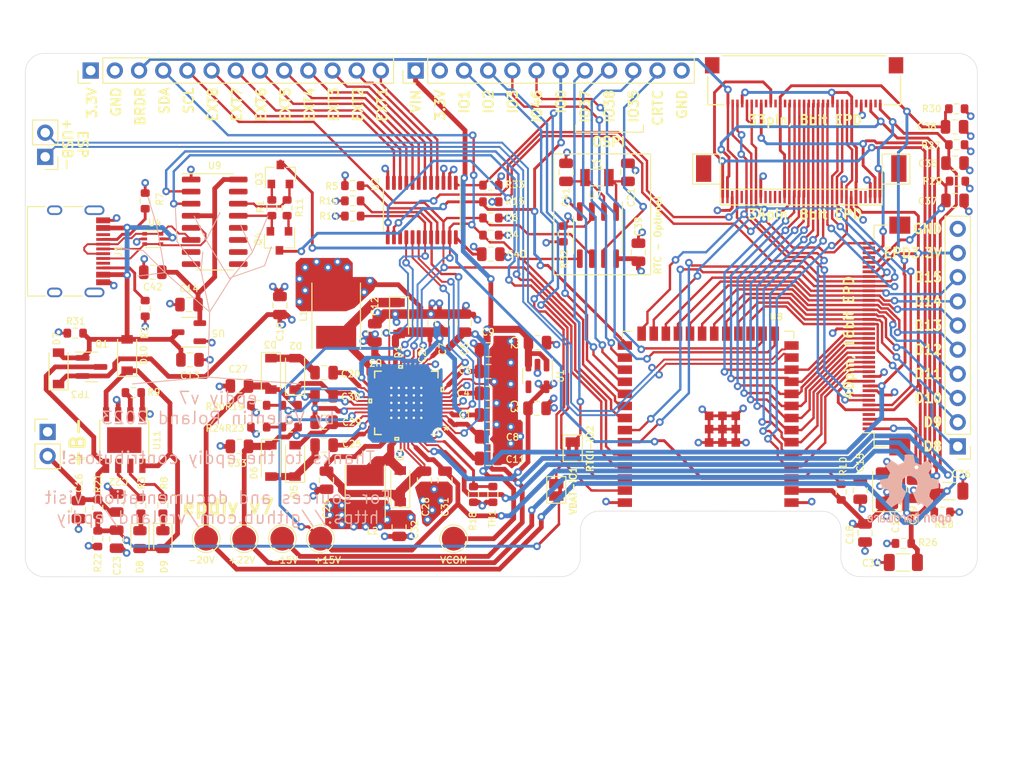
<source format=kicad_pcb>
(kicad_pcb (version 20221018) (generator pcbnew)
  (layers (0 "F.Cu" signal) (1 "In1.Cu" power) (2 "In2.Cu" power) (31 "B.Cu" signal) (34 "B.Paste" user) (35 "F.Paste" user) (36 "B.SilkS" user "B.Silkscreen") (37 "F.SilkS" user "F.Silkscreen") (38 "B.Mask" user) (39 "F.Mask" user) (44 "Edge.Cuts" user))
  (net 0 "")
  (net 1 "GND")
  (net 2 "Net-(U3-INT_LDO)")
  (net 3 "/+22V")
  (net 4 "/-20V")
  (net 5 "/-15V")
  (net 6 "/15V")
  (net 7 "/EN")
  (net 8 "/EP_OE")
  (net 9 "/EP_VCOM")
  (net 10 "/EP_MODE")
  (net 11 "Net-(U3-VREF)")
  (net 12 "/USB_TXD")
  (net 13 "/USB_RXD")
  (net 14 "Net-(D2-A)")
  (net 15 "EPD_VDD")
  (net 16 "/~{RTS}")
  (net 17 "Net-(U3-VEE_DRV)")
  (net 18 "/~{DTR}")
  (net 19 "Net-(U7-OSCI)")
  (net 20 "BAT+")
  (net 21 "VBUS")
  (net 22 "Net-(JP1-B)")
  (net 23 "Net-(D5-K)")
  (net 24 "/UART_3.3V")
  (net 25 "Net-(U3-VDDH_DRV)")
  (net 26 "Net-(D4-K)")
  (net 27 "Net-(D5-A)")
  (net 28 "Net-(D2-K)")
  (net 29 "/EP_STV")
  (net 30 "/VNEG_IN")
  (net 31 "Net-(U7-OSCO)")
  (net 32 "Net-(D1-K)")
  (net 33 "Net-(D4-A)")
  (net 34 "Net-(D8-K)")
  (net 35 "Net-(D10-K)")
  (net 36 "Net-(D9-K)")
  (net 37 "Net-(J1-CC1)")
  (net 39 "Net-(J1-CC2)")
  (net 40 "/SDA")
  (net 42 "/SCL")
  (net 43 "/TPS_PWR_GOOD")
  (net 44 "/TPS_nINT")
  (net 48 "/~{GPIO_INTR}")
  (net 49 "/TPS_WAKEUP")
  (net 50 "/TPS_VCOM_CTRL")
  (net 51 "/TPS_PWRUP")
  (net 52 "VIN")
  (net 53 "/USB_D-")
  (net 54 "/USB_D+")
  (net 55 "3.3V")
  (net 61 "/BORDER")
  (net 62 "/ESP_USB-")
  (net 63 "/ESP_USB+")
  (net 64 "/GPIO_1")
  (net 65 "/GPIO_2")
  (net 66 "/GPIO_46")
  (net 68 "/GPIO_37")
  (net 69 "/GPIO_36")
  (net 70 "/GPIO_35")
  (net 71 "/RTC_CLK")
  (net 72 "/RTC_INT")
  (net 73 "/IO0")
  (net 74 "Net-(Q3-B)")
  (net 75 "Net-(Q4-B)")
  (net 76 "/CKV")
  (net 77 "/XCL")
  (net 78 "/D0")
  (net 79 "/D1")
  (net 80 "/D2")
  (net 81 "/D3")
  (net 82 "/D4")
  (net 83 "/D5")
  (net 84 "/D6")
  (net 85 "/D7")
  (net 86 "/D8")
  (net 87 "/D9")
  (net 88 "/D10")
  (net 89 "/D11")
  (net 90 "/D12")
  (net 91 "/D13")
  (net 92 "/D14")
  (net 93 "/D15")
  (net 94 "/XSTL")
  (net 95 "/LEH")
  (net 96 "Net-(U11-~{STDBY})")
  (net 97 "Net-(U2-A0)")
  (net 98 "Net-(U11-~{CHRG})")
  (net 99 "Net-(U11-PROG)")
  (net 100 "Net-(U3-TS)")
  (net 101 "Net-(U3-VEE_FB)")
  (net 102 "Net-(U3-VDDH_FB)")
  (net 106 "/EXT1")
  (net 107 "/EXT2")
  (net 108 "/EXT3")
  (net 109 "/EXT4")
  (net 110 "/EXT5")
  (net 111 "/EXT6")
  (net 112 "/EXT7")
  (net 113 "/EXT8")
  (net 123 "/GPIO_3")
  (footprint "Resistor_SMD:R_0603_1608Metric" (layer "F.Cu") (at 73.9 25.1)
    (fp_text reference "R15")
    (fp_text value "10k")
  )
  (footprint "MountingHole:MountingHole_2.2mm_M2" (layer "F.Cu") (at 122.5 12)
    (fp_text reference "H1" hide)
    (fp_text value "MountingHole")
  )
  (footprint "Package_TO_SOT_SMD:SOT-23" (layer "F.Cu") (at 51.8 22.225 90)
    (fp_text reference "Q3")
    (fp_text value "MMBT3904")
  )
  (footprint "Resistor_SMD:R_0603_1608Metric" (layer "F.Cu") (at 50.9 25.725 -90)
    (fp_text reference "R1")
    (fp_text value "10k")
  )
  (footprint "Resistor_SMD:R_0603_1608Metric" (layer "F.Cu") (at 52.5 25.725 90)
    (fp_text reference "R11")
    (fp_text value "10k")
  )
  (footprint "Package_TO_SOT_SMD:SOT-23" (layer "F.Cu") (at 51.7 29.2 -90)
    (fp_text reference "Q4")
    (fp_text value "MMBT3904")
  )
  (footprint "Capacitor_SMD:C_0805_2012Metric" (layer "F.Cu") (at 78.75 46.8 180)
    (fp_text reference "C3")
    (fp_text value "10uF")
  )
  (footprint "Capacitor_SMD:C_0805_2012Metric" (layer "F.Cu") (at 34.6 56.75 -90)
    (fp_text reference "C22")
    (fp_text value "100nF")
  )
  (footprint "LED_SMD:LED_0805_2012Metric" (layer "F.Cu") (at 39.458 60.5995 -90)
    (fp_text reference "D9")
    (fp_text value "LED RED")
  )
  (footprint "Resistor_SMD:R_0603_1608Metric" (layer "F.Cu") (at 37.15 57 -90)
    (fp_text reference "R3")
    (fp_text value "1k")
  )
  (footprint "Resistor_SMD:R_0603_1608Metric" (layer "F.Cu") (at 39.458 57 -90)
    (fp_text reference "R8")
    (fp_text value "1k")
  )
  (footprint "LED_SMD:LED_0805_2012Metric" (layer "F.Cu") (at 37.045 60.5995 -90)
    (fp_text reference "D8")
    (fp_text value "LED GREEN")
  )
  (footprint "Capacitor_SMD:C_0805_2012Metric" (layer "F.Cu") (at 113.2 59.9 90)
    (fp_text reference "C18")
    (fp_text value "1uF")
  )
  (footprint "Capacitor_SMD:C_0805_2012Metric" (layer "F.Cu") (at 34.6 60.55 90)
    (fp_text reference "C23")
    (fp_text value "100nF")
  )
  (footprint "Capacitor_SMD:C_0805_2012Metric" (layer "F.Cu") (at 73.66 52.07 180)
    (fp_text reference "C11")
    (fp_text value "4.7uF")
  )
  (footprint "Capacitor_SMD:C_0805_2012Metric" (layer "F.Cu") (at 118.3 55.3 -90)
    (fp_text reference "C19")
    (fp_text value "10uF")
  )
  (footprint "Capacitor_SMD:C_1206_3216Metric" (layer "F.Cu") (at 117.225 63 180)
    (fp_text reference "C34")
    (fp_text value "1uF/50V")
  )
  (footprint "Capacitor_SMD:C_0805_2012Metric" (layer "F.Cu") (at 122.647 21.03)
    (fp_text reference "C35")
    (fp_text value "1uF/25V")
  )
  (footprint "Capacitor_SMD:C_1206_3216Metric" (layer "F.Cu") (at 122 55.5)
    (fp_text reference "C36")
    (fp_text value "1uF/50V")
  )
  (footprint "Capacitor_SMD:C_0805_2012Metric" (layer "F.Cu") (at 122.65 24.957)
    (fp_text reference "C37")
    (fp_text value "1uF/25V")
  )
  (footprint "Resistor_SMD:R_0603_1608Metric" (layer "F.Cu") (at 59.4 23.4 180)
    (fp_text reference "R5")
    (fp_text value "0")
  )
  (footprint "Resistor_SMD:R_0603_1608Metric" (layer "F.Cu") (at 72.0812 55.8466 90)
    (fp_text reference "R18")
    (fp_text value "43k")
  )
  (footprint "Resistor_SMD:R_0603_1608Metric" (layer "F.Cu") (at 117.225 61 180)
    (fp_text reference "R26")
    (fp_text value "47k")
  )
  (footprint "Resistor_SMD:R_0603_1608Metric" (layer "F.Cu") (at 122.825 19.1)
    (fp_text reference "R27")
    (fp_text value "47k")
  )
  (footprint "Resistor_SMD:R_0603_1608Metric" (layer "F.Cu") (at 121.3 57.7)
    (fp_text reference "R28")
    (fp_text value "47k")
  )
  (footprint "Resistor_SMD:R_0603_1608Metric" (layer "F.Cu") (at 122.9 22.925)
    (fp_text reference "R29")
    (fp_text value "47k")
  )
  (footprint "Resistor_SMD:R_0603_1608Metric" (layer "F.Cu") (at 74.1132 55.8466 -90)
    (fp_text reference "TH1")
    (fp_text value "10k/3380K")
  )
  (footprint "Package_SO:TSSOP-24_4.4x7.8mm_P0.65mm" (layer "F.Cu") (at 66.65 25.9625 -90)
    (fp_text reference "U2")
    (fp_text value "PCA9535PW")
  )
  (footprint "Capacitor_SMD:C_0805_2012Metric" (layer "F.Cu") (at 71.12 37.846 -90)
    (fp_text reference "C5")
    (fp_text value "4.7uF")
  )
  (footprint "Capacitor_Tantalum_SMD:CP_EIA-3528-15_AVX-H" (layer "F.Cu") (at 115.5 55.2 90)
    (fp_text reference "C17")
    (fp_text value "100uF")
  )
  (footprint "Capacitor_SMD:C_0805_2012Metric" (layer "F.Cu") (at 73.66 40.64)
    (fp_text reference "C9")
    (fp_text value "10uF")
  )
  (footprint "Resistor_SMD:R_0603_1608Metric" (layer "F.Cu") (at 52.832 46.482 180)
    (fp_text reference "R19")
    (fp_text value "1M")
  )
  (footprint "Inductor_SMD:L_Taiyo-Yuden_NR-40xx_HandSoldering" (layer "F.Cu") (at 60.706 55.753 90)
    (fp_text reference "L2")
    (fp_text value "2.2uH")
  )
  (footprint "Inductor_SMD:L_Taiyo-Yuden_NR-50xx_HandSoldering" (layer "F.Cu") (at 57.658 37.084 90)
    (fp_text reference "L1")
    (fp_text value "4.7uH")
  )
  (footprint "Resistor_SMD:R_0603_1608Metric" (layer "F.Cu") (at 49.53 48.768 180)
    (fp_text reference "R24")
    (fp_text value "47.5k")
  )
  (footprint "Resistor_SMD:R_0603_1608Metric" (layer "F.Cu") (at 52.832 48.768 180)
    (fp_text reference "R23")
    (fp_text value "1M")
  )
  (footprint "Resistor_SMD:R_0603_1608Metric" (layer "F.Cu") (at 49.53 46.482 180)
    (fp_text reference "R20")
    (fp_text value "52.3k")
  )
  (footprint "Capacitor_SMD:C_0805_2012Metric" (layer "F.Cu") (at 64.262 59.309 90)
    (fp_text reference "C32")
    (fp_text value "10uF")
  )
  (footprint "Capacitor_SMD:C_0805_2012Metric" (layer "F.Cu") (at 69.088 54.356 90)
    (fp_text reference "C31")
    (fp_text value "4.7uF")
  )
  (footprint "Capacitor_SMD:C_0805_2012Metric" (layer "F.Cu") (at 56.388 45.466 180)
    (fp_text reference "C30")
    (fp_text value "100nF")
  )
  (footprint "Capacitor_SMD:C_0805_2012Metric" (layer "F.Cu") (at 56.388 48.26)
    (fp_text reference "C29")
    (fp_text value "100nF")
  )
  (footprint "Capacitor_SMD:C_0805_2012Metric" (layer "F.Cu") (at 112.7 55.4 -90)
    (fp_text reference "C15")
    (fp_text value "100nF")
  )
  (footprint "epaper-breakout:TPS651851RSLR" (layer "F.Cu") (at 65.024 46.228 180)
    (fp_text reference "U3")
    (fp_text value "TPS651851RSLR" hide)
  )
  (footprint "Capacitor_SMD:C_0805_2012Metric" (layer "F.Cu") (at 73.66 49.784 180)
    (fp_text reference "C8")
    (fp_text value "4.7uF")
  )
  (footprint "Capacitor_SMD:C_0805_2012Metric" (layer "F.Cu") (at 61.722 38.862 90)
    (fp_text reference "C12")
    (fp_text value "10uF")
  )
  (footprint "Capacitor_SMD:C_0805_2012Metric" (layer "F.Cu") (at 73.66 42.926 180)
    (fp_text reference "C6")
    (fp_text value "22uF")
  )
  (footprint "Diode_SMD:D_SOD-123" (layer "F.Cu") (at 50.8 52.324 -90)
    (fp_text reference "D6")
    (fp_text value "MBR0540")
  )
  (footprint "Diode_SMD:D_SOD-123" (layer "F.Cu") (at 53.34 52.324 90)
    (fp_text reference "D5")
    (fp_text value "MBR0540")
  )
  (footprint "Diode_SMD:D_SOD-123" (layer "F.Cu") (at 50.8 43.18 -90)
    (fp_text reference "D3")
    (fp_text value "MBR0540")
  )
  (footprint "Diode_SMD:D_SOD-123" (layer "F.Cu") (at 53.34 43.18 90)
    (fp_text reference "D2")
    (fp_text value "MBR0540")
  )
  (footprint "Capacitor_SMD:C_0805_2012Metric" (layer "F.Cu") (at 47.498 44.45)
    (fp_text reference "C27")
    (fp_text value "2.2uF")
  )
  (footprint "Capacitor_SMD:C_0805_2012Metric" (layer "F.Cu") (at 66.548 37.846 90)
    (fp_text reference "C24")
    (fp_text value "4.7uF")
  )
  (footprint "Capacitor_SMD:C_0805_2012Metric" (layer "F.Cu") (at 73.66 47.498)
    (fp_text reference "C1")
    (fp_text value "4.7uF")
  )
  (footprint "Capacitor_SMD:C_0805_2012Metric" (layer "F.Cu") (at 56.388 43.053)
    (fp_text reference "C20")
    (fp_text value "10nF")
  )
  (footprint "Capacitor_SMD:C_0805_2012Metric" (layer "F.Cu") (at 68.834 37.846 90)
    (fp_text reference "C7")
    (fp_text value "4.7uF")
  )
  (footprint "Capacitor_SMD:C_0805_2012Metric" (layer "F.Cu") (at 56.388 50.673)
    (fp_text reference "C25")
    (fp_text value "10nF")
  )
  (footprint "Capacitor_SMD:C_0805_2012Metric" (layer "F.Cu") (at 47.498 50.8 180)
    (fp_text reference "C33")
    (fp_text value "2.2uF")
  )
  (footprint "Capacitor_SMD:C_0805_2012Metric" (layer "F.Cu") (at 73.66 45.2247 180)
    (fp_text reference "C4")
    (fp_text value "4.7uF")
  )
  (footprint "Capacitor_SMD:C_0805_2012Metric" (layer "F.Cu") (at 66.929 54.356 90)
    (fp_text reference "C28")
    (fp_text value "4.7uF")
  )
  (footprint "Diode_SMD:D_SOD-123" (layer "F.Cu") (at 64.389 54.991 90)
    (fp_text reference "D4")
    (fp_text value "MBR0540")
  )
  (footprint "Capacitor_SMD:C_0805_2012Metric" (layer "F.Cu") (at 78.8 39.9)
    (fp_text reference "C2")
    (fp_text value "10uF")
  )
  (footprint "Capacitor_SMD:C_0805_2012Metric" (layer "F.Cu") (at 122.6 17.221)
    (fp_text reference "C38")
    (fp_text value "1uF/25V")
  )
  (footprint "Resistor_SMD:R_0603_1608Metric" (layer "F.Cu") (at 122.825 15.321)
    (fp_text reference "R30")
    (fp_text value "100k")
  )
  (footprint "Diode_SMD:D_SOD-123" (layer "F.Cu") (at 64.262 37.338 -90)
    (fp_text reference "D1")
    (fp_text value "MBR0540")
  )
  (footprint "Resistor_SMD:R_0603_1608Metric" (layer "F.Cu") (at 32.621 60.5 -90)
    (fp_text reference "R22")
    (fp_text value "150k")
  )
  (footprint "Resistor_SMD:R_0603_1608Metric" (layer "F.Cu") (at 32.621 57.226 -90)
    (fp_text reference "R21")
    (fp_text value "680k")
  )
  (footprint "Capacitor_SMD:C_0805_2012Metric" (layer "F.Cu") (at 51.75 36 -90)
    (fp_text reference "C10")
    (fp_text value "22uF")
  )
  (footprint "Capacitor_SMD:C_0805_2012Metric" (layer "F.Cu") (at 56.642 54.356 90)
    (fp_text reference "C26")
    (fp_text value "4.7uF")
  )
  (footprint "TestPoint:TestPoint_Pad_D2.5mm" (layer "F.Cu") (at 52 60.5)
    (fp_text reference "TP2" hide)
    (fp_text value "-15V")
  )
  (footprint "TestPoint:TestPoint_Pad_D2.5mm" (layer "F.Cu") (at 44 60.5)
    (fp_text reference "TP3")
    (fp_text value "-20V")
  )
  (footprint "TestPoint:TestPoint_Pad_D2.5mm" (layer "F.Cu") (at 56 60.5)
    (fp_text reference "TP4" hide)
    (fp_text value "+15V")
  )
  (footprint "TestPoint:TestPoint_Pad_D2.5mm" (layer "F.Cu") (at 70 60.5)
    (fp_text reference "TP5" hide)
    (fp_text value "VCOM")
  )
  (footprint "MountingHole:MountingHole_2.2mm_M2" (layer "F.Cu") (at 122.5 62)
    (fp_text reference "H3" hide)
    (fp_text value "MountingHole")
  )
  (footprint "Capacitor_SMD:C_0805_2012Metric" (layer "F.Cu") (at 73.9 30.6)
    (fp_text reference "C40")
    (fp_text value "100nF")
  )
  (footprint "Resistor_SMD:R_0603_1608Metric" (layer "F.Cu") (at 110.7 55.6 -90)
    (fp_text reference "R10")
    (fp_text value "10k")
  )
  (footprint "Resistor_SMD:R_0603_1608Metric" (layer "F.Cu") (at 73.9 28.6 180)
    (fp_text reference "R4")
    (fp_text value "10k")
  )
  (footprint "Resistor_SMD:R_0603_1608Metric" (layer "F.Cu") (at 73.9 26.8 180)
    (fp_text reference "R6")
    (fp_text value "10k")
  )
  (footprint "Resistor_SMD:R_0603_1608Metric" (layer "F.Cu") (at 59.4 26.6)
    (fp_text reference "R14")
    (fp_text value "10k")
  )
  (footprint "Resistor_SMD:R_0603_1608Metric" (layer "F.Cu") (at 59.4 25)
    (fp_text reference "R16")
    (fp_text value "10k")
  )
  (footprint "TestPoint:TestPoint_Pad_D2.5mm" (layer "F.Cu") (at 48 60.5)
    (fp_text reference "TP1" hide)
    (fp_text value "+22V")
  )
  (footprint "epaper-breakout:TP4056_SOP-8-PP" (layer "F.Cu") (at 35.4 50.141 -90)
    (fp_text reference "U11")
    (fp_text value "TP4056")
  )
  (footprint "Diode_SMD:D_SOD-123" (layer "F.Cu") (at 35.7 41.2 90)
    (fp_text reference "D10")
    (fp_text value "1N5817")
  )
  (footprint "Resistor_SMD:R_0603_1608Metric" (layer "F.Cu") (at 36.35 45.15 180)
    (fp_text reference "R9")
    (fp_text value "6.8k")
  )
  (footprint "MountingHole:MountingHole_2.2mm_M2" (layer "F.Cu") (at 27.5 62)
    (fp_text reference "H2" hide)
    (fp_text value "MountingHole")
  )
  (footprint "Connector_PinHeader_2.54mm:PinHeader_1x02_P2.54mm_Vertical" (layer "F.Cu") (at 27.35 49.275)
    (fp_text reference "J5" hide)
    (fp_text value "CONN_BAT")
  )
  (footprint "Package_TO_SOT_SMD:SOT-23-3" (layer "F.Cu") (at 42.2 38.8 180)
    (fp_text reference "U5")
    (fp_text value "XC6206PxxxMR")
  )
  (footprint "Package_TO_SOT_SMD:SOT-666" (layer "F.Cu") (at 38.4 29)
    (fp_text reference "U4")
    (fp_text value "USBLC6-2P6")
  )
  (footprint "Connector_FFC-FPC:Hirose_FH12-40S-0.5SH_1x40-1MP_P0.50mm_Horizontal" (layer "F.Cu") (at 115.45 39.2 90)
    (fp_text reference "U6" hide)
    (fp_text value "ED078KH6")
  )
  (footprint "Capacitor_SMD:C_0805_2012Metric" (layer "F.Cu") (at 38.4 32.5)
    (fp_text reference "C42")
    (fp_text value "100nF")
  )
  (footprint "epaper-breakout:X05A20H34G" (layer "F.Cu") (at 106.5 24.6 180)
    (fp_text reference "U10" hide)
    (fp_text value "ED060XC5")
  )
  (footprint "Package_TO_SOT_SMD:SOT-23" (layer "F.Cu") (at 31.95 42.45)
    (fp_text reference "Q1")
    (fp_text value "AO3401A")
  )
  (footprint "Jumper:SolderJumper-2_P1.3mm_Bridged2Bar_Pad1.0x1.5mm" (layer "F.Cu") (at 80.772 55.372 -90)
    (fp_text reference "JP1" hide)
    (fp_text value "VBAT_GPIO2")
  )
  (footprint "Capacitor_SMD:C_0805_2012Metric" (layer "F.Cu") (at 88.3 22 -90)
    (fp_text reference "C21")
    (fp_text value "12pF")
  )
  (footprint "Connector_PinHeader_2.54mm:PinHeader_1x02_P2.54mm_Vertical" (layer "F.Cu") (at 27.1 20.375 180)
    (fp_text reference "J3" hide)
    (fp_text value "USB_HDR")
  )
  (footprint "Package_SO:SOIC-8_3.9x4.9mm_P1.27mm" (layer "F.Cu") (at 85.15 28.6 -90)
    (fp_text reference "U7")
    (fp_text value "PCF8563T")
  )
  (footprint "Resistor_SMD:R_0603_1608Metric" (layer "F.Cu") (at 37.6 25 90)
    (fp_text reference "R7")
    (fp_text value "5.1k")
  )
  (footprint "Resistor_SMD:R_0603_1608Metric" (layer "F.Cu") (at 30.25 38.9 180)
    (fp_text reference "R31")
    (fp_text value "100k")
  )
  (footprint "Resistor_SMD:R_0603_1608Metric" (layer "F.Cu") (at 73.9 23.35 180)
    (fp_text reference "R33")
    (fp_text value "10k")
  )
  (footprint "Package_TO_SOT_SMD:TSOT-23-5" (layer "F.Cu") (at 78.8 43.4 -90)
    (fp_text reference "U1")
    (fp_text value "RT9080-33GJ5")
  )
  (footprint "epaper-breakout:CONN_ED097OC4" (layer "F.Cu") (at 106.8 17.21675)
    (fp_text reference "J4" hide)
    (fp_text value "XF2M-3315-1A" hide)
  )
  (footprint "Capacitor_SMD:C_0805_2012Metric" (layer "F.Cu") (at 81.8 22 -90)
    (fp_text reference "C41")
    (fp_text value "12pF")
  )
  (footprint "Resistor_SMD:R_0603_1608Metric" (layer "F.Cu") (at 81.5 28.475 -90)
    (fp_text reference "R32")
    (fp_text value "10k")
  )
  (footprint "Capacitor_SMD:C_0805_2012Metric" (layer "F.Cu") (at 42.3 41.7 180)
    (fp_text reference "C13")
    (fp_text value "1uF")
  )
  (footprint "Capacitor_SMD:C_0805_2012Metric" (layer "F.Cu") (at 30.6 57.45 90)
    (fp_text reference "C16")
    (fp_text value "10uF")
  )
  (footprint "Jumper:SolderJumper-2_P1.3mm_Bridged2Bar_Pad1.0x1.5mm" (layer "F.Cu") (at 82.5 51 -90)
    (fp_text reference "JP2" hide)
    (fp_text value "RTCINT_GPIO1")
  )
  (footprint "Connector_PinHeader_2.54mm:PinHeader_1x10_P2.54mm_Vertical" (layer "F.Cu") (at 122.936 50.8 180)
    (fp_text reference "J6" hide)
    (fp_text value "8BIT_HEADER")
  )
  (footprint "Resistor_SMD:R_0603_1608Metric" (layer "F.Cu") (at 37.6 36.3 -90)
    (fp_text reference "R2")
    (fp_text value "5.1k")
  )
  (footprint "Connector_PinHeader_2.54mm:PinHeader_1x12_P2.54mm_Vertical" (layer "F.Cu") (at 66 11.3 90)
    (fp_text reference "J7" hide)
    (fp_text value "ESP_HDR")
  )
  (footprint "Espressif:ESP32-S3-WROOM-1" (layer "F.Cu") (at 96.725 48.45 180)
    (fp_text reference "U8")
    (fp_text value "ESP32-S3-WROOM-1")
  )
  (footprint "Connector_PinHeader_2.54mm:PinHeader_1x13_P2.54mm_Vertical" (layer "F.Cu") (at 31.875 11.3 90)
    (fp_text reference "J2" hide)
    (fp_text value "EXTENSION_HEADER")
  )
  (footprint "MountingHole:MountingHole_2.2mm_M2" (layer "F.Cu") (at 27.5 12)
    (fp_text reference "H4" hide)
    (fp_text value "MountingHole")
  )
  (footprint "Capacitor_SMD:C_0805_2012Metric" (layer "F.Cu") (at 89.4 30.4 -90)
    (fp_text reference "C39")
    (fp_text value "100nF")
  )
  (footprint "Package_SO:SOIC-16_3.9x9.9mm_P1.27mm" (layer "F.Cu") (at 44.9 27.2)
    (fp_text reference "U9")
    (fp_text value "CH340C")
  )
  (footprint "Connector_USB:USB_C_Receptacle_HRO_TYPE-C-31-M-12" (layer "F.Cu") (at 29.14 30.3 -90)
    (fp_text reference "J1")
    (fp_text value "USB_C_Receptacle_USB2.0")
  )
  (footprint "Capacitor_SMD:C_0805_2012Metric" (layer "F.Cu") (at 42.2 35.9)
    (fp_text reference "C14")
    (fp_text value "1uF")
  )
  (footprint "Diode_SMD:D_SOD-123" (layer "F.Cu") (at 28.5 42.6 90)
    (fp_text reference "D7")
    (fp_text value "MBR0540")
  )
  (footprint "Crystal:Crystal_SMD_3215-2Pin_3.2x1.5mm" (layer "F.Cu") (at 85.05 22.55)
    (fp_text reference "Y1")
    (fp_text value "32.768K")
  )
  (footprint "Symbol:OSHW-Logo2_9.8x8mm_SilkScreen" (layer "B.Cu") (at 117.856 55.372 180)
    (fp_text reference "REF**" hide)
    (fp_text value "OSHW-Logo2_9.8x8mm_SilkScreen" hide)
  )
  (gr_line (start 46.528002 33.257997) (end 44.008004 29.118001) (stroke (width 0.1)) (layer "B.SilkS"))
  (gr_line (start 48.868 30.378) (end 50.487998 26.598003) (stroke (width 0.1)) (layer "B.SilkS"))
  (gr_line (start 38.788009 27.498002) (end 37.88801 24.618005) (stroke (width 0.1)) (layer "B.SilkS"))
  (gr_line (start 43.468005 32.357998) (end 40.948007 29.298001) (stroke (width 0.1)) (layer "B.SilkS"))
  (gr_line (start 50.127999 31.817998) (end 50.847998 29.838) (stroke (width 0.1)) (layer "B.SilkS"))
  (gr_line (start 39.688008 32.537998) (end 38.788009 27.498002) (stroke (width 0.1)) (layer "B.SilkS"))
  (gr_line (start 46.528002 33.077997) (end 50.127999 31.817998) (stroke (width 0.1)) (layer "B.SilkS"))
  (gr_line (start 44.188004 43.517987) (end 44.368004 36.677994) (stroke (width 0.1)) (layer "B.SilkS"))
  (gr_line (start 39.688008 32.537998) (end 36.808011 32.897997) (stroke (width 0.1)) (layer "B.SilkS"))
  (gr_line (start 40.948007 29.298001) (end 40.768007 25.698004) (stroke (width 0.1)) (layer "B.SilkS"))
  (gr_line (start 44.368004 36.677994) (end 39.688008 32.537998) (stroke (width 0.1)) (layer "B.SilkS"))
  (gr_line (start 48.868 30.378) (end 47.608001 27.498002) (stroke (width 0.1)) (layer "B.SilkS"))
  (gr_line (start 37.34801 30.198) (end 35.008012 30.018) (stroke (width 0.1)) (layer "B.SilkS"))
  (gr_line (start 44.008004 29.118001) (end 42.748005 26.598003) (stroke (width 0.1)) (layer "B.SilkS"))
  (gr_line (start 46.528002 33.257997) (end 48.868 30.378) (stroke (width 0.1)) (layer "B.SilkS"))
  (gr_line (start 44.188004 43.517987) (end 36.268011 44.237987) (stroke (width 0.1)) (layer "B.SilkS"))
  (gr_line (start 39.688008 32.537998) (end 37.34801 30.198) (stroke (width 0.1)) (layer "B.SilkS"))
  (gr_line (start 44.008004 29.118001) (end 45.448003 26.238003) (stroke (width 0.1)) (layer "B.SilkS"))
  (gr_line (start 43.468005 32.357998) (end 43.648005 30.378) (stroke (width 0.1)) (layer "B.SilkS"))
  (gr_line (start 44.368004 36.677994) (end 43.468005 32.357998) (stroke (width 0.1)) (layer "B.SilkS"))
  (gr_line (start 44.188004 43.517987) (end 53.907995 44.237987) (stroke (width 0.1)) (layer "B.SilkS"))
  (gr_line (start 44.368004 36.677994) (end 46.528002 33.257997) (stroke (width 0.1)) (layer "B.SilkS"))
  (gr_line (start 89.916 17.78) (end 89.916 17.018) (stroke (width 0.12)) (layer "F.SilkS"))
  (gr_line (start 80.518 32.766) (end 80.518 20.066) (stroke (width 0.12)) (layer "F.SilkS"))
  (gr_line (start 90.17 20.066) (end 90.678 20.066) (stroke (width 0.12)) (layer "F.SilkS"))
  (gr_line (start 89.662 17.78) (end 89.916 17.78) (stroke (width 0.12)) (layer "F.SilkS"))
  (gr_line (start 82.804 17.78) (end 89.662 17.78) (stroke (width 0.12)) (layer "F.SilkS"))
  (gr_line (start 82.804 17.018) (end 82.804 17.78) (stroke (width 0.12)) (layer "F.SilkS"))
  (gr_line (start 90.678 32.766) (end 80.518 32.766) (stroke (width 0.12)) (layer "F.SilkS"))
  (gr_line (start 90.678 20.066) (end 90.678 32.766) (stroke (width 0.12)) (layer "F.SilkS"))
  (gr_line (start 80.518 20.066) (end 90.17 20.066) (stroke (width 0.12)) (layer "F.SilkS"))
  (gr_line (start 25 62.5) (end 25 11.5) (stroke (width 0.05)) (layer "Edge.Cuts"))
  (gr_line (start 27 64.5) (end 81.3 64.485786) (stroke (width 0.05)) (layer "Edge.Cuts"))
  (gr_line (start 125 11.5) (end 125 62.5) (stroke (width 0.05)) (layer "Edge.Cuts"))
  (gr_line (start 27 9.5) (end 123 9.5) (stroke (width 0.05)) (layer "Edge.Cuts"))
  (gr_arc (start 25 11.5) (mid 25.585786 10.085786) (end 27 9.5) (stroke (width 0.05)) (layer "Edge.Cuts"))
  (gr_arc (start 83.3 59.6) (mid 83.885782 58.185782) (end 85.3 57.6) (stroke (width 0.05)) (layer "Edge.Cuts"))
  (gr_line (start 83.3 62.485786) (end 83.3 59.6) (stroke (width 0.05)) (layer "Edge.Cuts"))
  (gr_arc (start 83.3 62.485786) (mid 82.714218 63.900004) (end 81.3 64.485786) (stroke (width 0.05)) (layer "Edge.Cuts"))
  (gr_arc (start 112.666214 64.485786) (mid 111.251996 63.900004) (end 110.666214 62.485786) (stroke (width 0.05)) (layer "Edge.Cuts"))
  (gr_line (start 88.7 57.6) (end 85.3 57.6) (stroke (width 0.05)) (layer "Edge.Cuts"))
  (gr_arc (start 123 9.5) (mid 124.414214 10.085786) (end 125 11.5) (stroke (width 0.05)) (layer "Edge.Cuts"))
  (gr_arc (start 27 64.5) (mid 25.585786 63.914214) (end 25 62.5) (stroke (width 0.05)) (layer "Edge.Cuts"))
  (gr_line (start 110.666214 62.485786) (end 110.685791 59.614213) (stroke (width 0.05)) (layer "Edge.Cuts"))
  (gr_arc (start 125 62.5) (mid 124.414214 63.914214) (end 123 64.5) (stroke (width 0.05)) (layer "Edge.Cuts"))
  (gr_line (start 112.666214 64.485786) (end 123 64.5) (stroke (width 0.05)) (layer "Edge.Cuts"))
  (gr_arc (start 108.685791 57.614213) (mid 110.1 58.2) (end 110.685791 59.614213) (stroke (width 0.05)) (layer "Edge.Cuts"))
  (gr_line (start 108.685791 57.614213) (end 88.7 57.6) (stroke (width 0.05)) (layer "Edge.Cuts"))
  (gr_text "epdiy v7\nby Valentin Roland 2023\n\nThanks to the epdiy contributors!\n\nFor sources and documentation visit\nhttps://github.com/vroland/epdiy" (at 45.25 52) (layer "B.SilkS") (effects (font (size 1.3 1.3)) (justify mirror)))
  (gr_text "+B-" (at 30.5 50.4 90) (layer "F.SilkS") (effects (font (size 1.5 1.5) (thickness 0.3))))
  (gr_text "EXT4" (at 54.864 12.954 90) (layer "F.SilkS") (effects (font (size 1 1) (thickness 0.2)) (justify right)))
  (gr_text "EXT8" (at 44.704 12.954 90) (layer "F.SilkS") (effects (font (size 1 1) (thickness 0.2)) (justify right)))
  (gr_text "VIN" (at 66.04 13.208 90) (layer "F.SilkS") (effects (font (size 1 1) (thickness 0.2)) (justify right)))
  (gr_text "VBAT-IO1" (at 82.55 52.832 90) (layer "F.SilkS") (effects (font (size 0.7 0.7)) (justify right)))
  (gr_text "SCL" (at 42.164 12.954 90) (layer "F.SilkS") (effects (font (size 1 1) (thickness 0.2)) (justify right)))
  (gr_text "EXT3" (at 57.404 12.954 90) (layer "F.SilkS") (effects (font (size 1 1) (thickness 0.2)) (justify right)))
  (gr_text "IO46" (at 78.74 13.208 90) (layer "F.SilkS") (effects (font (size 1 1) (thickness 0.2)) (justify right)))
  (gr_text "EXT5" (at 52.324 12.954 90) (layer "F.SilkS") (effects (font (size 1 1) (thickness 0.2)) (justify right)))
  (gr_text "ESP\n+USB-" (at 30.226 19.05 270) (layer "F.SilkS") (effects (font (size 1 1) (thickness 0.2))))
  (gr_text "EXT7" (at 47.244 12.954 90) (layer "F.SilkS") (effects (font (size 1 1) (thickness 0.2)) (justify right)))
  (gr_text "D15" (at 121.412 33.02) (layer "F.SilkS") (effects (font (size 1 1) (thickness 0.2)) (justify right)))
  (gr_text "IO1" (at 71.12 13.208 90) (layer "F.SilkS") (effects (font (size 1 1) (thickness 0.2)) (justify right)))
  (gr_text "40pin, 16bit EPD" (at 111.506 32.766 90) (layer "F.SilkS") (effects (font (size 1 1) (thickness 0.2)) (justify right)))
  (gr_text "RTCI-IO2" (at 84.328 48.514 90) (layer "F.SilkS") (effects (font (size 0.7 0.7)) (justify right)))
  (gr_text "D8" (at 121.412 50.8) (layer "F.SilkS") (effects (font (size 1 1) (thickness 0.2)) (justify right)))
  (gr_text "GND" (at 121.412 27.94) (layer "F.SilkS") (effects (font (size 1 1) (thickness 0.2)) (justify right)))
  (gr_text "EXT2" (at 59.944 12.954 90) (layer "F.SilkS") (effects (font (size 1 1) (thickness 0.2)) (justify right)))
  (gr_text "GND" (at 34.544 12.954 90) (layer "F.SilkS") (effects (font (size 1 1) (thickness 0.2)) (justify right)))
  (gr_text "33pin, 8bit EPD" (at 113.03 16.51) (layer "F.SilkS") (effects (font (size 1 1) (thickness 0.2)) (justify right)))
  (gr_text "SDA" (at 39.624 12.954 90) (layer "F.SilkS") (effects (font (size 1 1) (thickness 0.2)) (justify right)))
  (gr_text "CRTC" (at 91.44 13.208 90) (layer "F.SilkS") (effects (font (size 1 1) (thickness 0.2)) (justify right)))
  (gr_text "EXT1" (at 62.484 12.954 90) (layer "F.SilkS") (effects (font (size 1 1) (thickness 0.2)) (justify right)))
  (gr_text "D13" (at 121.412 38.1) (layer "F.SilkS") (effects (font (size 1 1) (thickness 0.2)) (justify right)))
  (gr_text "D10" (at 121.412 45.72) (layer "F.SilkS") (effects (font (size 1 1) (thickness 0.2)) (justify right)))
  (gr_text "IO3" (at 76.2 13.208 90) (layer "F.SilkS") (effects (font (size 1 1) (thickness 0.2)) (justify right)))
  (gr_text "IO38" (at 86.36 13.208 90) (layer "F.SilkS") (effects (font (size 1 1) (thickness 0.2)) (justify right)))
  (gr_text "D14" (at 121.412 35.56) (layer "F.SilkS") (effects (font (size 1 1) (thickness 0.2)) (justify right)))
  (gr_text "IO0" (at 81.28 13.208 90) (layer "F.SilkS") (effects (font (size 1 1) (thickness 0.2)) (justify right)))
  (gr_text "GND" (at 93.98 13.208 90) (layer "F.SilkS") (effects (font (size 1 1) (thickness 0.2)) (justify right)))
  (gr_text "IO2" (at 73.66 13.208 90) (layer "F.SilkS") (effects (font (size 1 1) (thickness 0.2)) (justify right)))
  (gr_text "3.3V" (at 68.58 13.208 90) (layer "F.SilkS") (effects (font (size 1 1) (thickness 0.2)) (justify right)))
  (gr_text "RTC - Optional" (at 91.44 24.384 90) (layer "F.SilkS") (effects (font (size 0.7 0.7)) (justify right)))
  (gr_text "EPD3.3V" (at 121.412 30.48) (layer "F.SilkS") (effects (font (size 1 1) (thickness 0.2)) (justify right)))
  (gr_text "34pin, 8bit EPD" (at 113.03 26.416) (layer "F.SilkS") (effects (font (size 1 1) (thickness 0.2)) (justify right)))
  (gr_text "3.3V" (at 32.004 12.954 90) (layer "F.SilkS") (effects (font (size 1 1) (thickness 0.2)) (justify right)))
  (gr_text "OSPI" (at 88.138 18.796) (layer "F.SilkS") (effects (font (size 1 1) (thickness 0.2)) (justify right)))
  (gr_text "EXT6" (at 49.784 12.954 90) (layer "F.SilkS") (effects (font (size 1 1) (thickness 0.2)) (justify right)))
  (gr_text "D11" (at 121.412 43.18) (layer "F.SilkS") (effects (font (size 1 1) (thickness 0.2)) (justify right)))
  (gr_text "IO37" (at 83.82 13.208 90) (layer "F.SilkS") (effects (font (size 1 1) (thickness 0.2)) (justify right)))
  (gr_text "D9" (at 121.412 48.26) (layer "F.SilkS") (effects (font (size 1 1) (thickness 0.2)) (justify right)))
  (gr_text "epdiy v7" (at 51.308 57.15) (layer "F.SilkS") (effects (font (size 1.5 1.5) (thickness 0.3)) (justify right)))
  (gr_text "IO35" (at 88.9 13.208 90) (layer "F.SilkS") (effects (font (size 1 1) (thickness 0.2)) (justify right)))
  (gr_text "D12" (at 121.412 40.64) (layer "F.SilkS") (effects (font (size 1 1) (thickness 0.2)) (justify right)))
  (gr_text "BRDR\n" (at 37.084 12.954 90) (layer "F.SilkS") (effects (font (size 1 1) (thickness 0.2)) (justify right)))
  (segment (start 63.854 36.896) (end 67.604 36.896) (width 1) (layer "F.Cu") (net 1))
  (segment (start 67.604 36.896) (end 71.12 36.896) (width 1) (layer "F.Cu") (net 1))
  (segment (start 67.944 55.306) (end 69.088 55.306) (width 0.5) (layer "F.Cu") (net 1))
  (segment (start 66.548 36.185998) (end 66.548 36.896) (width 0.5) (layer "F.Cu") (net 1))
  (segment (start 99.625 50.39) (end 100.69 50.39) (width 0.3) (layer "F.Cu") (net 1))
  (segment (start 118.3 56.25) (end 118.3 55.4095) (width 0.3) (layer "F.Cu") (net 1))
  (segment (start 123.475 55.5) (end 123.475 54.025) (width 0.3) (layer "F.Cu") (net 1))
  (segment (start 67.287999 42.164) (end 68.072 42.164) (width 0.2) (layer "F.Cu") (net 1))
  (segment (start 56.642 55.306) (end 55.944 55.306) (width 0.5) (layer "F.Cu") (net 1))
  (segment (start 98.605908 25.99) (end 98.597954 25.997954) (width 0.3) (layer "F.Cu") (net 1))
  (segment (start 111.75 24.6) (end 111.75 25.75) (width 0.3) (layer "F.Cu") (net 1))
  (segment (start 66.929 55.306) (end 66.929 56.321) (width 0.5) (layer "F.Cu") (net 1))
  (segment (start 98.597954 25.997954) (end 98.595908 26) (width 0.3) (layer "F.Cu") (net 1))
  (segment (start 66.823999 43.253) (end 66.823999 42.628) (width 0.2) (layer "F.Cu") (net 1))
  (segment (start 102.25 24.6) (end 102.25 22.65) (width 0.3) (layer "F.Cu") (net 1))
  (segment (start 123.65 19.15) (end 124.3 19.8) (width 0.3) (layer "F.Cu") (net 1))
  (segment (start 67.224001 49.686872) (end 67.448129 49.911) (width 0.2) (layer "F.Cu") (net 1))
  (segment (start 79.75 39.9) (end 80.6 39.9) (width 0.3) (layer "F.Cu") (net 1))
  (segment (start 33.185 27.05) (end 34.35 27.05) (width 0.3) (layer "F.Cu") (net 1))
  (segment (start 37.45 31.15) (end 37.5 31.1) (width 0.3) (layer "F.Cu") (net 1))
  (segment (start 115.75 63) (end 114.5 63) (width 0.3) (layer "F.Cu") (net 1))
  (segment (start 71.12 36.896) (end 72.104 36.896) (width 0.5) (layer "F.Cu") (net 1))
  (segment (start 48.705 48.768) (end 48.705 48.955) (width 0.5) (layer "F.Cu") (net 1))
  (segment (start 107.49 56.71) (end 107.6 56.6) (width 0.3) (layer "F.Cu") (net 1))
  (segment (start 45.55 50.8) (end 45.5 50.75) (width 0.5) (layer "F.Cu") (net 1))
  (segment (start 72.6316 56.6716) (end 73 57.04) (width 0.5) (layer "F.Cu") (net 1))
  (segment (start 31.725 61.325) (end 31.65 61.25) (width 0.5) (layer "F.Cu") (net 1))
  (segment (start 61.2 33.4) (end 61.61001 33.81001) (width 0.5) (layer "F.Cu") (net 1))
  (segment (start 51.75 35.05) (end 51.75 34.75) (width 0.5) (layer "F.Cu") (net 1))
  (segment (start 79.7 46.8) (end 80.49 46.8) (width 0.5) (layer "F.Cu") (net 1))
  (segment (start 34.45 55.8) (end 33.65 55) (width 0.5) (layer "F.Cu") (net 1))
  (segment (start 112.799998 15.899998) (end 112.9 16) (width 0.3) (layer "F.Cu") (net 1))
  (segment (start 86.11 56.71) (end 86 56.6) (width 0.3) (layer "F.Cu") (net 1))
  (segment (start 67.448129 49.911) (end 68.072 49.911) (width 0.2) (layer "F.Cu") (net 1))
  (segment (start 64.262 60.259) (end 62.759 60.259) (width 0.5) (layer "F.Cu") (net 1))
  (segment (start 58.763181 46.827999) (end 58.496777 47.094403) (width 0.2) (layer "F.Cu") (net 1))
  (segment (start 96.825 48.99) (end 99.625 48.99) (width 0.3) (layer "F.Cu") (net 1))
  (segment (start 74.85 30.6) (end 75.371485 30.6) (width 0.3) (layer "F.Cu") (net 1))
  (segment (start 55.438 48.26) (end 55.438 46.812) (width 0.5) (layer "F.Cu") (net 1))
  (segment (start 123.55 17.45) (end 124.3 18.2) (width 0.3) (layer "F.Cu") (net 1))
  (segment (start 96.825 50.39) (end 96.825 47.59) (width 0.3) (layer "F.Cu") (net 1))
  (segment (start 96.825 47.59) (end 99.625 47.59) (width 0.3) (layer "F.Cu") (net 1))
  (segment (start 100.69 50.39) (end 100.7 50.4) (width 0.3) (layer "F.Cu") (net 1))
  (segment (start 89.4 29.45) (end 89.4 28.7) (width 0.3) (layer "F.Cu") (net 1))
  (segment (start 98.225 50.39) (end 98.225 47.59) (width 0.3) (layer "F.Cu") (net 1))
  (segment (start 55.438 45.466) (end 54.534785 45.466) (width 0.5) (layer "F.Cu") (net 1))
  (segment (start 64.434009 49.213008) (end 64.434009 51.517935) (width 0.2) (layer "F.Cu") (net 1))
  (segment (start 123.725 23.225) (end 124.2 23.7) (width 0.3) (layer "F.Cu") (net 1))
  (segment (start 43.3375 39.75) (end 44.45 39.75) (width 0.3) (layer "F.Cu") (net 1))
  (segment (start 58.575 22.325) (end 58.6 22.3) (width 0.3) (layer "F.Cu") (net 1))
  (segment (start 69.088 56.070999) (end 68.658999 56.5) (width 0.5) (layer "F.Cu") (net 1))
  (segment (start 42.425 21.725) (end 42.4 21.7) (width 0.3) (layer "F.Cu") (net 1))
  (segment (start 66.929 56.321) (end 66.75 56.5) (width 0.5) (layer "F.Cu") (net 1))
  (segment (start 71.12 36.18) (end 71.12 36.896) (width 0.5) (layer "F.Cu") (net 1))
  (segment (start 54.534785 45.466) (end 54.396686 45.604099) (width 0.5) (layer "F.Cu") (net 1))
  (segment (start 95.71 50.39) (end 95.7 50.4) (width 0.3) (layer "F.Cu") (net 1))
  (segment (start 68.925 21.6345) (end 68.9595 21.6) (width 0.3) (layer "F.Cu") (net 1))
  (segment (start 68.5 36.562) (end 68.834 36.896) (width 0.5) (layer "F.Cu") (net 1))
  (segment (start 34.6 55.8) (end 34.45 55.8) (width 0.5) (layer "F.Cu") (net 1))
  (segment (start 73 57.04) (end 73.0532 57.04) (width 0.5) (layer "F.Cu") (net 1))
  (segment (start 51.75 34.75) (end 51 34) (width 0.5) (layer "F.Cu") (net 1))
  (segment (start 112.7 57.2) (end 112.9 57.4) (width 0.3) (layer "F.Cu") (net 1))
  (segment (start 70.827737 44.402) (end 71.374 44.402) (width 0.2) (layer "F.Cu") (net 1))
  (segment (start 73.0532 57.04) (end 73.4216 56.6716) (width 0.5) (layer "F.Cu") (net 1))
  (segment (start 115.5 54.247055) (end 114.771491 54.975564) (width 0.3) (layer "F.Cu") (net 1))
  (segment (start 88.3 21.05) (end 88.35 21.05) (width 0.3) (layer "F.Cu") (net 1))
  (segment (start 123.65 15.45) (end 124.3 16.1) (width 0.3) (layer "F.Cu") (net 1))
  (segment (start 102.25 22.65) (end 102.5 22.4) (width 0.3) (layer "F.Cu") (net 1))
  (segment (start 115.5 52.4) (end 115.5 53.6625) (width 0.3) (layer "F.Cu") (net 1))
  (segment (start 55.944 55.306) (end 55.25 56) (width 0.5) (layer "F.Cu") (net 1))
  (segment (start 66.929 55.306) (end 67.944 55.306) (width 0.5) (layer "F.Cu") (net 1))
  (segment (start 55.438 46.812) (end 55.438 45.466) (width 0.5) (layer "F.Cu") (net 1))
  (segment (start 41.25 35.9) (end 40.3 35.9) (width 0.3) (layer "F.Cu") (net 1))
  (segment (start 75.371485 30.6) (end 75.7055 30.934015) (width 0.3) (layer "F.Cu") (net 1))
  (segment (start 61.722 37.059068) (end 62.015534 36.765534) (width 0.5) (layer "F.Cu") (net 1))
  (segment (start 48.705 46.482) (end 48.705 46.705) (width 0.5) (layer "F.Cu") (net 1))
  (segment (start 51.75 34.5) (end 52.25 34) (width 0.5) (layer "F.Cu") (net 1))
  (segment (start 99.625 50.39) (end 96.825 50.39) (width 0.3) (layer "F.Cu") (net 1))
  (segment (start 71.12 36.896) (end 71.896 36.896) (width 0.5) (layer "F.Cu") (net 1))
  (segment (start 34.6 61.5) (end 35.15 61.5) (width 0.5) (layer "F.Cu") (net 1))
  (segment (start 48.705 48.955) (end 49.25 49.5) (width 0.5) (layer "F.Cu") (net 1))
  (segment (start 61.722 37.912) (end 62.738 36.896) (width 1) (layer "F.Cu") (net 1))
  (segment (start 79.7 46.8) (end 79.7 46.55) (width 0.5) (layer "F.Cu") (net 1))
  (segment (start 68.925 23.1) (end 68.925 21.6345) (width 0.3) (layer "F.Cu") (net 1))
  (segment (start 69.575 23.1) (end 69.575 22.125) (width 0.3) (layer "F.Cu") (net 1))
  (segment (start 110.75 22.95) (end 111 22.7) (width 0.25) (layer "F.Cu") (net 1))
  (segment (start 69.088 55.306) (end 69.088 56.070999) (width 0.5) (layer "F.Cu") (net 1))
  (segment (start 33.95 33.55) (end 34.3 33.9) (width 0.3) (layer "F.Cu") (net 1))
  (segment (start 71.896 36.896) (end 72.5 37.5) (width 0.5) (layer "F.Cu") (net 1))
  (segment (start 62.738 36.896) (end 63.854 36.896) (width 1) (layer "F.Cu") (net 1))
  (segment (start 88.35 21.05) (end 89.1 21.8) (width 0.3) (layer "F.Cu") (net 1))
  (segment (start 123.597 21.197) (end 124.2 21.8) (width 0.3) (layer "F.Cu") (net 1))
  (segment (start 37.016594 29) (end 36.708582 29.308012) (width 0.2) (layer "F.Cu") (net 1))
  (segment (start 63.075 23.1) (end 63.075 21.875) (width 0.3) (layer "F.Cu") (net 1))
  (segment (start 67.604 35.896) (end 67.75 35.75) (width 0.5) (layer "F.Cu") (net 1))
  (segment (start 105.475 56.71) (end 107.49 56.71) (width 0.3) (layer "F.Cu") (net 1))
  (segment (start 67.999 45.628001) (end 69.601736 45.628001) (width 0.2) (layer "F.Cu") (net 1))
  (segment (start 122.125 57.7) (end 123.1 57.7) (width 0.3) (layer "F.Cu") (net 1))
  (segment (start 87.975 56.71) (end 86.11 56.71) (width 0.3) (layer "F.Cu") (net 1))
  (segment (start 61.61001 33.81001) (end 64.172012 33.81001) (width 0.5) (layer "F.Cu") (net 1))
  (segment (start 123.6 24.957) (end 123.6 25.6) (width 0.3) (layer "F.Cu") (net 1))
  (segment (start 89.4 28.7) (end 89.8 28.3) (width 0.3) (layer "F.Cu") (net 1))
  (segment (start 64.434009 51.517935) (end 64.367281 51.584663) (width 0.2) (layer "F.Cu") (net 1))
  (segment (start 37.305 45.28) (end 37.175 45.15) (width 0.5) (layer "F.Cu") (net 1))
  (segment (start 29.425 38.9) (end 28.6 38.9) (width 0.3) (layer "F.Cu") (net 1))
  (segment (start 37.305 47.441) (end 37.305 45.28) (width 0.5) (layer "F.Cu") (net 1))
  (segment (start 42.425 22.755) (end 42.425 21.725) (width 0.3) (layer "F.Cu") (net 1))
  (segment (start 113.6 44.95) (end 114.45 44.95) (width 0.3) (layer "F.Cu") (net 1))
  (segment (start 99.25 24.6) (end 99.25 25.74) (width 0.3) (layer "F.Cu") (net 1))
  (segment (start 123.65 19.1) (end 123.65 19.15) (width 0.3) (layer "F.Cu") (net 1))
  (segment (start 113.75 24.6) (end 113.75 23.15) (width 0.3) (layer "F.Cu") (net 1))
  (segment (start 116.4 61) (end 115.5 61) (width 0.3) (layer "F.Cu") (net 1))
  (segment (start 67.604 36.896) (end 67.604 35.896) (width 0.5) (layer "F.Cu") (net 1))
  (segment (start 123.55 17.221) (end 123.55 17.45) (width 0.3) (layer "F.Cu") (net 1))
  (segment (start 64.424001 49.203) (end 64.434009 49.213008) (width 0.2) (layer "F.Cu") (net 1))
  (segment (start 113.75 23.15) (end 113.4 22.8) (width 0.3) (layer "F.Cu") (net 1))
  (segment (start 80.6 39.9) (end 80.8 40.1) (width 0.3) (layer "F.Cu") (net 1))
  (segment (start 113.2 60.85) (end 113.2 61.8) (width 0.3) (layer "F.Cu") (net 1))
  (segment (start 110.75 24.6) (end 110.75 22.95) (width 0.25) (layer "F.Cu") (net 1))
  (segment (start 70.576992 46.438008) (end 70.993 46.022) (width 0.2) (layer "F.Cu") (net 1))
  (segment (start 100.4 46.8) (end 99.625 47.575) (width 0.3) (layer "F.Cu") (net 1))
  (segment (start 116 45.4) (end 116.3 45.1) (width 0.3) (layer "F.Cu") (net 1))
  (segment (start 62.049 46.827999) (end 58.763181 46.827999) (width 0.2) (layer "F.Cu") (net 1))
  (segment (start 123.597 21.03) (end 123.597 21.197) (width 0.3) (layer "F.Cu") (net 1))
  (segment (start 83.245 26.125) (end 83.1205 26.125) (width 0.3) (layer "F.Cu") (net 1))
  (segment (start 115.5 53.6625) (end 115.5 54.247055) (width 0.3) (layer "F.Cu") (net 1))
  (segment (start 71.3 36) (end 71.12 36.18) (width 0.5) (layer "F.Cu") (net 1))
  (segment (start 37.6 24.175) (end 37.6 23.1) (width 0.3) (layer "F.Cu") (net 1))
  (segment (start 74.1132 56.6716) (end 73.4216 56.6716) (width 0.5) (layer "F.Cu") (net 1))
  (segment (start 81.8 21.05) (end 81.8 20) (width 0.3) (layer "F.Cu") (net 1))
  (segment (start 30.6 58.4) (end 30.6 59.5) (width 0.3) (layer "F.Cu") (net 1))
  (segment (start 44.45 39.75) (end 44.6 39.9) (width 0.3) (layer "F.Cu") (net 1))
  (segment (start 51.75 35.05) (end 51.75 34.5) (width 0.5) (layer "F.Cu") (net 1))
  (segment (start 111.75 25.75) (end 113 27) (width 0.3) (layer "F.Cu") (net 1))
  (segment (start 123.725 22.925) (end 123.725 23.225) (width 0.3) (layer "F.Cu") (net 1))
  (segment (start 66.823999 42.628) (end 67.287999 42.164) (width 0.2) (layer "F.Cu") (net 1))
  (segment (start 99 25.99) (end 98.605908 25.99) (width 0.3) (layer "F.Cu") (net 1))
  (segment (start 68.072 49.911) (end 68.451743 49.531257) (width 0.2) (layer "F.Cu") (net 1))
  (segment (start 99.625 47.59) (end 99.625 50.39) (width 0.3) (layer "F.Cu") (net 1))
  (segment (start 114.9 45.4) (end 116 45.4) (width 0.3) (layer "F.Cu") (net 1))
  (segment (start 123.65 15.321) (end 123.65 15.45) (width 0.3) (layer "F.Cu") (net 1))
  (segment (start 80.49 46.8) (end 80.54 46.75) (width 0.5) (layer "F.Cu") (net 1))
  (segment (start 96.135 46.9) (end 96.825 47.59) (width 0.3) (layer "F.Cu") (net 1))
  (segment (start 61.722 37.912) (end 61.722 37.059068) (width 0.5) (layer "F.Cu") (net 1))
  (segment (start 33.185 33.55) (end 33.95 33.55) (width 0.3) (layer "F.Cu") (net 1))
  (segment (start 68.5 35.75) (end 68.5 36.562) (width 0.5) (layer "F.Cu") (net 1))
  (segment (start 112.7 56.35) (end 112.7 57.2) (width 0.3) (layer "F.Cu") (net 1))
  (segment (start 37.45 32.5) (end 37.45 31.15) (width 0.3) (layer "F.Cu") (net 1))
  (segment (start 72.0812 56.6716) (end 72.6316 56.6716) (width 0.5) (layer "F.Cu") (net 1))
  (segment (start 113.6 43.45) (end 114.75 43.45) (width 0.3) (layer "F.Cu") (net 1))
  (segment (start 32.621 61.325) (end 31.725 61.325) (width 0.5) (layer "F.Cu") (net 1))
  (segment (start 99.625 47.575) (end 99.625 47.59) (width 0.3) (layer "F.Cu") (net 1))
  (segment (start 56.642 55.306) (end 55.556 55.306) (width 0.5) (layer "F.Cu") (net 1))
  (segment (start 123.6 25.6) (end 124.1 26.1) (width 0.3) (layer "F.Cu") (net 1))
  (segment (start 45.4 44.5) (end 45.45 44.45) (width 0.5) (layer "F.Cu") (net 1))
  (segment (start 55.556 55.306) (end 55.25 55) (width 0.5) (layer "F.Cu") (net 1))
  (segment (start 38.059 47.441) (end 38.1 47.4) (width 0.5) (layer "F.Cu") (net 1))
  (segment (start 67.224001 49.203) (end 67.224001 49.686872) (width 0.2) (layer "F.Cu") (net 1))
  (segment (start 37.475 29) (end 37.016594 29) (width 0.2) (layer "F.Cu") (net 1))
  (segment (start 69.575 22.125) (end 70 21.7) (width 0.3) (layer "F.Cu") (net 1))
  (segment (start 34.35 27.05) (end 34.6 26.8) (width 0.3) (layer "F.Cu") (net 1))
  (segment (start 69.601736 45.628001) (end 70.827737 44.402) (width 0.2) (layer "F.Cu") (net 1))
  (segment (start 65.491 60.259) (end 65.5 60.25) (width 0.5) (layer "F.Cu") (net 1))
  (segment (start 58.575 23.4) (end 58.575 22.325) (width 0.3) (layer "F.Cu") (net 1))
  (segment (start 114.75 43.45) (end 115.2 43) (width 0.3) (layer "F.Cu") (net 1))
  (segment (start 81.8 20) (end 81.9 19.9) (width 0.3) (layer "F.Cu") (net 1))
  (segment (start 34.765 46.065) (end 34.6 45.9) (width 0.5) (layer "F.Cu") (net 1))
  (segment (start 62.759 60.259) (end 62.75 60.25) (width 0.5) (layer "F.Cu") (net 1))
  (segment (start 83.1205 26.125) (end 81.9955 25) (width 0.3) (layer "F.Cu") (net 1))
  (segment (start 78.8 42.2625) (end 78.8 43.1) (width 0.3) (layer "F.Cu") (net 1))
  (segment (start 37.305 47.441) (end 38.059 47.441) (width 0.5) (layer "F.Cu") (net 1))
  (segment (start 46.548 50.8) (end 45.55 50.8) (width 0.5) (layer "F.Cu") (net 1))
  (segment (start 55.438 46.812) (end 57.562 46.812) (width 0.5) (layer "F.Cu") (net 1))
  (segment (start 123.475 54.025) (end 123.5 54) (width 0.3) (layer "F.Cu") (net 1))
  (segment (start 57.844403 47.094403) (end 58.496777 47.094403) (width 0.5) (layer "F.Cu") (net 1))
  (segment (start 64.172012 33.81001) (end 66.548 36.185998) (width 0.5) (layer "F.Cu") (net 1))
  (segment (start 57.562 46.812) (end 57.844403 47.094403) (width 0.5) (layer "F.Cu") (net 1))
  (segment (start 37.6 37.125) (end 37.6 38.2) (width 0.3) (layer "F.Cu") (net 1))
  (segment (start 98.595908 26) (end 97.7 26) (width 0.3) (layer "F.Cu") (net 1))
  (segment (start 64.262 60.259) (end 65.491 60.259) (width 0.5) (layer "F.Cu") (net 1))
  (segment (start 99.25 25.74) (end 99 25.99) (width 0.3) (layer "F.Cu") (net 1))
  (segment (start 96.825 50.39) (end 95.71 50.39) (width 0.3) (layer "F.Cu") (net 1))
  (segment (start 110.25 38.45) (end 109.8 38.9) (width 0.3) (layer "F.Cu") (net 1))
  (segment (start 68.009008 46.438008) (end 70.576992 46.438008) (width 0.2) (layer "F.Cu") (net 1))
  (segment (start 67.999 46.428) (end 68.009008 46.438008) (width 0.2) (layer "F.Cu") (net 1))
  (segment (start 34.765 47.441) (end 34.765 46.065) (width 0.5) (layer "F.Cu") (net 1))
  (segment (start 45.45 44.45) (end 46.548 44.45) (width 0.5) (layer "F.Cu") (net 1))
  (segment (start 43.25 41.7) (end 44.4 41.7) (width 0.3) (layer "F.Cu") (net 1))
  (segment (start 79.7 46.55) (end 80.5 45.75) (width 0.5) (layer "F.Cu") (net 1))
  (segment (start 48.705 46.705) (end 49.25 47.25) (width 0.5) (layer "F.Cu") (net 1))
  (segment (start 113.6 38.45) (end 110.25 38.45) (width 0.3) (layer "F.Cu") (net 1))
  (segment (start 63.075 21.875) (end 62.8 21.6) (width 0.3) (layer "F.Cu") (net 1))
  (segment (start 112.799998 14.76565) (end 112.799998 15.899998) (width 0.3) (layer "F.Cu") (net 1))
  (segment (start 35.15 61.5) (end 35.65 62) (width 0.5) (layer "F.Cu") (net 1))
  (segment (start 96.1 46.9) (end 96.135 46.9) (width 0.3) (layer "F.Cu") (net 1))
  (segment (start 114.45 44.95) (end 114.9 45.4) (width 0.3) (layer "F.Cu") (net 1))
  (segment (start 40.3 35.9) (end 40.2 35.8) (width 0.3) (layer "F.Cu") (net 1))
  (segment (start 28.6 38.9) (end 28.5 38.8) (width 0.3) (layer "F.Cu") (net 1))
  (via (at 112.9 57.4) (size 0.8) (drill 0.4) (layers "F.Cu" "B.Cu") (net 1))
  (via (at 68.9595 21.6) (size 0.8) (drill 0.4) (layers "F.Cu" "B.Cu") (net 1))
  (via (at 68.658999 56.5) (size 0.8) (drill 0.4) (layers "F.Cu" "B.Cu") (net 1))
  (via (at 97.7 26) (size 0.8) (drill 0.4) (layers "F.Cu" "B.Cu") (net 1))
  (via (at 76 48.75) (size 0.8) (drill 0.4) (layers "F.Cu" "B.Cu") (net 1))
  (via (at 70 21.7) (size 0.8) (drill 0.4) (layers "F.Cu" "B.Cu") (net 1))
  (via (at 34.6 26.8) (size 0.8) (drill 0.4) (layers "F.Cu" "B.Cu") (net 1))
  (via (at 61.2 33.4) (size 0.8) (drill 0.4) (layers "F.Cu" "B.Cu") (net 1))
  (via (at 37.6 38.2) (size 0.8) (drill 0.4) (layers "F.Cu" "B.Cu") (net 1))
  (via (at 115.2 43) (size 0.8) (drill 0.4) (layers "F.Cu" "B.Cu") (net 1))
  (via (at 76 44.25) (size 0.8) (drill 0.4) (layers "F.Cu" "B.Cu") (net 1))
  (via (at 70.993 46.022) (size 0.8) (drill 0.4) (layers "F.Cu" "B.Cu") (net 1))
  (via (at 81.9 19.9) (size 0.8) (drill 0.4) (layers "F.Cu" "B.Cu") (net 1))
  (via (at 67.75 35.75) (size 0.8) (drill 0.4) (layers "F.Cu" "B.Cu") (net 1))
  (via (at 65.5 60.25) (size 0.8) (drill 0.4) (layers "F.Cu" "B.Cu") (net 1))
  (via (at 37.5 31.1) (size 0.8) (drill 0.4) (layers "F.Cu" "B.Cu") (net 1))
  (via (at 68.072 42.164) (size 0.8) (drill 0.4) (layers "F.Cu" "B.Cu") (net 1))
  (via (at 28.5 38.8) (size 0.8) (drill 0.4) (layers "F.Cu" "B.Cu") (net 1))
  (via (at 74.5 46.25) (size 0.8) (drill 0.4) (layers "F.Cu" "B.Cu") (net 1))
  (via (at 58.8 32) (size 0.8) (drill 0.4) (layers "F.Cu" "B.Cu") (net 1))
  (via (at 71.374 44.402) (size 0.8) (drill 0.4) (layers "F.Cu" "B.Cu") (net 1))
  (via (at 89.1 21.8) (size 0.8) (drill 0.4) (layers "F.Cu" "B.Cu") (net 1))
  (via (at 102.5 22.4) (size 0.8) (drill 0.4) (layers "F.Cu" "B.Cu") (net 1))
  (via (at 68.5 35.75) (size 0.8) (drill 0.4) (layers "F.Cu" "B.Cu") (net 1))
  (via (at 124.3 19.8) (size 0.8) (drill 0.4) (layers "F.Cu" "B.Cu") (net 1))
  (via (at 40.2 35.8) (size 0.8) (drill 0.4) (layers "F.Cu" "B.Cu") (net 1))
  (via (at 89.8 28.3) (size 0.8) (drill 0.4) (layers "F.Cu" "B.Cu") (net 1))
  (via (at 124.2 21.8) (size 0.8) (drill 0.4) (layers "F.Cu" "B.Cu") (net 1))
  (via (at 115.5 52.4) (size 0.8) (drill 0.4) (layers "F.Cu" "B.Cu") (net 1))
  (via (at 78.8 43.1) (size 0.8) (drill 0.4) (layers "F.Cu" "B.Cu") (net 1))
  (via (at 58.6 22.3) (size 0.8) (drill 0.4) (layers "F.Cu" "B.Cu") (net 1))
  (via (at 76 39.75) (size 0.8) (drill 0.4) (layers "F.Cu" "B.Cu") (net 1))
  (via (at 54.4 32) (size 0.8) (drill 0.4) (layers "F.Cu" "B.Cu") (net 1))
  (via (at 30.6 59.5) (size 0.8) (drill 0.4) (layers "F.Cu" "B.Cu") (net 1))
  (via (at 33.65 55) (size 0.8) (drill 0.4) (layers "F.Cu" "B.Cu") (net 1))
  (via (at 100.4 46.8) (size 0.8) (drill 0.4) (layers "F.Cu" "B.Cu") (net 1))
  (via (at 45.4 44.5) (size 0.8) (drill 0.4) (layers "F.Cu" "B.Cu") (net 1))
  (via (at 67.25 58.5) (size 0.8) (drill 0.4) (layers "F.Cu" "B.Cu") (net 1))
  (via (at 54.396686 45.604099) (size 0.8) (drill 0.4) (layers "F.Cu" "B.Cu") (net 1))
  (via (at 81.9955 25) (size 0.8) (drill 0.4) (layers "F.Cu" "B.Cu") (net 1))
  (via (at 123.5 54) (size 0.8) (drill 0.4) (layers "F.Cu" "B.Cu") (net 1))
  (via (at 57.8 31.4) (size 0.8) (drill 0.4) (layers "F.Cu" "B.Cu") (net 1))
  (via (at 118.3 55.4095) (size 0.8) (drill 0.4) (layers "F.Cu" "B.Cu") (net 1))
  (via (at 114.771491 54.975564) (size 0.8) (drill 0.4) (layers "F.Cu" "B.Cu") (net 1))
  (via (at 55.25 55) (size 0.8) (drill 0.4) (layers "F.Cu" "B.Cu") (net 1))
  (via (at 56.8 32) (size 0.8) (drill 0.4) (layers "F.Cu" "B.Cu") (net 1))
  (via (at 44.6 39.9) (size 0.8) (drill 0.4) (layers "F.Cu" "B.Cu") (net 1))
  (via (at 36.708582 29.308012) (size 0.8) (drill 0.4) (layers "F.Cu" "B.Cu") (net 1))
  (via (at 77 49.75) (size 0.8) (drill 0.4) (layers "F.Cu" "B.Cu") (net 1))
  (via (at 68.451743 49.531257) (size 0.8) (drill 0.4) (layers "F.Cu" "B.Cu") (net 1))
  (via (at 55.438 46.812) (size 0.8) (drill 0.4) (layers "F.Cu" "B.Cu") (net 1))
  (via (at 113 27) (size 0.8) (drill 0.4) (layers "F.Cu" "B.Cu") (net 1))
  (via (at 124.3 18.2) (size 0.8) (drill 0.4) (layers "F.Cu" "B.Cu") (net 1))
  (via (at 80.54 46.75) (size 0.8) (drill 0.4) (layers "F.Cu" "B.Cu") (net 1))
  (via (at 67.944 55.306) (size 0.8) (drill 0.4) (layers "F.Cu" "B.Cu") (net 1))
  (via (at 107.6 56.6) (size 0.8) (drill 0.4) (layers "F.Cu" "B.Cu") (net 1))
  (via (at 80.5 45.75) (size 0.8) (drill 0.4) (layers "F.Cu" "B.Cu") (net 1))
  (via (at 100.7 50.4) (size 0.8) (drill 0.4) (layers "F.Cu" "B.Cu") (net 1))
  (via (at 62.8 21.6) (size 0.8) (drill 0.4) (layers "F.Cu" "B.Cu") (net 1))
  (via (at 53.8 35.6) (size 0.8) (drill 0.4) (layers "F.Cu" "B.Cu") (net 1))
  (via (at 111 22.7) (size 0.8) (drill 0.4) (layers "F.Cu" "B.Cu") (net 1))
  (via (at 73 57.04) (size 0.8) (drill 0.4) (layers "F.Cu" "B.Cu") (net 1))
  (via (at 86 56.6) (size 0.8) (drill 0.4) (layers "F.Cu" "B.Cu") (net 1))
  (via (at 58.496777 47.094403) (size 0.8) (drill 0.4) (layers "F.Cu" "B.Cu") (net 1))
  (via (at 54.4 34.4) (size 0.8) (drill 0.4) (layers "F.Cu" "B.Cu") (net 1))
  (via (at 115.5 61) (size 0.8) (drill 0.4) (layers "F.Cu" "B.Cu") (net 1))
  (via (at 66.75 56.5) (size 0.8) (drill 0.4) (layers "F.Cu" "B.Cu") (net 1))
  (via (at 123.1 57.7) (size 0.8) (drill 0.4) (layers "F.Cu" "B.Cu") (net 1))
  (via (at 76 46.5) (size 0.8) (drill 0.4) (layers "F.Cu" "B.Cu") (net 1))
  (via (at 52.25 34) (size 0.8) (drill 0.4) (layers "F.Cu" "B.Cu") (net 1))
  (via (at 109.8 38.9) (size 0.8) (drill 0.4) (layers "F.Cu" "B.Cu") (net 1))
  (via (at 55.25 56) (size 0.8) (drill 0.4) (layers "F.Cu" "B.Cu") (net 1))
  (via (at 31.65 61.25) (size 0.8) (drill 0.4) (layers "F.Cu" "B.Cu") (net 1))
  (via (at 64.367281 51.584663) (size 0.8) (drill 0.4) (layers "F.Cu" "B.Cu") (net 1))
  (via (at 49.25 49.5) (size 0.8) (drill 0.4) (layers "F.Cu" "B.Cu") (net 1))
  (via (at 113.2 61.8) (size 0.8) (drill 0.4) (layers "F.Cu" "B.Cu") (net 1))
  (via (at 116.3 45.1) (size 0.8) (drill 0.4) (layers "F.Cu" "B.Cu") (net 1))
  (via (at 124.1 26.1) (size 0.8) (drill 0.4) (layers "F.Cu" "B.Cu") (net 1))
  (via (at 45.5 50.75) (size 0.8) (drill 0.4) (layers "F.Cu" "B.Cu") (net 1))
  (via (at 42.4 21.7) (size 0.8) (drill 0.4) (layers "F.Cu" "B.Cu") (net 1))
  (via (at 60.6 34.6) (size 0.8) (drill 0.4) (layers "F.Cu" "B.Cu") (net 1))
  (via (at 67.75 57.5) (size 0.8) (drill 0.4) (layers "F.Cu" "B.Cu") (net 1))
  (via (at 64 37.75) (size 0.8) (drill 0.4) (layers "F.Cu" "B.Cu") (net 1))
  (via (at 67.604 36.896) (size 0.8) (drill 0.4) (layers "F.Cu" "B.Cu") (net 1))
  (via (at 72.5 37.5) (size 0.8) (drill 0.4) (layers "F.Cu" "B.Cu") (net 1))
  (via (at 55.6 31.4) (size 0.8) (drill 0.4) (layers "F.Cu" "B.Cu") (net 1))
  (via (at 124.3 16.1) (size 0.8) (drill 0.4) (layers "F.Cu" "B.Cu") (net 1))
  (via (at 114.5 63) (size 0.8) (drill 0.4) (layers "F.Cu" "B.Cu") (net 1))
  (via (at 95.7 50.4) (size 0.8) (drill 0.4) (layers "F.Cu" "B.Cu") (net 1))
  (via (at 37.6 23.1) (size 0.8) (drill 0.4) (layers "F.Cu" "B.Cu") (net 1))
  (via (at 35.65 62) (size 0.8) (drill 0.4) (layers "F.Cu" "B.Cu") (net 1))
  (via (at 75.7055 30.934015) (size 0.8) (drill 0.4) (layers "F.Cu" "B.Cu") (net 1))
  (via (at 34.3 33.9) (size 0.8) (drill 0.4) (layers "F.Cu" "B.Cu") (net 1))
  (via (at 124.2 23.7) (size 0.8) (drill 0.4) (layers "F.Cu" "B.Cu") (net 1))
  (via (at 62.015534 36.765534) (size 0.8) (drill 0.4) (layers "F.Cu" "B.Cu") (net 1))
  (via (at 113.4 22.8) (size 0.8) (drill 0.4) (layers "F.Cu" "B.Cu") (net 1))
  (via (at 80.8 40.1) (size 0.8) (drill 0.4) (layers "F.Cu" "B.Cu") (net 1))
  (via (at 63.854 36.896) (size 0.8) (drill 0.4) (layers "F.Cu" "B.Cu") (net 1))
  (via (at 44.4 41.7) (size 0.8) (drill 0.4) (layers "F.Cu" "B.Cu") (net 1))
  (via (at 53.8 33.2) (size 0.8) (drill 0.4) (layers "F.Cu" "B.Cu") (net 1))
  (via (at 34.6 45.9) (size 0.8) (drill 0.4) (layers "F.Cu" "B.Cu") (net 1))
  (via (at 62.75 60.25) (size 0.8) (drill 0.4) (layers "F.Cu" "B.Cu") (net 1))
  (via (at 51 34) (size 0.8) (drill 0.4) (layers "F.Cu" "B.Cu") (net 1))
  (via (at 112.9 16) (size 0.8) (drill 0.4) (layers "F.Cu" "B.Cu") (net 1))
  (via (at 74.5 48.5) (size 0.8) (drill 0.4) (layers "F.Cu" "B.Cu") (net 1))
  (via (at 76 42) (size 0.8) (drill 0.4) (layers "F.Cu" "B.Cu") (net 1))
  (via (at 96.1 46.9) (size 0.8) (drill 0.4) (layers "F.Cu" "B.Cu") (net 1))
  (via (at 38.1 47.4) (size 0.8) (drill 0.4) (layers "F.Cu" "B.Cu") (net 1))
  (via (at 74.25 44) (size 0.8) (drill 0.4) (layers "F.Cu" "B.Cu") (net 1))
  (via (at 49.25 47.25) (size 0.8) (drill 0.4) (layers "F.Cu" "B.Cu") (net 1))
  (via (at 71.3 36) (size 0.8) (drill 0.4) (layers "F.Cu" "B.Cu") (net 1))
  (via (at 76 50.5) (size 0.8) (drill 0.4) (layers "F.Cu" "B.Cu") (net 1))
  (segment (start 63.854 37.604) (end 64 37.75) (width 0.5) (layer "B.Cu") (net 1))
  (segment (start 63.854 36.896) (end 63.854 37.604) (width 0.5) (layer "B.Cu") (net 1))
  (segment (start 67.999 46.028) (end 69.796 46.028) (width 0.2) (layer "F.Cu") (net 2))
  (segment (start 70.612 45.212) (end 69.796 46.028) (width 0.3) (layer "F.Cu") (net 2))
  (segment (start 72.6973 45.212) (end 72.71 45.2247) (width 0.5) (layer "F.Cu") (net 2))
  (segment (start 70.739 45.212) (end 70.612 45.212) (width 0.3) (layer "F.Cu") (net 2))
  (segment (start 70.739 45.212) (end 72.6973 45.212) (width 0.5) (layer "F.Cu") (net 2))
  (segment (start 97.39 13.61) (end 98.5 12.5) (width 0.3) (layer "F.Cu") (net 3))
  (segment (start 117.265 57.465) (end 117.265 53.135) (width 0.3) (layer "F.Cu") (net 3))
  (segment (start 119.5 19.8) (end 119.1 19.4) (width 0.3) (layer "F.Cu") (net 3))
  (segment (start 62.049 48.027999) (end 61.065001 48.027999) (width 0.2) (layer "F.Cu") (net 3))
  (segment (start 52.611001 49.813999) (end 52.9625 49.4625) (width 0.5) (layer "F.Cu") (net 3))
  (segment (start 77.6 59.7) (end 78.2 59.1) (width 0.5) (layer "F.Cu") (net 3))
  (segment (start 61.065001 48.027999) (end 60.452 48.641) (width 0.2) (layer "F.Cu") (net 3))
  (segment (start 118.05 58.25) (end 117.6 57.8) (width 0.5) (layer "F.Cu") (net 3))
  (segment (start 98.2 20.8) (end 97.39 19.99) (width 0.3) (layer "F.Cu") (net 3))
  (segment (start 103.299999 13.299999) (end 103.299999 14.76565) (width 0.3) (layer "F.Cu") (net 3))
  (segment (start 48 51.248) (end 48.448 50.8) (width 0.5) (layer "F.Cu") (net 3))
  (segment (start 52.9625 49.4625) (end 53.657 48.768) (width 0.5) (layer "F.Cu") (net 3))
  (segment (start 119.51 56.51) (end 119.51 30.705908) (width 0.3) (layer "F.Cu") (net 3))
  (segment (start 119.51 57.19) (end 118.9 57.8) (width 0.3) (layer "F.Cu") (net 3))
  (segment (start 78.2 59.1) (end 78.2 57.5) (width 0.5) (layer "F.Cu") (net 3))
  (segment (start 98.5 12.5) (end 102.5 12.5) (width 0.3) (layer "F.Cu") (net 3))
  (segment (start 119.1 19.4) (end 113.9 19.4) (width 0.3) (layer "F.Cu") (net 3))
  (segment (start 118.9 57.8) (end 117.6 57.8) (width 0.3) (layer "F.Cu") (net 3))
  (segment (start 117.59 47.95) (end 113.6 47.95) (width 0.3) (layer "F.Cu") (net 3))
  (segment (start 117.265 53.135) (end 118.54 51.86) (width 0.3) (layer "F.Cu") (net 3))
  (segment (start 98.2 20.8) (end 98.25 20.85) (width 0.3) (layer "F.Cu") (net 3))
  (segment (start 51.660001 49.813999) (end 52.611001 49.813999) (width 0.5) (layer "F.Cu") (net 3))
  (segment (start 118.54 51.86) (end 118.54 48.9) (width 0.3) (layer "F.Cu") (net 3))
  (segment (start 102.5 12.5) (end 103.299999 13.299999) (width 0.3) (layer "F.Cu") (net 3))
  (segment (start 118.05 61) (end 118.05 58.25) (width 0.5) (layer "F.Cu") (net 3))
  (segment (start 50.8 50.674) (end 51.660001 49.813999) (width 0.5) (layer "F.Cu") (net 3))
  (segment (start 52.9625 49.4625) (end 53.298502 49.4625) (width 0.3) (layer "F.Cu") (net 3))
  (segment (start 119.5 30.695908) (end 119.5 19.8) (width 0.3) (layer "F.Cu") (net 3))
  (segment (start 50.52 63.02) (end 74.28 63.02) (width 0.5) (layer "F.Cu") (net 3))
  (segment (start 74.28 63.02) (end 77.6 59.7) (width 0.5) (layer "F.Cu") (net 3))
  (segment (start 119.51 56.51) (end 119.51 57.19) (width 0.3) (layer "F.Cu") (net 3))
  (segment (start 97.39 19.99) (end 97.39 13.61) (width 0.3) (layer "F.Cu") (net 3))
  (segment (start 48.448 50.8) (end 50.674 50.8) (width 0.75) (layer "F.Cu") (net 3))
  (segment (start 48 60.5) (end 48 51.248) (width 0.5) (layer "F.Cu") (net 3))
  (segment (start 117.6 57.8) (end 117.265 57.465) (width 0.3) (layer "F.Cu") (net 3))
  (segment (start 48 60.5) (end 50.52 63.02) (width 0.5) (layer "F.Cu") (net 3))
  (segment (start 98.25 20.85) (end 98.25 24.6) (width 0.3) (layer "F.Cu") (net 3))
  (segment (start 118.7 61.65) (end 118.05 61) (width 0.5) (layer "F.Cu") (net 3))
  (segment (start 119.51 30.705908) (end 119.5 30.695908) (width 0.3) (layer "F.Cu") (net 3))
  (segment (start 53.298502 49.4625) (end 53.5 49.663998) (width 0.3) (layer "F.Cu") (net 3))
  (segment (start 50.674 50.8) (end 50.8 50.674) (width 0.75) (layer "F.Cu") (net 3))
  (segment (start 118.7 63) (end 118.7 61.65) (width 0.5) (layer "F.Cu") (net 3))
  (segment (start 118.54 48.9) (end 117.59 47.95) (width 0.3) (layer "F.Cu") (net 3))
  (via (at 60.452 48.641) (size 0.8) (drill 0.4) (layers "F.Cu" "B.Cu") (net 3))
  (via (at 117.6 57.8) (size 0.8) (drill 0.4) (layers "F.Cu" "B.Cu") (net 3))
  (via (at 53.5 49.663998) (size 0.8) (drill 0.4) (layers "F.Cu" "B.Cu") (net 3))
  (via (at 113.9 19.4) (size 0.8) (drill 0.4) (layers "F.Cu" "B.Cu") (net 3))
  (via (at 98.2 20.8) (size 0.8) (drill 0.4) (layers "F.Cu" "B.Cu") (net 3))
  (via (at 78.2 57.5) (size 0.8) (drill 0.4) (layers "F.Cu" "B.Cu") (net 3))
  (segment (start 59.429002 49.663998) (end 60.452 48.641) (width 0.3) (layer "B.Cu") (net 3))
  (segment (start 116.24 54.04) (end 117.49 55.29) (width 0.5) (layer "B.Cu") (net 3))
  (segment (start 117.49 55.29) (end 117.49 55.745013) (width 0.5) (layer "B.Cu") (net 3))
  (segment (start 112.49 20.81) (end 98.21 20.81) (width 0.3) (layer "B.Cu") (net 3))
  (segment (start 117.49 55.745013) (end 117.6 55.855013) (width 0.5) (layer "B.Cu") (net 3))
  (segment (start 98.21 20.81) (end 98.2 20.8) (width 0.3) (layer "B.Cu") (net 3))
  (segment (start 81.66 54.04) (end 116.24 54.04) (width 0.5) (layer "B.Cu") (net 3))
  (segment (start 113.9 19.4) (end 112.49 20.81) (width 0.3) (layer "B.Cu") (net 3))
  (segment (start 53.5 49.663998) (end 59.429002 49.663998) (width 0.3) (layer "B.Cu") (net 3))
  (segment (start 78.2 57.5) (end 81.66 54.04) (width 0.5) (layer "B.Cu") (net 3))
  (segment (start 117.6 55.855013) (end 117.6 57.8) (width 0.5) (layer "B.Cu") (net 3))
  (segment (start 113 19) (end 113.31 18.69) (width 0.3) (layer "F.Cu") (net 4))
  (segment (start 120 19.250538) (end 120 54.975) (width 0.3) (layer "F.Cu") (net 4))
  (segment (start 44 60.5) (end 44 48.898) (width 0.5) (layer "F.Cu") (net 4))
  (segment (start 114.194092 18.69) (end 114.404092 18.9) (width 0.3) (layer "F.Cu") (net 4))
  (segment (start 53.344686 46.482) (end 52.931343 46.068657) (width 0.5) (layer "F.Cu") (net 4))
  (segment (start 60.567718 45.628001) (end 60.276746 45.337029) (width 0.2) (layer "F.Cu") (net 4))
  (segment (start 44 60.5) (end 47.2 63.7) (width 0.5) (layer "F.Cu") (net 4))
  (segment (start 120.475 57.7) (end 120.475 55.55) (width 0.3) (layer "F.Cu") (net 4))
  (segment (start 60.567718 45.628001) (end 62.049 45.628001) (width 0.2) (layer "F.Cu") (net 4))
  (segment (start 114.25 24.6) (end 114.25 22.55) (width 0.3) (layer "F.Cu") (net 4))
  (segment (start 52.931343 45.908659) (end 53 45.840002) (width 0.3) (layer "F.Cu") (net 4))
  (segment (start 52.931343 46.068657) (end 52.931343 45.908659) (width 0.3) (layer "F.Cu") (net 4))
  (segment (start 50.42 44.45) (end 50.8 44.83) (width 0.75) (layer "F.Cu") (net 4))
  (segment (start 74.8 63.7) (end 78.4 60.1) (width 0.5) (layer "F.Cu") (net 4))
  (segment (start 79.2 59.3) (end 79.2 58.2) (width 0.5) (layer "F.Cu") (net 4))
  (segment (start 102.3 18.4) (end 102.299999 14.76565) (width 0.3) (layer "F.Cu") (net 4))
  (segment (start 113.6 48.95) (end 116.15 48.95) (width 0.3) (layer "F.Cu") (net 4))
  (segment (start 51.692686 44.83) (end 50.8 44.83) (width 0.5) (layer "F.Cu") (net 4))
  (segment (start 114.404092 18.9) (end 119.649462 18.9) (width 0.3) (layer "F.Cu") (net 4))
  (segment (start 121.8 55.5) (end 120.525 55.5) (width 0.5) (layer "F.Cu") (net 4))
  (segment (start 120.475 55.55) (end 120.525 55.5) (width 0.3) (layer "F.Cu") (net 4))
  (segment (start 52.931343 46.068657) (end 51.692686 44.83) (width 0.5) (layer "F.Cu") (net 4))
  (segment (start 44 48.898) (end 48.448 44.45) (width 0.5) (layer "F.Cu") (net 4))
  (segment (start 48.448 44.45) (end 50.42 44.45) (width 0.75) (layer "F.Cu") (net 4))
  (segment (start 114.25 22.55) (end 113 21.3) (width 0.3) (layer "F.Cu") (net 4))
  (segment (start 47.2 63.7) (end 74.8 63.7) (width 0.5) (layer "F.Cu") (net 4))
  (segment (start 113.31 18.69) (end 114.194092 18.69) (width 0.3) (layer "F.Cu") (net 4))
  (segment (start 53.657 46.482) (end 53.344686 46.482) (width 0.5) (layer "F.Cu") (net 4))
  (segment (start 78.4 60.1) (end 79.2 59.3) (width 0.5) (layer "F.Cu") (net 4))
  (segment (start 113 21.3) (end 113 19) (width 0.3) (layer "F.Cu") (net 4))
  (segment (start 116.15 48.95) (end 116.2 48.9) (width 0.3) (layer "F.Cu") (net 4))
  (segment (start 120 54.975) (end 120.525 55.5) (width 0.3) (layer "F.Cu") (net 4))
  (segment (start 119.649462 18.9) (end 120 19.250538) (width 0.3) (layer "F.Cu") (net 4))
  (via (at 113 19) (size 0.8) (drill 0.4) (layers "F.Cu" "B.Cu") (net 4))
  (via (at 121.8 55.5) (size 0.8) (drill 0.4) (layers "F.Cu" "B.Cu") (net 4))
  (via (at 53 45.840002) (size 0.8) (drill 0.4) (layers "F.Cu" "B.Cu") (net 4))
  (via (at 102.3 18.4) (size 0.8) (drill 0.4) (layers "F.Cu" "B.Cu") (net 4))
  (via (at 116.2 48.9) (size 0.8) (drill 0.4) (layers "F.Cu" "B.Cu") (net 4))
  (via (at 60.276746 45.337029) (size 0.8) (drill 0.4) (layers "F.Cu" "B.Cu") (net 4))
  (via (at 79.2 58.2) (size 0.8) (drill 0.4) (layers "F.Cu" "B.Cu") (net 4))
  (segment (start 82.7 54.7) (end 113.2 54.7) (width 0.5) (layer "B.Cu") (net 4))
  (segment (start 79.2 58.2) (end 82.7 54.7) (width 0.5) (layer "B.Cu") (net 4))
  (segment (start 54.090002 44.75) (end 59.689717 44.75) (width 0.3) (layer "B.Cu") (net 4))
  (segment (start 113 19) (end 102.9 19) (width 0.3) (layer "B.Cu") (net 4))
  (segment (start 121.8 55.5) (end 122.61 54.69) (width 0.3) (layer "B.Cu") (net 4))
  (segment (start 117.3 58.8) (end 118.5 58.8) (width 0.5) (layer "B.Cu") (net 4))
  (segment (start 113.2 54.7) (end 117.3 58.8) (width 0.5) (layer "B.Cu") (net 4))
  (segment (start 118.004092 48.9) (end 116.2 48.9) (width 0.3) (layer "B.Cu") (net 4))
  (segment (start 122.61 54.69) (end 122.61 53.505908) (width 0.3) (layer "B.Cu") (net 4))
  (segment (start 102.9 19) (end 102.3 18.4) (width 0.3) (layer "B.Cu") (net 4))
  (segment (start 122.61 53.505908) (end 118.004092 48.9) (width 0.3) (layer "B.Cu") (net 4))
  (segment (start 59.689717 44.75) (end 60.276746 45.337029) (width 0.3) (layer "B.Cu") (net 4))
  (segment (start 53 45.840002) (end 54.090002 44.75) (width 0.3) (layer "B.Cu") (net 4))
  (segment (start 118.5 58.8) (end 121.8 55.5) (width 0.5) (layer "B.Cu") (net 4))
  (segment (start 76.769806 54.625) (end 77.2 55.055194) (width 0.5) (layer "F.Cu") (net 5))
  (segment (start 73.66 49.53) (end 73.406 49.784) (width 0.25) (layer "F.Cu") (net 5))
  (segment (start 120.8 17.9) (end 117.3 17.9) (width 0.3) (layer "F.Cu") (net 5))
  (segment (start 121.9 53.649462) (end 121.1 52.849462) (width 0.3) (layer "F.Cu") (net 5))
  (segment (start 114.75 21.75) (end 114.6 21.6) (width 0.3) (layer "F.Cu") (net 5))
  (segment (start 67.999 47.628) (end 69.218 47.628) (width 0.2) (layer "F.Cu") (net 5))
  (segment (start 72.30669 44.23969) (end 73.206612 44.23969) (width 0.2) (layer "F.Cu") (net 5))
  (segment (start 74.086619 53.205) (end 73.62 52.738381) (width 0.5) (layer "F.Cu") (net 5))
  (segment (start 70.029096 48.514) (end 69.673106 48.15801) (width 0.5) (layer "F.Cu") (net 5))
  (segment (start 69.492608 45.227999) (end 70.978608 43.741999) (width 0.2) (layer "F.Cu") (net 5))
  (segment (start 71.391999 48.465999) (end 72.71 49.784) (width 0.5) (layer "F.Cu") (net 5))
  (segment (start 75.349806 53.205) (end 74.086619 53.205) (width 0.5) (layer "F.Cu") (net 5))
  (segment (start 75.94 53.795194) (end 75.349806 53.205) (width 0.5) (layer "F.Cu") (net 5))
  (segment (start 122 20.727) (end 121.697 21.03) (width 0.3) (layer "F.Cu") (net 5))
  (segment (start 76.454806 54.31) (end 76.414487 54.31) (width 0.5) (layer "F.Cu") (net 5))
  (segment (start 73.62 52.738381) (end 73.62 50.694) (width 0.5) (layer "F.Cu") (net 5))
  (segment (start 114.35 30.45) (end 113.6 30.45) (width 0.3) (layer "F.Cu") (net 5))
  (segment (start 117.3 17.9) (end 116.1 16.7) (width 0.3) (layer "F.Cu") (net 5))
  (segment (start 116.1 16.7) (end 114.799999 15.399999) (width 0.3) (layer "F.Cu") (net 5))
  (segment (start 114.799999 15.399999) (end 114.799999 14.76565) (width 0.3) (layer "F.Cu") (net 5))
  (segment (start 122.79 22.123) (end 121.697 21.03) (width 0.3) (layer "F.Cu") (net 5))
  (segment (start 73.62 50.694) (end 72.71 49.784) (width 0.5) (layer "F.Cu") (net 5))
  (segment (start 69.673106 48.15801) (end 69.601548 48.086452) (width 0.5) (layer "F.Cu") (net 5))
  (segment (start 122.79 25.41) (end 122.79 22.123) (width 0.3) (layer "F.Cu") (net 5))
  (segment (start 122 19.1) (end 120.8 17.9) (width 0.3) (layer "F.Cu") (net 5))
  (segment (start 73.66 44.693078) (end 73.66 49.53) (width 0.25) (layer "F.Cu") (net 5))
  (segment (start 76.769806 54.625) (end 76.454806 54.31) (width 0.5) (layer "F.Cu") (net 5))
  (segment (start 73.406 49.784) (end 72.71 49.784) (width 0.25) (layer "F.Cu") (net 5))
  (segment (start 77.2 58.8) (end 73.64 62.36) (width 0.5) (layer "F.Cu") (net 5))
  (segment (start 70.350199 48.465999) (end 71.391999 48.465999) (width 0.5) (layer "F.Cu") (net 5))
  (segment (start 73.64 62.36) (end 53.86 62.36) (width 0.5) (layer "F.Cu") (net 5))
  (segment (start 122 19.1) (end 122 20.727) (width 0.3) (layer "F.Cu") (net 5))
  (segment (start 121.9 53.8) (end 121.9 53.649462) (width 0.3) (layer "F.Cu") (net 5))
  (segment (start 70.978608 43.741999) (end 71.808999 43.741999) (width 0.2) (layer "F.Cu") (net 5))
  (segment (start 75.94 53.835513) (end 75.94 53.795194) (width 0.5) (layer "F.Cu") (net 5))
  (segment (start 69.218 47.628) (end 69.639 48.049) (width 0.2) (layer "F.Cu") (net 5))
  (segment (start 121.1 27.1) (end 122.79 25.41) (width 0.3) (layer "F.Cu") (net 5))
  (segment (start 77.2 55.055194) (end 77.2 58.8) (width 0.5) (layer "F.Cu") (net 5))
  (segment (start 73.206612 44.23969) (end 73.66 44.693078) (width 0.2) (layer "F.Cu") (net 5))
  (segment (start 67.999 45.227999) (end 69.492608 45.227999) (width 0.2) (layer "F.Cu") (net 5))
  (segment (start 70.029096 48.514) (end 70.302198 48.514) (width 0.5) (layer "F.Cu") (net 5))
  (segment (start 71.808999 43.741999) (end 72.30669 44.23969) (width 0.2) (layer "F.Cu") (net 5))
  (segment (start 114.75 24.6) (end 114.75 21.75) (width 0.3) (layer "F.Cu") (net 5))
  (segment (start 76.414487 54.31) (end 75.94 53.835513) (width 0.5) (layer "F.Cu") (net 5))
  (segment (start 53.86 62.36) (end 52 60.5) (width 0.5) (layer "F.Cu") (net 5))
  (segment (start 115.1 28.2) (end 115.1 29.7) (width 0.3) (layer "F.Cu") (net 5))
  (segment (start 121.1 52.849462) (end 121.1 27.1) (width 0.3) (layer "F.Cu") (net 5))
  (segment (start 115.1 29.7) (end 114.35 30.45) (width 0.3) (layer "F.Cu") (net 5))
  (segment (start 70.302198 48.514) (end 70.350199 48.465999) (width 0.5) (layer "F.Cu") (net 5))
  (via (at 115.1 28.2) (size 0.8) (drill 0.4) (layers "F.Cu" "B.Cu") (net 5))
  (via (at 116.1 16.7) (size 0.8) (drill 0.4) (layers "F.Cu" "B.Cu") (net 5))
  (via (at 76.769806 54.625) (size 0.8) (drill 0.4) (layers "F.Cu" "B.Cu") (net 5))
  (via (at 114.6 21.6) (size 0.8) (drill 0.4) (layers "F.Cu" "B.Cu") (net 5))
  (via (at 121.9 53.8) (size 0.8) (drill 0.4) (layers "F.Cu" "B.Cu") (net 5))
  (segment (start 116.545513 49.7) (end 116.535513 49.71) (width 0.5) (layer "B.Cu") (net 5))
  (segment (start 115.854487 49.7) (end 113.93338 49.7) (width 0.5) (layer "B.Cu") (net 5))
  (segment (start 113.93338 49.7) (end 111.57338 52.06) (width 0.5) (layer "B.Cu") (net 5))
  (segment (start 116.1 18.04) (end 116.1 16.7) (width 0.3) (layer "B.Cu") (net 5))
  (segment (start 116.535513 49.71) (end 115.864487 49.71) (width 0.5) (layer "B.Cu") (net 5))
  (segment (start 114.6 19.54) (end 116.1 18.04) (width 0.3) (layer "B.Cu") (net 5))
  (segment (start 114.6 21.6) (end 115.1 22.1) (width 0.3) (layer "B.Cu") (net 5))
  (segment (start 114.6 21.6) (end 114.6 19.54) (width 0.3) (layer "B.Cu") (net 5))
  (segment (start 79.34 52.06) (end 76.775 54.625) (width 0.5) (layer "B.Cu") (net 5))
  (segment (start 76.775 54.625) (end 76.769806 54.625) (width 0.5) (layer "B.Cu") (net 5))
  (segment (start 117.8 49.7) (end 116.545513 49.7) (width 0.5) (layer "B.Cu") (net 5))
  (segment (start 121.9 53.8) (end 117.8 49.7) (width 0.5) (layer "B.Cu") (net 5))
  (segment (start 115.1 22.1) (end 115.1 28.2) (width 0.3) (layer "B.Cu") (net 5))
  (segment (start 115.864487 49.71) (end 115.854487 49.7) (width 0.5) (layer "B.Cu") (net 5))
  (segment (start 111.57338 52.06) (end 79.34 52.06) (width 0.5) (layer "B.Cu") (net 5))
  (segment (start 114.85 16.65) (end 116.6 18.4) (width 0.3) (layer "F.Cu") (net 6))
  (segment (start 113.6 31.45) (end 114.55 31.45) (width 0.3) (layer "F.Cu") (net 6))
  (segment (start 113.799999 15.599999) (end 114.85 16.65) (width 0.3) (layer "F.Cu") (net 6))
  (segment (start 121.2 25.457) (end 121.7 24.957) (width 0.3) (layer "F.Cu") (net 6))
  (segment (start 114.55 31.45) (end 116.9 29.1) (width 0.3) (layer "F.Cu") (net 6))
  (segment (start 64.824 43.253) (end 64.824 41.32099) (width 0.2) (layer "F.Cu") (net 6))
  (segment (start 65.623999 49.203) (end 65.623999 50.510999) (width 0.2) (layer "F.Cu") (net 6))
  (segment (start 120.5 23.074) (end 120.887 22.687) (width 0.3) (layer "F.Cu") (net 6))
  (segment (start 67.31 52.197) (end 67.879 52.197) (width 0.5) (layer "F.Cu") (net 6))
  (segment (start 120.5 52.9) (end 120.5 23.074) (width 0.3) (layer "F.Cu") (net 6))
  (segment (start 65.913 50.8) (end 67.31 52.197) (width 0.3) (layer "F.Cu") (net 6))
  (segment (start 98.91 22.39) (end 98.91 20.41) (width 0.3) (layer "F.Cu") (net 6))
  (segment (start 121.7 23.3) (end 122.075 22.925) (width 0.3) (layer "F.Cu") (net 6))
  (segment (start 65.6 61.7) (end 57.2 61.7) (width 0.5) (layer "F.Cu") (net 6))
  (segment (start 57.2 61.7) (end 56 60.5) (width 0.5) (layer "F.Cu") (net 6))
  (segment (start 71.68 58.1) (end 75 58.1) (width 0.5) (layer "F.Cu") (net 6))
  (segment (start 70.44 56.86) (end 71.68 58.1) (width 0.5) (layer "F.Cu") (net 6))
  (segment (start 70.44 56.86) (end 65.6 61.7) (width 0.5) (layer "F.Cu") (net 6))
  (segment (start 54.75 59.25) (end 56 60.5) (width 0.3) (layer "F.Cu") (net 6))
  (segment (start 66.04 50.927) (end 67.31 52.197) (width 0.5) (layer "F.Cu") (net 6))
  (segment (start 54 59.25) (end 54.75 59.25) (width 0.3) (layer "F.Cu") (net 6))
  (segment (start 98.75 24.6) (end 98.75 22.55) (width 0.3) (layer "F.Cu") (net 6))
  (segment (start 121.2 25.8) (end 121.2 25.457) (width 0.3) (layer "F.Cu") (net 6))
  (segment (start 65.623999 50.510999) (end 65.913 50.8) (width 0.2) (layer "F.Cu") (net 6))
  (segment (start 119.8 18.4) (end 120.887 19.487) (width 0.3) (layer "F.Cu") (net 6))
  (segment (start 69.088 53.406) (end 70.44 54.758) (width 0.5) (layer "F.Cu") (net 6))
  (segment (start 120.7095 53.9) (end 120.7095 53.1095) (width 0.3) (layer "F.Cu") (net 6))
  (segment (start 98.75 22.55) (end 98.91 22.39) (width 0.3) (layer "F.Cu") (net 6))
  (segment (start 67.879 52.197) (end 69.088 53.406) (width 0.5) (layer "F.Cu") (net 6))
  (segment (start 116.9 29.1) (end 117.9 29.1) (width 0.3) (layer "F.Cu") (net 6))
  (segment (start 64.824 41.32099) (end 65.12399 41.021) (width 0.2) (layer "F.Cu") (net 6))
  (segment (start 116.6 18.4) (end 119.8 18.4) (width 0.3) (layer "F.Cu") (net 6))
  (segment (start 120.887 19.487) (end 120.887 22.687) (width 0.3) (layer "F.Cu") (net 6))
  (segment (start 121.7 24.957) (end 121.7 23.3) (width 0.3) (layer "F.Cu") (net 6))
  (segment (start 120.887 22.687) (end 121.7 23.5) (width 0.3) (layer "F.Cu") (net 6))
  (segment (start 120.7095 53.1095) (end 120.5 52.9) (width 0.3) (layer "F.Cu") (net 6))
  (segment (start 113.799999 14.76565) (end 113.799999 15.599999) (width 0.3) (layer "F.Cu") (net 6))
  (segment (start 65.913 50.8) (end 66.04 50.927) (width 0.2) (layer "F.Cu") (net 6))
  (segment (start 70.44 54.758) (end 70.44 56.86) (width 0.5) (layer "F.Cu") (net 6))
  (segment (start 98.91 20.41) (end 98.1 19.6) (width 0.3) (layer "F.Cu") (net 6))
  (via (at 120.7095 53.9) (size 0.8) (drill 0.4) (layers "F.Cu" "B.Cu") (net 6))
  (via (at 75 58.1) (size 0.8) (drill 0.4) (layers "F.Cu" "B.Cu") (net 6))
  (via (at 54 59.25) (size 0.8) (drill 0.4) (layers "F.Cu" "B.Cu") (net 6))
  (via (at 121.2 25.8) (size 0.8) (drill 0.4) (layers "F.Cu" "B.Cu") (net 6))
  (via (at 65.12399 41.021) (size 0.8) (drill 0.4) (layers "F.Cu" "B.Cu") (net 6))
  (via (at 114.85 16.65) (size 0.8) (drill 0.4) (layers "F.Cu" "B.Cu") (net 6))
  (via (at 117.9 29.1) (size 0.8) (drill 0.4) (layers "F.Cu" "B.Cu") (net 6))
  (via (at 98.1 19.6) (size 0.8) (drill 0.4) (layers "F.Cu" "B.Cu") (net 6))
  (segment (start 51.75 45.25) (end 51.75 57) (width 0.3) (layer "B.Cu") (net 6))
  (segment (start 80.62 53.38) (end 75.9 58.1) (width 0.5) (layer "B.Cu") (net 6))
  (segment (start 112.12014 53.38) (end 80.62 53.38) (width 0.5) (layer "B.Cu") (net 6))
  (segment (start 64.46899 40.96899) (end 64 40.5) (width 0.3) (layer "B.Cu") (net 6))
  (segment (start 65.12399 41.021) (end 65.07198 40.96899) (width 0.3) (layer "B.Cu") (net 6))
  (segment (start 114.20014 51.3) (end 112.12014 53.38) (width 0.5) (layer "B.Cu") (net 6))
  (segment (start 117.79 52.59) (end 116.5 51.3) (width 0.5) (layer "B.Cu") (net 6))
  (segment (start 116.5 51.3) (end 114.20014 51.3) (width 0.5) (layer "B.Cu") (net 6))
  (segment (start 99.8 17.2) (end 114.3 17.2) (width 0.3) (layer "B.Cu") (net 6))
  (segment (start 117.9 29.1) (end 121.2 25.8) (width 0.3) (layer "B.Cu") (net 6))
  (segment (start 118.354487 53.9) (end 117.79 53.335513) (width 0.5) (layer "B.Cu") (net 6))
  (segment (start 56.5 40.5) (end 64 40.5) (width 0.3) (layer "B.Cu") (net 6))
  (segment (start 75.9 58.1) (end 75 58.1) (width 0.5) (layer "B.Cu") (net 6))
  (segment (start 114.3 17.2) (end 114.85 16.65) (width 0.3) (layer "B.Cu") (net 6))
  (segment (start 120.7095 53.9) (end 118.354487 53.9) (width 0.5) (layer "B.Cu") (net 6))
  (segment (start 56.5 40.5) (end 51.75 45.25) (width 0.3) (layer "B.Cu") (net 6))
  (segment (start 65.07198 40.96899) (end 64.46899 40.96899) (width 0.3) (layer "B.Cu") (net 6))
  (segment (start 51.75 57) (end 54 59.25) (width 0.3) (layer "B.Cu") (net 6))
  (segment (start 98.1 18.9) (end 99.8 17.2) (width 0.3) (layer "B.Cu") (net 6))
  (segment (start 117.79 53.335513) (end 117.79 52.59) (width 0.5) (layer "B.Cu") (net 6))
  (segment (start 98.1 19.6) (end 98.1 18.9) (width 0.3) (layer "B.Cu") (net 6))
  (segment (start 92.1 50.2) (end 91.2 50.2) (width 0.3) (layer "F.Cu") (net 7))
  (segment (start 107.55 53.375) (end 109.3 53.375) (width 0.25) (layer "F.Cu") (net 7))
  (segment (start 109.3 53.375) (end 110.7 54.775) (width 0.25) (layer "F.Cu") (net 7))
  (segment (start 55.151693 24.151693) (end 51.8 20.8) (width 0.3) (layer "F.Cu") (net 7))
  (segment (start 112.375 54.775) (end 112.7 54.45) (width 0.25) (layer "F.Cu") (net 7))
  (segment (start 96.07 54.17) (end 92.1 50.2) (width 0.3) (layer "F.Cu") (net 7))
  (segment (start 55.151693 29.951693) (end 55.151693 24.151693) (width 0.3) (layer "F.Cu") (net 7))
  (segment (start 110.7 54.775) (end 112.375 54.775) (width 0.25) (layer "F.Cu") (net 7))
  (segment (start 91.2 50.2) (end 91.1 50.3) (width 0.3) (layer "F.Cu") (net 7))
  (segment (start 105.475 54.17) (end 96.07 54.17) (width 0.3) (layer "F.Cu") (net 7))
  (segment (start 105.475 54.17) (end 106.755 54.17) (width 0.25) (layer "F.Cu") (net 7))
  (segment (start 106.755 54.17) (end 107.55 53.375) (width 0.25) (layer "F.Cu") (net 7))
  (via (at 91.1 50.3) (size 0.8) (drill 0.4) (layers "F.Cu" "B.Cu") (net 7))
  (via (at 55.151693 29.951693) (size 0.8) (drill 0.4) (layers "F.Cu" "B.Cu") (net 7))
  (segment (start 81.3 42.4) (end 70.308307 31.408307) (width 0.3) (layer "B.Cu") (net 7))
  (segment (start 70.308307 31.408307) (end 70.308307 30.707601) (width 0.3) (layer "B.Cu") (net 7))
  (segment (start 91.1 50.3) (end 84.8 50.3) (width 0.3) (layer "B.Cu") (net 7))
  (segment (start 81.3 46.8) (end 81.3 42.4) (width 0.3) (layer "B.Cu") (net 7))
  (segment (start 84.8 50.3) (end 81.3 46.8) (width 0.3) (layer "B.Cu") (net 7))
  (segment (start 70.308307 30.707601) (end 69.552399 29.951693) (width 0.3) (layer "B.Cu") (net 7))
  (segment (start 69.552399 29.951693) (end 55.151693 29.951693) (width 0.3) (layer "B.Cu") (net 7))
  (segment (start 75.7 24.7) (end 76.095 24.305) (width 0.25) (layer "F.Cu") (net 8))
  (segment (start 86.921604 18.19) (end 89.8 21.068396) (width 0.25) (layer "F.Cu") (net 8))
  (segment (start 93.1 27.4) (end 99.431263 27.4) (width 0.25) (layer "F.Cu") (net 8))
  (segment (start 89.8 21.068396) (end 89.8 24.1) (width 0.25) (layer "F.Cu") (net 8))
  (segment (start 109.75 24.6) (end 109.75 26.85) (width 0.25) (layer "F.Cu") (net 8))
  (segment (start 109.75 26.85) (end 110.6 27.7) (width 0.25) (layer "F.Cu") (net 8))
  (segment (start 109.75 24.6) (end 109.75 22.401435) (width 0.25) (layer "F.Cu") (net 8))
  (segment (start 115.5 32.5) (end 115.05 32.95) (width 0.25) (layer "F.Cu") (net 8))
  (segment (start 99.431263 27.4) (end 103.341264 31.310001) (width 0.25) (layer "F.Cu") (net 8))
  (segment (start 110.299998 21.851437) (end 109.75 22.401435) (width 0.25) (layer "F.Cu") (net 8))
  (segment (start 108.45 32.95) (end 113.6 32.95) (width 0.25) (layer "F.Cu") (net 8))
  (segment (start 63.1 28.8) (end 63.075 28.825) (width 0.25) (layer "F.Cu") (net 8))
  (segment (start 110.299998 14.76565) (end 110.299998 21.851437) (width 0.25) (layer "F.Cu") (net 8))
  (segment (start 103.341264 31.310001) (end 106.81 31.31) (width 0.25) (layer "F.Cu") (net 8))
  (segment (start 63.1 27.2845) (end 63.1 28.8) (width 0.25) (layer "F.Cu") (net 8))
  (segment (start 89.8 24.1) (end 93.1 27.4) (width 0.25) (layer "F.Cu") (net 8))
  (segment (start 79.394656 18.19) (end 86.921604 18.19) (width 0.25) (layer "F.Cu") (net 8))
  (segment (start 106.81 31.31) (end 108.45 32.95) (width 0.25) (layer "F.Cu") (net 8))
  (segment (start 76.095 24.305) (end 76.095 21.489656) (width 0.25) (layer "F.Cu") (net 8))
  (segment (start 76.095 21.489656) (end 79.394656 18.19) (width 0.25) (layer "F.Cu") (net 8))
  (segment (start 115.05 32.95) (end 113.6 32.95) (width 0.25) (layer "F.Cu") (net 8))
  (via (at 110.6 27.7) (size 0.8) (drill 0.4) (layers "F.Cu" "B.Cu") (net 8))
  (via (at 75.7 24.7) (size 0.8) (drill 0.4) (layers "F.Cu" "B.Cu") (net 8))
  (via (at 115.5 32.5) (size 0.8) (drill 0.4) (layers "F.Cu" "B.Cu") (net 8))
  (via (at 63.1 27.2845) (size 0.8) (drill 0.4) (layers "F.Cu" "B.Cu") (net 8))
  (segment (start 110.6 27.7) (end 115.4 32.5) (width 0.25) (layer "B.Cu") (net 8))
  (segment (start 115.4 32.5) (end 115.5 32.5) (width 0.25) (layer "B.Cu") (net 8))
  (segment (start 67.9 20.8) (end 63.1 25.6) (width 0.25) (layer "B.Cu") (net 8))
  (segment (start 71.8 20.8) (end 67.9 20.8) (width 0.25) (layer "B.Cu") (net 8))
  (segment (start 63.1 25.6) (end 63.1 27.2845) (width 0.25) (layer "B.Cu") (net 8))
  (segment (start 75.7 24.7) (end 71.8 20.8) (width 0.25) (layer "B.Cu") (net 8))
  (segment (start 66.424 42.518869) (end 67.289869 41.653) (width 0.2) (layer "F.Cu") (net 9))
  (segment (start 73.701035 54) (end 73.091535 53.3905) (width 0.5) (layer "F.Cu") (net 9))
  (segment (start 121.65 17.221) (end 121.65 15.671) (width 0.3) (layer "F.Cu") (net 9))
  (segment (start 117.29 32.105908) (end 117.29 32.694092) (width 0.3) (layer "F.Cu") (net 9))
  (segment (start 67.6275 41.4655) (end 68.199 40.894) (width 0.3) (layer "F.Cu") (net 9))
  (segment (start 67.44 41.653) (end 67.6275 41.4655) (width 0.2) (layer "F.Cu") (net 9))
  (segment (start 105.45925 12.9) (end 104.3 14.05925) (width 0.3) (layer "F.Cu") (net 9))
  (segment (start 117.334015 31.265985) (end 117.334015 32.061893) (width 0.3) (layer "F.Cu") (net 9))
  (segment (start 104.3 14.76565) (end 104.3 19.7) (width 0.3) (layer "F.Cu") (net 9))
  (segment (start 114.954092 44.45) (end 113.6 44.45) (width 0.3) (layer "F.Cu") (net 9))
  (segment (start 104.75 20.15) (end 104.3 19.7) (width 0.3) (layer "F.Cu") (net 9))
  (segment (start 74.2 60.5) (end 76.3 58.4) (width 0.5) (layer "F.Cu") (net 9))
  (segment (start 71.324 39) (end 71.12 38.796) (width 0.5) (layer "F.Cu") (net 9))
  (segment (start 72.25 39) (end 71.324 39) (width 0.5) (layer "F.Cu") (net 9))
  (segment (start 117.6 15.6) (end 119.221 17.221) (width 0.3) (layer "F.Cu") (net 9))
  (segment (start 117.29 32.694092) (end 117.4 32.804092) (width 0.3) (layer "F.Cu") (net 9))
  (segment (start 68.4215 40.6715) (end 69.2445 40.6715) (width 0.75) (layer "F.Cu") (net 9))
  (segment (start 70 60.5) (end 74.2 60.5) (width 0.5) (layer "F.Cu") (net 9))
  (segment (start 76.3 55.3) (end 75 54) (width 0.5) (layer "F.Cu") (net 9))
  (segment (start 66.424 43.253) (end 66.424 42.518869) (width 0.2) (layer "F.Cu") (net 9))
  (segment (start 117.6 15.6) (end 114.9 12.9) (width 0.3) (layer "F.Cu") (net 9))
  (segment (start 75 54) (end 73.701035 54) (width 0.5) (layer "F.Cu") (net 9))
  (segment (start 119.221 17.221) (end 121.65 17.221) (width 0.3) (layer "F.Cu") (net 9))
  (segment (start 69.2445 40.6715) (end 71.12 38.796) (width 0.75) (layer "F.Cu") (net 9))
  (segment (start 67.6275 41.4655) (end 67.818 41.275) (width 0.2) (layer "F.Cu") (net 9))
  (segment (start 114.9 12.9) (end 105.45925 12.9) (width 0.3) (layer "F.Cu") (net 9))
  (segment (start 76.3 58.4) (end 76.3 55.3) (width 0.5) (layer "F.Cu") (net 9))
  (segment (start 121.65 15.671) (end 122 15.321) (width 0.3) (layer "F.Cu") (net 9))
  (segment (start 104.75 24.6) (end 104.75 20.15) (width 0.3) (layer "F.Cu") (net 9))
  (segment (start 67.818 41.275) (end 68.4215 40.6715) (width 0.5) (layer "F.Cu") (net 9))
  (segment (start 104.3 14.05925) (end 104.3 14.76565) (width 0.3) (layer "F.Cu") (net 9))
  (segment (start 117.4 42.004092) (end 114.954092 44.45) (width 0.3) (layer "F.Cu") (net 9))
  (segment (start 117.334015 32.061893) (end 117.29 32.105908) (width 0.3) (layer "F.Cu") (net 9))
  (segment (start 67.289869 41.653) (end 67.44 41.653) (width 0.2) (layer "F.Cu") (net 9))
  (segment (start 117.4 32.804092) (end 117.4 42.004092) (width 0.3) (layer "F.Cu") (net 9))
  (via (at 114.954092 44.45) (size 0.8) (drill 0.4) (layers "F.Cu" "B.Cu") (net 9))
  (via (at 117.6 15.6) (size 0.8) (drill 0.4) (layers "F.Cu" "B.Cu") (net 9))
  (via (at 117.334015 31.265985) (size 0.8) (drill 0.4) (layers "F.Cu" "B.Cu") (net 9))
  (via (at 72.25 39) (size 0.8) (drill 0.4) (layers "F.Cu" "B.Cu") (net 9))
  (via (at 73.091535 53.3905) (size 0.8) (drill 0.4) (layers "F.Cu" "B.Cu") (net 9))
  (segment (start 73.44 53.042035) (end 73.091535 53.3905) (width 0.5) (layer "B.Cu") (net 9))
  (segment (start 111.3 51.4) (end 114.954092 47.745908) (width 0.5) (layer "B.Cu") (net 9))
  (segment (start 117.6 19) (end 117.6 15.6) (width 0.3) (layer "B.Cu") (net 9))
  (segment (start 116.7 30.63197) (end 116.7 19.9) (width 0.3) (layer "B.Cu") (net 9))
  (segment (start 72.3 39) (end 73.44 40.14) (width 0.5) (layer "B.Cu") (net 9))
  (segment (start 75.082035 51.4) (end 111.3 51.4) (width 0.5) (layer "B.Cu") (net 9))
  (segment (start 117.334015 31.265985) (end 116.7 30.63197) (width 0.3) (layer "B.Cu") (net 9))
  (segment (start 114.954092 47.745908) (end 114.954092 44.45) (width 0.5) (layer "B.Cu") (net 9))
  (segment (start 72.25 39) (end 72.3 39) (width 0.5) (layer "B.Cu") (net 9))
  (segment (start 116.7 19.9) (end 117.6 19) (width 0.3) (layer "B.Cu") (net 9))
  (segment (start 73.091535 53.3905) (end 75.082035 51.4) (width 0.5) (layer "B.Cu") (net 9))
  (segment (start 73.44 40.14) (end 73.44 53.042035) (width 0.5) (layer "B.Cu") (net 9))
  (segment (start 75.685 23.550894) (end 74.895894 24.34) (width 0.25) (layer "F.Cu") (net 10))
  (segment (start 90.3 23.9) (end 90.3 20.8) (width 0.25) (layer "F.Cu") (net 10))
  (segment (start 101.75 25.445) (end 101.75 24.6) (width 0.25) (layer "F.Cu") (net 10))
  (segment (start 64.2 27.3) (end 63.725 27.775) (width 0.25) (layer "F.Cu") (net 10))
  (segment (start 68.56 24.34) (end 67.9 25) (width 0.25) (layer "F.Cu") (net 10))
  (segment (start 63.725 27.775) (end 63.725 28.825) (width 0.25) (layer "F.Cu") (net 10))
  (segment (start 98.9 26.7) (end 93.1 26.7) (width 0.25) (layer "F.Cu") (net 10))
  (segment (start 90.3 20.8) (end 87.28 17.78) (width 0.25) (layer "F.Cu") (net 10))
  (segment (start 100.799999 16.500003) (end 101.299998 17.000002) (width 0.25) (layer "F.Cu") (net 10))
  (segment (start 118 32.4) (end 118 44.5) (width 0.25) (layer "F.Cu") (net 10))
  (segment (start 102.213 25.908) (end 101.75 25.445) (width 0.25) (layer "F.Cu") (net 10))
  (segment (start 100.799999 14.76565) (end 100.799999 16.500003) (width 0.25) (layer "F.Cu") (net 10))
  (segment (start 101.75 24.6) (end 101.75 19.45) (width 0.25) (layer "F.Cu") (net 10))
  (segment (start 74.895894 24.34) (end 68.56 24.34) (width 0.25) (layer "F.Cu") (net 10))
  (segment (start 93.1 26.7) (end 90.3 23.9) (width 0.25) (layer "F.Cu") (net 10))
  (segment (start 101.299998 17.000002) (end 101.299998 14.76565) (width 0.25) (layer "F.Cu") (net 10))
  (segment (start 101.75 19.45) (end 101.299998 18.999998) (width 0.25) (layer "F.Cu") (net 10))
  (segment (start 102.616 25.908) (end 102.213 25.908) (width 0.25) (layer "F.Cu") (net 10))
  (segment (start 79.224828 17.78) (end 75.685 21.319828) (width 0.25) (layer "F.Cu") (net 10))
  (segment (start 87.28 17.78) (end 79.224828 17.78) (width 0.25) (layer "F.Cu") (net 10))
  (segment (start 75.685 21.319828) (end 75.685 23.550894) (width 0.25) (layer "F.Cu") (net 10))
  (segment (start 118 44.5) (end 116.05 46.45) (width 0.25) (layer "F.Cu") (net 10))
  (segment (start 101.299998 18.999998) (end 101.299998 17.000002) (width 0.25) (layer "F.Cu") (net 10))
  (segment (start 116.05 46.45) (end 113.6 46.45) (width 0.25) (layer "F.Cu") (net 10))
  (via (at 98.9 26.7) (size 0.8) (drill 0.4) (layers "F.Cu" "B.Cu") (net 10))
  (via (at 102.616 25.908) (size 0.8) (drill 0.4) (layers "F.Cu" "B.Cu") (net 10))
  (via (at 64.2 27.3) (size 0.8) (drill 0.4) (layers "F.Cu" "B.Cu") (net 10))
  (via (at 118 32.4) (size 0.8) (drill 0.4) (layers "F.Cu" "B.Cu") (net 10))
  (via (at 67.9 25) (size 0.8) (drill 0.4) (layers "F.Cu" "B.Cu") (net 10))
  (segment (start 110.718737 25.8) (end 111.1195 26.200763) (width 0.25) (layer "B.Cu") (net 10))
  (segment (start 111.1195 26.200763) (end 111.1195 26.2195) (width 0.25) (layer "B.Cu") (net 10))
  (segment (start 99.913509 25.686491) (end 98.9 26.7) (width 0.25) (layer "B.Cu") (net 10))
  (segment (start 102.616 25.908) (end 102.394491 25.686491) (width 0.25) (layer "B.Cu") (net 10))
  (segment (start 102.724 25.8) (end 110.718737 25.8) (width 0.25) (layer "B.Cu") (net 10))
  (segment (start 102.616 25.908) (end 102.724 25.8) (width 0.25) (layer "B.Cu") (net 10))
  (segment (start 67.9 25) (end 66.5 25) (width 0.25) (layer "B.Cu") (net 10))
  (segment (start 66.5 25) (end 64.2 27.3) (width 0.25) (layer "B.Cu") (net 10))
  (segment (start 102.394491 25.686491) (end 99.913509 25.686491) (width 0.25) (layer "B.Cu") (net 10))
  (segment (start 117.3 32.4) (end 118 32.4) (width 0.25) (layer "B.Cu") (net 10))
  (segment (start 111.1195 26.2195) (end 117.3 32.4) (width 0.25) (layer "B.Cu") (net 10))
  (segment (start 68.961 48.895) (end 72.136 52.07) (width 0.5) (layer "F.Cu") (net 11))
  (segment (start 72.136 52.07) (end 72.71 52.07) (width 0.5) (layer "F.Cu") (net 11))
  (segment (start 68.494001 48.428001) (end 68.961 48.895) (width 0.2) (layer "F.Cu") (net 11))
  (segment (start 67.999 48.428001) (end 68.494001 48.428001) (width 0.2) (layer "F.Cu") (net 11))
  (segment (start 76.6405 32.9) (end 77.0405 33.3) (width 0.25) (layer "F.Cu") (net 12))
  (segment (start 78.120172 33.3) (end 82.765969 37.945797) (width 0.25) (layer "F.Cu") (net 12))
  (segment (start 76.6405 32.9) (end 76.6405 32.7405) (width 0.25) (layer "F.Cu") (net 12))
  (segment (start 82.765969 42.765969) (end 86 46) (width 0.25) (layer "F.Cu") (net 12))
  (segment (start 86.83 51.63) (end 87.975 51.63) (width 0.25) (layer "F.Cu") (net 12))
  (segment (start 77.0405 33.3) (end 78.120172 33.3) (width 0.25) (layer "F.Cu") (net 12))
  (segment (start 76.6405 32.7405) (end 76.6 32.7) (width 0.25) (layer "F.Cu") (net 12))
  (segment (start 42.4 24) (end 42.425 24.025) (width 0.25) (layer "F.Cu") (net 12))
  (segment (start 39.8 24) (end 42.4 24) (width 0.25) (layer "F.Cu") (net 12))
  (segment (start 82.765969 37.945797) (end 82.765969 42.765969) (width 0.25) (layer "F.Cu") (net 12))
  (segment (start 86 50.8) (end 86.83 51.63) (width 0.25) (layer "F.Cu") (net 12))
  (segment (start 86 46) (end 86 50.8) (width 0.25) (layer "F.Cu") (net 12))
  (via (at 39.8 24) (size 0.8) (drill 0.4) (layers "F.Cu" "B.Cu") (net 12))
  (via (at 76.6 32.7) (size 0.8) (drill 0.4) (layers "F.Cu" "B.Cu") (net 12))
  (segment (start 76.8 22.2) (end 76.8 32.5) (width 0.25) (layer "B.Cu") (net 12))
  (segment (start 39.8 21.8) (end 41.8 19.8) (width 0.25) (layer "B.Cu") (net 12))
  (segment (start 76.8 32.5) (end 76.6 32.7) (width 0.25) (layer "B.Cu") (net 12))
  (segment (start 41.8 19.8) (end 74.4 19.8) (width 0.25) (layer "B.Cu") (net 12))
  (segment (start 74.4 19.8) (end 76.8 22.2) (width 0.25) (layer "B.Cu") (net 12))
  (segment (start 39.8 24) (end 39.8 21.8) (width 0.25) (layer "B.Cu") (net 12))
  (segment (start 42.42 25.3) (end 42.425 25.295) (width 0.25) (layer "F.Cu") (net 13))
  (segment (start 82.355969 38.155969) (end 78.1 33.9) (width 0.25) (layer "F.Cu") (net 13))
  (segment (start 87.975 52.9) (end 86.975 52.9) (width 0.25) (layer "F.Cu") (net 13))
  (segment (start 76.4 33.9) (end 75.8 33.3) (width 0.25) (layer "F.Cu") (net 13))
  (segment (start 82.355969 42.955969) (end 82.355969 38.155969) (width 0.25) (layer "F.Cu") (net 13))
  (segment (start 40.6 25.3) (end 42.42 25.3) (width 0.25) (layer "F.Cu") (net 13))
  (segment (start 85.5 51.425) (end 85.5 46.1) (width 0.25) (layer "F.Cu") (net 13))
  (segment (start 78.1 33.9) (end 76.4 33.9) (width 0.25) (layer "F.Cu") (net 13))
  (segment (start 85.5 46.1) (end 82.355969 42.955969) (width 0.25) (layer "F.Cu") (net 13))
  (segment (start 86.975 52.9) (end 85.5 51.425) (width 0.25) (layer "F.Cu") (net 13))
  (via (at 40.6 25.3) (size 0.8) (drill 0.4) (layers "F.Cu" "B.Cu") (net 13))
  (via (at 75.8 33.3) (size 0.8) (drill 0.4) (layers "F.Cu" "B.Cu") (net 13))
  (segment (start 40.6 21.9) (end 40.6 25.3) (width 0.25) (layer "B.Cu") (net 13))
  (segment (start 76.39 22.69) (end 73.91 20.21) (width 0.25) (layer "B.Cu") (net 13))
  (segment (start 75.8 31.9) (end 76.39 31.31) (width 0.25) (layer "B.Cu") (net 13))
  (segment (start 76.39 31.31) (end 76.39 22.69) (width 0.25) (layer "B.Cu") (net 13))
  (segment (start 73.91 20.21) (end 42.29 20.21) (width 0.25) (layer "B.Cu") (net 13))
  (segment (start 75.8 33.3) (end 75.8 31.9) (width 0.25) (layer "B.Cu") (net 13))
  (segment (start 42.29 20.21) (end 40.6 21.9) (width 0.25) (layer "B.Cu") (net 13))
  (segment (start 50.8 41.53) (end 53.34 41.53) (width 0.75) (layer "F.Cu") (net 14))
  (segment (start 53.34 41.53) (end 53.915 41.53) (width 0.75) (layer "F.Cu") (net 14))
  (segment (start 53.915 41.53) (end 55.438 43.053) (width 0.75) (layer "F.Cu") (net 14))
  (segment (start 67.191868 50.673) (end 68.32487 50.673) (width 0.2) (layer "F.Cu") (net 15))
  (segment (start 68.32487 50.673) (end 69.075935 51.424065) (width 0.2) (layer "F.Cu") (net 15))
  (segment (start 112.9 26.2) (end 112.25 25.55) (width 0.3) (layer "F.Cu") (net 15))
  (segment (start 71.1 55.37807) (end 71.1 53.44813) (width 0.5) (layer "F.Cu") (net 15))
  (segment (start 111.8 14.76565) (end 111.8 18.9) (width 0.3) (layer "F.Cu") (net 15))
  (segment (start 118.6 53) (end 119 52.6) (width 0.3) (layer "F.Cu") (net 15))
  (segment (start 71.58353 55.8616) (end 71.1 55.37807) (width 0.5) (layer "F.Cu") (net 15))
  (segment (start 75.448895 56.25) (end 75.060495 55.8616) (width 0.5) (layer "F.Cu") (net 15))
  (segment (start 118.7905 30.5) (end 118.734515 30.555985) (width 0.3) (layer "F.Cu") (net 15))
  (segment (start 112.3 23) (end 112.25 23.05) (width 0.3) (layer "F.Cu") (net 15))
  (segment (start 100.3 13.9) (end 100.6 13.6) (width 0.3) (layer "F.Cu") (net 15))
  (segment (start 118.4 26.2) (end 112.9 26.2) (width 0.3) (layer "F.Cu") (net 15))
  (segment (start 112.25 25.55) (end 112.25 24.6) (width 0.3) (layer "F.Cu") (net 15))
  (segment (start 118.8 30.4905) (end 118.8 26.6) (width 0.3) (layer "F.Cu") (net 15))
  (segment (start 66.424 49.905132) (end 67.191868 50.673) (width 0.2) (layer "F.Cu") (net 15))
  (segment (start 116.25 46.95) (end 118.8 44.4) (width 0.3) (layer "F.Cu") (net 15))
  (segment (start 111.8 14.05925) (end 111.35025 13.6095) (width 0.3) (layer "F.Cu") (net 15))
  (segment (start 118.7905 30.5) (end 118.8 30.4905) (width 0.3) (layer "F.Cu") (net 15))
  (segment (start 118.8 42.9) (end 118.8 30.5095) (width 0.3) (layer "F.Cu") (net 15))
  (segment (start 119 52.6) (end 119 44.4) (width 0.3) (layer "F.Cu") (net 15))
  (segment (start 110.39 46.194092) (end 111.145908 46.95) (width 0.3) (layer "F.Cu") (net 15))
  (segment (start 118.8 26.6) (end 118.4 26.2) (width 0.3) (layer "F.Cu") (net 15))
  (segment (start 118.6 53) (end 118.3 53.3) (width 0.5) (layer "F.Cu") (net 15))
  (segment (start 111.145908 46.95) (end 113.6 46.95) (width 0.3) (layer "F.Cu") (net 15))
  (segment (start 111.35025 13.6095) (end 109.7 13.6095) (width 0.3) (layer "F.Cu") (net 15))
  (segment (start 113.6 46.95) (end 116.25 46.95) (width 0.3) (layer "F.Cu") (net 15))
  (segment (start 116.244015 30.555985) (end 114.35 32.45) (width 0.3) (layer "F.Cu") (net 15))
  (segment (start 118.734515 30.555985) (end 116.244015 30.555985) (width 0.3) (layer "F.Cu") (net 15))
  (segment (start 110.39 45.01) (end 110.39 46.194092) (width 0.3) (layer "F.Cu") (net 15))
  (segment (start 109.799999 13.709499) (end 109.7 13.6095) (width 0.3) (layer "F.Cu") (net 15))
  (segment (start 66.424 49.203) (end 66.424 49.905132) (width 0.2) (layer "F.Cu") (net 15))
  (segment (start 118.8 30.5095) (end 118.7905 30.5) (width 0.3) (layer "F.Cu") (net 15))
  (segment (start 114.35 32.45) (end 113.6 32.45) (width 0.3) (layer "F.Cu") (net 15))
  (segment (start 112.25 23.05) (end 112.25 24.6) (width 0.3) (layer "F.Cu") (net 15))
  (segment (start 111.8 18.9) (end 112.3 19.4) (width 0.3) (layer "F.Cu") (net 15))
  (segment (start 119 44.4) (end 118.8 44.2) (width 0.3) (layer "F.Cu") (net 15))
  (segment (start 111.45 43.95) (end 110.39 45.01) (width 0.3) (layer "F.Cu") (net 15))
  (segment (start 71.1 53.44813) (end 69.075935 51.424065) (width 0.5) (layer "F.Cu") (net 15))
  (segment (start 109.799999 14.76565) (end 109.799999 13.709499) (width 0.3) (layer "F.Cu") (net 15))
  (segment (start 111.8 14.76565) (end 111.8 14.05925) (width 0.3) (layer "F.Cu") (net 15))
  (segment (start 118.3 53.3) (end 118.3 54.35) (width 0.5) (layer "F.Cu") (net 15))
  (segment (start 100.3 14.76565) (end 100.3 13.9) (width 0.3) (layer "F.Cu") (net 15))
  (segment (start 118.8 44.4) (end 118.8 42.9) (width 0.3) (layer "F.Cu") (net 15))
  (segment (start 75.060495 55.8616) (end 71.58353 55.8616) (width 0.5) (layer "F.Cu") (net 15))
  (segment (start 113.6 43.95) (end 111.45 43.95) (width 0.3) (layer "F.Cu") (net 15))
  (segment (start 112.3 19.4) (end 112.3 23) (width 0.3) (layer "F.Cu") (net 15))
  (via (at 100.6 13.6) (size 0.8) (drill 0.4) (layers "F.Cu" "B.Cu") (net 15))
  (via (at 118.6 53) (size 0.8) (drill 0.4) (layers "F.Cu" "B.Cu") (net 15))
  (via (at 118.7905 30.5) (size 0.8) (drill 0.4) (layers "F.Cu" "B.Cu") (net 15))
  (via (at 75.448895 56.25) (size 0.8) (drill 0.4) (layers "F.Cu" "B.Cu") (net 15))
  (via (at 109.7 13.6095) (size 0.8) (drill 0.4) (layers "F.Cu" "B.Cu") (net 15))
  (segment (start 100.6 13.6) (end 109.6905 13.6) (width 0.3) (layer "B.Cu") (net 15))
  (segment (start 118.6 53) (end 118.6 52.2) (width 0.5) (layer "B.Cu") (net 15))
  (segment (start 118.8105 30.48) (end 122.936 30.48) (width 0.3) (layer "B.Cu") (net 15))
  (segment (start 118.6 52.2) (end 116.8 50.4) (width 0.5) (layer "B.Cu") (net 15))
  (segment (start 79.820319 52.72) (end 76.290319 56.25) (width 0.5) (layer "B.Cu") (net 15))
  (segment (start 111.84676 52.72) (end 79.820319 52.72) (width 0.5) (layer "B.Cu") (net 15))
  (segment (start 114.16676 50.4) (end 111.84676 52.72) (width 0.5) (layer "B.Cu") (net 15))
  (segment (start 76.290319 56.25) (end 75.448895 56.25) (width 0.5) (layer "B.Cu") (net 15))
  (segment (start 116.8 50.4) (end 114.16676 50.4) (width 0.5) (layer "B.Cu") (net 15))
  (segment (start 109.6905 13.6) (end 109.7 13.6095) (width 0.3) (layer "B.Cu") (net 15))
  (segment (start 118.7905 30.5) (end 118.8105 30.48) (width 0.3) (layer "B.Cu") (net 15))
  (segment (start 52.75 24.65) (end 52.5 24.9) (width 0.25) (layer "F.Cu") (net 16))
  (segment (start 47.375 25.295) (end 48.995 25.295) (width 0.25) (layer "F.Cu") (net 16))
  (segment (start 52.75 23.225) (end 52.75 24.65) (width 0.25) (layer "F.Cu") (net 16))
  (segment (start 51.815 25.585) (end 52.5 24.9) (width 0.25) (layer "F.Cu") (net 16))
  (segment (start 48.995 25.295) (end 49.285 25.585) (width 0.25) (layer "F.Cu") (net 16))
  (segment (start 49.285 25.585) (end 51.815 25.585) (width 0.25) (layer "F.Cu") (net 16))
  (segment (start 60.593547 44.677028) (end 61.144518 45.227999) (width 0.2) (layer "F.Cu") (net 17))
  (segment (start 60.071 44.45) (end 60.298028 44.677028) (width 0.2) (layer "F.Cu") (net 17))
  (segment (start 58.674 43.053) (end 57.338 43.053) (width 0.5) (layer "F.Cu") (net 17))
  (segment (start 60.298028 44.677028) (end 60.593547 44.677028) (width 0.2) (layer "F.Cu") (net 17))
  (segment (start 60.071 44.45) (end 58.674 43.053) (width 0.5) (layer "F.Cu") (net 17))
  (segment (start 61.144518 45.227999) (end 62.049 45.227999) (width 0.2) (layer "F.Cu") (net 17))
  (segment (start 50.885 26.565) (end 50.9 26.55) (width 0.25) (layer "F.Cu") (net 18))
  (segment (start 47.375 26.565) (end 50.885 26.565) (width 0.25) (layer "F.Cu") (net 18))
  (segment (start 50.9 26.55) (end 50.9 28.05) (width 0.25) (layer "F.Cu") (net 18))
  (segment (start 50.9 28.05) (end 50.75 28.2) (width 0.25) (layer "F.Cu") (net 18))
  (segment (start 87.055 26.125) (end 87.055 23.305) (width 0.25) (layer "F.Cu") (net 19))
  (segment (start 88.3 22.95) (end 86.7 22.95) (width 0.25) (layer "F.Cu") (net 19))
  (segment (start 86.7 22.95) (end 86.3 22.55) (width 0.25) (layer "F.Cu") (net 19))
  (segment (start 87.055 23.305) (end 86.3 22.55) (width 0.25) (layer "F.Cu") (net 19))
  (segment (start 33.92 57.7) (end 32.621 56.401) (width 0.5) (layer "F.Cu") (net 20))
  (segment (start 32.2 49.82) (end 32.2 51.546) (width 0.5) (layer "F.Cu") (net 20))
  (segment (start 32.621 56.401) (end 30.699 56.401) (width 0.5) (layer "F.Cu") (net 20))
  (segment (start 27.2 43.4) (end 27.2 44.82) (width 0.5) (layer "F.Cu") (net 20))
  (segment (start 32.2 51.546) (end 33.495 52.841) (width 0.5) (layer "F.Cu") (net 20))
  (segment (start 27.2 44.82) (end 32.2 49.82) (width 0.5) (layer "F.Cu") (net 20))
  (segment (start 30.6 56.5) (end 30.6 55.065) (width 0.5) (layer "F.Cu") (net 20))
  (segment (start 34.6 57.7) (end 33.92 57.7) (width 0.5) (layer "F.Cu") (net 20))
  (segment (start 32.621 53.715) (end 32.621 56.401) (width 0.5) (layer "F.Cu") (net 20))
  (segment (start 32.8875 42.45) (end 28.15 42.45) (width 0.5) (layer "F.Cu") (net 20))
  (segment (start 30.6 55.065) (end 27.35 51.815) (width 0.5) (layer "F.Cu") (net 20))
  (segment (start 30.699 56.401) (end 30.6 56.5) (width 0.5) (layer "F.Cu") (net 20))
  (segment (start 28.15 42.45) (end 27.2 43.4) (width 0.5) (layer "F.Cu") (net 20))
  (segment (start 33.495 52.841) (end 32.621 53.715) (width 0.5) (layer "F.Cu") (net 20))
  (segment (start 31.725 40.7875) (end 31.0125 41.5) (width 0.5) (layer "F.Cu") (net 21))
  (segment (start 35.65 27.85) (end 35.7 27.8) (width 0.5) (layer "F.Cu") (net 21))
  (segment (start 41.35 41.7) (end 41.35 40.5875) (width 0.5) (layer "F.Cu") (net 21))
  (segment (start 35.7 39.55) (end 40.3125 39.55) (width 0.5) (layer "F.Cu") (net 21))
  (segment (start 41.35 40.5875) (end 40.3125 39.55) (width 0.5) (layer "F.Cu") (net 21))
  (segment (start 35.7 32.8) (end 35.7 39.55) (width 0.5) (layer "F.Cu") (net 21))
  (segment (start 33.185 32.75) (end 35.65 32.75) (width 0.5) (layer "F.Cu") (net 21))
  (segment (start 40.332674 29) (end 40.466337 28.866337) (width 0.3) (layer "F.Cu") (net 21))
  (segment (start 29.05 41.5) (end 28.5 40.95) (width 0.5) (layer "F.Cu") (net 21))
  (segment (start 31.0125 41.5) (end 29.05 41.5) (width 0.5) (layer "F.Cu") (net 21))
  (segment (start 40.3125 39.55) (end 41.0625 38.8) (width 0.5) (layer "F.Cu") (net 21))
  (segment (start 35.7 39.55) (end 31.725 39.55) (width 0.5) (layer "F.Cu") (net 21))
  (segment (start 35.65 32.75) (end 35.7 32.8) (width 0.5) (layer "F.Cu") (net 21))
  (segment (start 31.725 39.55) (end 31.075 38.9) (width 0.5) (layer "F.Cu") (net 21))
  (segment (start 39.325 29) (end 40.332674 29) (width 0.3) (layer "F.Cu") (net 21))
  (segment (start 33.185 27.85) (end 35.65 27.85) (width 0.5) (layer "F.Cu") (net 21))
  (segment (start 31.725 39.55) (end 31.725 40.7875) (width 0.5) (layer "F.Cu") (net 21))
  (via (at 35.7 27.8) (size 0.8) (drill 0.4) (layers "F.Cu" "B.Cu") (net 21))
  (via (at 40.466337 28.866337) (size 0.8) (drill 0.4) (layers "F.Cu" "B.Cu") (net 21))
  (via (at 35.7 32.8) (size 0.8) (drill 0.4) (layers "F.Cu" "B.Cu") (net 21))
  (segment (start 39.4 27.8) (end 40.466337 28.866337) (width 0.5) (layer "B.Cu") (net 21))
  (segment (start 35.7 27.8) (end 39.4 27.8) (width 0.5) (layer "B.Cu") (net 21))
  (segment (start 35.7 27.8) (end 35.7 32.8) (width 0.5) (layer "B.Cu") (net 21))
  (segment (start 81.05 56.3) (end 81.05 58.99) (width 0.25) (layer "F.Cu") (net 22))
  (segment (start 35.63394 60.664443) (end 35.63394 60.63394) (width 0.3) (layer "F.Cu") (net 22))
  (segment (start 34.525 59.675) (end 34.6 59.6) (width 0.5) (layer "F.Cu") (net 22))
  (segment (start 32.621 59.675) (end 32.621 58.051) (width 0.5) (layer "F.Cu") (net 22))
  (segment (start 78.74 61.3) (end 81.05 58.99) (width 0.3) (layer "F.Cu") (net 22))
  (segment (start 80.772 56.022) (end 81.05 56.3) (width 0.25) (layer "F.Cu") (net 22))
  (segment (start 32.621 59.675) (end 34.525 59.675) (width 0.5) (layer "F.Cu") (net 22))
  (segment (start 35.63394 60.63394) (end 34.6 59.6) (width 0.3) (layer "F.Cu") (net 22))
  (via (at 35.63394 60.664443) (size 0.8) (drill 0.4) (layers "F.Cu" "B.Cu") (net 22))
  (via (at 78.74 61.3) (size 0.8) (drill 0.4) (layers "F.Cu" "B.Cu") (net 22))
  (segment (start 78.73 61.29) (end 36.259497 61.29) (width 0.3) (layer "B.Cu") (net 22))
  (segment (start 78.74 61.3) (end 78.73 61.29) (width 0.3) (layer "B.Cu") (net 22))
  (segment (start 36.259497 61.29) (end 35.63394 60.664443) (width 0.3) (layer "B.Cu") (net 22))
  (segment (start 55.438 51.876) (end 53.34 53.974) (width 0.75) (layer "F.Cu") (net 23))
  (segment (start 50.8 53.974) (end 53.34 53.974) (width 0.75) (layer "F.Cu") (net 23))
  (segment (start 55.438 50.673) (end 55.438 51.876) (width 0.75) (layer "F.Cu") (net 23))
  (segment (start 43.15 34.75) (end 44.9 33) (width 0.5) (layer "F.Cu") (net 24))
  (segment (start 42.425 26.565) (end 44.835 26.565) (width 0.5) (layer "F.Cu") (net 24))
  (segment (start 44.9 26.5) (end 44.9 23.7) (width 0.5) (layer "F.Cu") (net 24))
  (segment (start 43.3375 37.85) (end 43.3375 36.0875) (width 0.5) (layer "F.Cu") (net 24))
  (segment (start 45.845 22.755) (end 47.375 22.755) (width 0.5) (layer "F.Cu") (net 24))
  (segment (start 43.15 34.75) (end 40.9 32.5) (width 0.5) (layer "F.Cu") (net 24))
  (segment (start 44.9 23.7) (end 45.845 22.755) (width 0.5) (layer "F.Cu") (net 24))
  (segment (start 40.9 32.5) (end 39.35 32.5) (width 0.5) (layer "F.Cu") (net 24))
  (segment (start 44.9 33) (end 44.9 26.5) (width 0.5) (layer "F.Cu") (net 24))
  (segment (start 44.835 26.565) (end 44.9 26.5) (width 0.5) (layer "F.Cu") (net 24))
  (segment (start 43.15 35.9) (end 43.15 34.75) (width 0.5) (layer "F.Cu") (net 24))
  (segment (start 43.3375 36.0875) (end 43.15 35.9) (width 0.5) (layer "F.Cu") (net 24))
  (segment (start 60.598599 49.510401) (end 60.559401 49.510401) (width 0.3) (layer "F.Cu") (net 25))
  (segment (start 57.338 50.673) (end 58.801 50.673) (width 0.5) (layer "F.Cu") (net 25))
  (segment (start 61.426999 48.428001) (end 61.112001 48.742999) (width 0.2) (layer "F.Cu") (net 25))
  (segment (start 62.049 48.428001) (end 61.426999 48.428001) (width 0.2) (layer "F.Cu") (net 25))
  (segment (start 61.112001 48.996999) (end 60.598599 49.510401) (width 0.3) (layer "F.Cu") (net 25))
  (segment (start 58.801 50.673) (end 59.963599 49.510401) (width 0.5) (layer "F.Cu") (net 25))
  (segment (start 61.112001 48.957801) (end 61.112001 48.996999) (width 0.3) (layer "F.Cu") (net 25))
  (segment (start 59.963599 49.510401) (end 60.559401 49.510401) (width 0.5) (layer "F.Cu") (net 25))
  (segment (start 61.112001 48.742999) (end 61.112001 48.957801) (width 0.2) (layer "F.Cu") (net 25))
  (segment (start 59.6265 51.8795) (end 60.706 50.8) (width 0.5) (layer "F.Cu") (net 26))
  (segment (start 66.929 52.705) (end 66.929 53.406) (width 0.2) (layer "F.Cu") (net 26))
  (segment (start 65.224 51) (end 66.929 52.705) (width 0.2) (layer "F.Cu") (net 26))
  (segment (start 62.696999 50.250999) (end 62.506499 50.441499) (width 0.2) (layer "F.Cu") (net 26))
  (segment (start 62.696999 50.333001) (end 62.696999 50.250999) (width 0.5) (layer "F.Cu") (net 26))
  (segment (start 62.23 50.8) (end 62.4205 50.6095) (width 0.5) (layer "F.Cu") (net 26))
  (segment (start 66.482 53.406) (end 66.929 53.406) (width 1) (layer "F.Cu") (net 26))
  (segment (start 56.642 52.705) (end 57.4675 51.8795) (width 0.5) (layer "F.Cu") (net 26))
  (segment (start 63.501 55.753) (end 64.389 56.641) (width 0.75) (layer "F.Cu") (net 26))
  (segment (start 64.135 55.753) (end 64.389 55.499) (width 0.75) (layer "F.Cu") (net 26))
  (segment (start 64.389 55.499) (end 66.482 53.406) (width 1) (layer "F.Cu") (net 26))
  (segment (start 62.506499 50.441499) (end 62.401998 50.546) (width 0.2) (layer "F.Cu") (net 26))
  (segment (start 58.220999 54.984999) (end 58.220999 55.381001) (width 0.75) (layer "F.Cu") (net 26))
  (segment (start 62.4205 50.6095) (end 62.696999 50.333001) (width 0.5) (layer "F.Cu") (net 26))
  (segment (start 56.642 53.406) (end 58.220999 54.984999) (width 0.75) (layer "F.Cu") (net 26))
  (segment (start 62.823999 49.203) (end 62.823999 50.123999) (width 0.2) (layer "F.Cu") (net 26))
  (segment (start 64.389 56.641) (end 64.389 55.499) (width 1) (layer "F.Cu") (net 26))
  (segment (start 56.642 53.406) (end 56.642 52.705) (width 0.5) (layer "F.Cu") (net 26))
  (segment (start 57.4675 51.8795) (end 59.6265 51.8795) (width 0.5) (layer "F.Cu") (net 26))
  (segment (start 64.824 51.108) (end 66.929 53.213) (width 0.2) (layer "F.Cu") (net 26))
  (segment (start 62.823999 50.123999) (end 62.696999 50.250999) (width 0.2) (layer "F.Cu") (net 26))
  (segment (start 58.220999 55.381001) (end 58.592998 55.753) (width 0.75) (layer "F.Cu") (net 26))
  (segment (start 66.929 53.213) (end 66.929 53.406) (width 0.2) (layer "F.Cu") (net 26))
  (segment (start 60.706 50.8) (end 62.23 50.8) (width 0.5) (layer "F.Cu") (net 26))
  (segment (start 65.224 49.203) (end 65.224 51) (width 0.2) (layer "F.Cu") (net 26))
  (segment (start 58.592998 55.753) (end 63.501 55.753) (width 0.75) (layer "F.Cu") (net 26))
  (segment (start 64.824 49.203) (end 64.824 51.108) (width 0.2) (layer "F.Cu") (net 26))
  (segment (start 63.501 55.753) (end 64.135 55.753) (width 0.75) (layer "F.Cu") (net 26))
  (segment (start 57.338 48.514) (end 59.380198 48.514) (width 0.5) (layer "F.Cu") (net 27))
  (segment (start 62.049 47.628) (end 60.449 47.628) (width 0.2) (layer "F.Cu") (net 27))
  (segment (start 53.778602 50.674) (end 55.057592 49.39501) (width 0.5) (layer "F.Cu") (net 27))
  (segment (start 53.34 50.674) (end 53.778602 50.674) (width 0.5) (layer "F.Cu") (net 27))
  (segment (start 60.449 47.628) (end 60.071 48.006) (width 0.2) (layer "F.Cu") (net 27))
  (segment (start 60.162401 47.914599) (end 60.449 47.628) (width 0.2) (layer "F.Cu") (net 27))
  (segment (start 59.563 48.514) (end 60.071 48.006) (width 0.3) (layer "F.Cu") (net 27))
  (segment (start 56.20299 49.39501) (end 57.338 48.26) (width 0.5) (layer "F.Cu") (net 27))
  (segment (start 57.338 48.514) (end 59.563 48.514) (width 0.3) (layer "F.Cu") (net 27))
  (segment (start 55.057592 49.39501) (end 56.20299 49.39501) (width 0.5) (layer "F.Cu") (net 27))
  (segment (start 59.871 46.028) (end 59.563 45.72) (width 0.2) (layer "F.Cu") (net 28))
  (segment (start 53.98199 44.18801) (end 53.83901 44.33099) (width 0.5) (layer "F.Cu") (net 28))
  (segment (start 53.34 44.83) (end 53.83901 44.33099) (width 0.5) (layer "F.Cu") (net 28))
  (segment (start 56.06001 44.18801) (end 53.98199 44.18801) (width 0.5) (layer "F.Cu") (net 28))
  (segment (start 59.871 46.028) (end 62.049 46.028) (width 0.2) (layer "F.Cu") (net 28))
  (segment (start 59.055 45.212) (end 59.563 45.72) (width 0.5) (layer "F.Cu") (net 28))
  (segment (start 57.338 45.212) (end 59.055 45.212) (width 0.5) (layer "F.Cu") (net 28))
  (segment (start 57.338 45.466) (end 56.06001 44.18801) (width 0.5) (layer "F.Cu") (net 28))
  (segment (start 111.5 45) (end 111.95 45.45) (width 0.25) (layer "F.Cu") (net 29))
  (segment (start 92.71 34.29) (end 92.71 31.79) (width 0.25) (layer "F.Cu") (net 29))
  (segment (start 99.799999 17.631969) (end 99.799999 14.76565) (width 0.25) (layer "F.Cu") (net 29))
  (segment (start 108.929797 32.2655) (end 107.564297 30.9) (width 0.25) (layer "F.Cu") (net 29))
  (segment (start 90.344 36.656) (end 92.71 34.29) (width 0.25) (layer "F.Cu") (net 29))
  (segment (start 107.564297 30.9) (end 105 30.9) (width 0.25) (layer "F.Cu") (net 29))
  (segment (start 100.75 24.6) (end 100.75 20.65) (width 0.25) (layer "F.Cu") (net 29))
  (segment (start 89.74 38.95) (end 89.74 38.45) (width 0.25) (layer "F.Cu") (net 29))
  (segment (start 111.95 45.45) (end 113.6 45.45) (width 0.25) (layer "F.Cu") (net 29))
  (segment (start 90.344 37.846) (end 90.344 36.656) (width 0.25) (layer "F.Cu") (net 29))
  (segment (start 92.71 31.79) (end 93.3 31.2) (width 0.25) (layer "F.Cu") (net 29))
  (segment (start 100.75 26.15) (end 100.5 26.4) (width 0.25) (layer "F.Cu") (net 29))
  (segment (start 100.234015 18.065985) (end 99.799999 17.631969) (width 0.25) (layer "F.Cu") (net 29))
  (segment (start 89.74 38.45) (end 90.344 37.846) (width 0.25) (layer "F.Cu") (net 29))
  (segment (start 105 30.9) (end 100.5 26.4) (width 0.25) (layer "F.Cu") (net 29))
  (segment (start 100.75 24.6) (end 100.75 26.15) (width 0.25) (layer "F.Cu") (net 29))
  (segment (start 100.75 20.65) (end 100.2 20.1) (width 0.25) (layer "F.Cu") (net 29))
  (via (at 111.5 45) (size 0.8) (drill 0.4) (layers "F.Cu" "B.Cu") (net 29))
  (via (at 100.234015 18.065985) (size 0.8) (drill 0.4) (layers "F.Cu" "B.Cu") (net 29))
  (via (at 100.5 26.4) (size 0.8) (drill 0.4) (layers "F.Cu" "B.Cu") (net 29))
  (via (at 108.929797 32.2655) (size 0.8) (drill 0.4) (layers "F.Cu" "B.Cu") (net 29))
  (via (at 100.2 20.1) (size 0.8) (drill 0.4) (layers "F.Cu" "B.Cu") (net 29))
  (via (at 93.3 31.2) (size 0.8) (drill 0.4) (layers "F.Cu" "B.Cu") (net 29))
  (segment (start 111.259594 45) (end 108.929797 42.670203) (width 0.25) (layer "B.Cu") (net 29))
  (segment (start 94.1 30.4) (end 96.5 30.4) (width 0.25) (layer "B.Cu") (net 29))
  (segment (start 111.5 45) (end 111.259594 45) (width 0.25) (layer "B.Cu") (net 29))
  (segment (start 93.3 31.2) (end 94.1 30.4) (width 0.25) (layer "B.Cu") (net 29))
  (segment (start 108.929797 42.670203) (end 108.929797 32.2655) (width 0.25) (layer "B.Cu") (net 29))
  (segment (start 100.2 20.1) (end 100.2 18.1) (width 0.25) (layer "B.Cu") (net 29))
  (segment (start 100.2 18.1) (end 100.234015 18.065985) (width 0.25) (layer "B.Cu") (net 29))
  (segment (start 96.5 30.4) (end 100.5 26.4) (width 0.25) (layer "B.Cu") (net 29))
  (segment (start 67.512001 40.763839) (end 67.512001 39.675999) (width 0.3) (layer "F.Cu") (net 30))
  (segment (start 63.881 42.037) (end 63.881 40.894) (width 0.25) (layer "F.Cu") (net 30))
  (segment (start 61.049449 44.428001) (end 61.12016 44.428001) (width 0.3) (layer "F.Cu") (net 30))
  (segment (start 66.024001 47.228001) (end 65.024 46.228) (width 0.2) (layer "F.Cu") (net 30))
  (segment (start 63.881 41.529) (end 63.881 40.64) (width 0.5) (layer "F.Cu") (net 30))
  (segment (start 63.624 43.253) (end 63.624 44.828) (width 0.2) (layer "F.Cu") (net 30))
  (segment (start 62.049 44.828) (end 61.520159 44.828) (width 0.2) (layer "F.Cu") (net 30))
  (segment (start 61.520159 44.828) (end 61.12016 44.428001) (width 0.2) (layer "F.Cu") (net 30))
  (segment (start 69.723 47.244) (end 69.977 47.498) (width 0.2) (layer "F.Cu") (net 30))
  (segment (start 66.802 41.47384) (end 67.512001 40.763839) (width 0.3) (layer "F.Cu") (net 30))
  (segment (start 64.454 38.796) (end 64.262 38.988) (width 1) (layer "F.Cu") (net 30))
  (segment (start 63.624 42.542) (end 63.624 43.253) (width 0.25) (layer "F.Cu") (net 30))
  (segment (start 68.54 39.451) (end 68.54 39.09) (width 0.75) (layer "F.Cu") (net 30))
  (segment (start 68.437001 47.228001) (end 68.453 47.244) (width 0.2) (layer "F.Cu") (net 30))
  (segment (start 65.024 46.228) (end 63.4492 44.6532) (width 0.25) (layer "F.Cu") (net 30))
  (segment (start 63.881 40.132) (end 63.881 39.369) (width 0.75) (layer "F.Cu") (net 30))
  (segment (start 67.999 47.228001) (end 68.437001 47.228001) (width 0.2) (layer "F.Cu") (net 30))
  (segment (start 63.881 40.894) (end 63.881 40.64) (width 0.2) (layer "F.Cu") (net 30))
  (segment (start 67.371 38.796) (end 68.834 38.796) (width 1) (layer "F.Cu") (net 30))
  (segment (start 66.024001 43.253) (end 66.024001 42.306999) (width 0.2) (layer "F.Cu") (net 30))
  (segment (start 63.624 42.294) (end 63.624 42.542) (width 0.25) (layer "F.Cu") (net 30))
  (segment (start 63.224001 44.428001) (end 65.024 46.228) (width 0.2) (layer "F.Cu") (net 30))
  (segment (start 66.548 38.796) (end 64.454 38.796) (width 1) (layer "F.Cu") (net 30))
  (segment (start 60.326257 43.704809) (end 61.049449 44.428001) (width 0.3) (layer "F.Cu") (net 30))
  (segment (start 63.624 44.828) (end 65.024 46.228) (width 0.2) (layer "F.Cu") (net 30))
  (segment (start 67.512001 38.937001) (end 67.371 38.796) (width 0.3) (layer "F.Cu") (net 30))
  (segment (start 66.802 41.529) (end 66.802 41.47384) (width 0.3) (layer "F.Cu") (net 30))
  (segment (start 66.024001 45.227999) (end 65.024 46.228) (width 0.25) (layer "F.Cu") (net 30))
  (segment (start 72.71 47.498) (end 69.946491 47.498) (width 0.5) (layer "F.Cu") (net 30))
  (segment (start 67.512001 39.675999) (end 67.512001 38.937001) (width 0.5) (layer "F.Cu") (net 30))
  (segment (start 62.049 44.428001) (end 61.12016 44.428001) (width 0.2) (layer "F.Cu") (net 30))
  (segment (start 60.326257 43.559743) (end 60.326257 43.704809) (width 0.3) (layer "F.Cu") (net 30))
  (segment (start 68.834 38.584) (end 68.25 38) (width 0.75) (layer "F.Cu") (net 30))
  (segment (start 63.881 40.64) (end 63.881 40.513) (width 0.2) (layer "F.Cu") (net 30))
  (segment (start 63.881 41.399947) (end 63.881 41.021) (width 0.2) (layer "F.Cu") (net 30))
  (segment (start 63.881 41.021) (end 63.881 40.894) (width 0.2) (layer "F.Cu") (net 30))
  (segment (start 63.881 41.021) (end 63.881 40.132) (width 0.3) (layer "F.Cu") (net 30))
  (segment (start 63.881 42.037) (end 63.881 41.399947) (width 0.2) (layer "F.Cu") (net 30))
  (segment (start 69.946491 47.498) (end 70.993 47.498) (width 0.5) (layer "F.Cu") (net 30))
  (segment (start 63.881 42.037) (end 63.881 41.529) (width 0.5) (layer "F.Cu") (net 30))
  (segment (start 63.881 40.64) (end 63.881 39.369) (width 0.5) (layer "F.Cu") (net 30))
  (segment (start 63.881 39.369) (end 64.262 38.988) (width 0.75) (layer "F.Cu") (net 30))
  (segment (start 63.624 42.294) (end 63.881 42.037) (width 0.25) (layer "F.Cu") (net 30))
  (segment (start 68.453 47.244) (end 69.723 47.244) (width 0.2) (layer "F.Cu") (net 30))
  (segment (start 69.946491 47.498) (end 69.7865 47.338009) (width 0.5) (layer "F.Cu") (net 30))
  (segment (start 66.024001 42.306999) (end 66.802 41.529) (width 0.2) (layer "F.Cu") (net 30))
  (segment (start 68.834 38.796) (end 68.834 38.584) (width 0.75) (layer "F.Cu") (net 30))
  (segment (start 68.54 39.09) (end 68.834 38.796) (width 0.75) (layer "F.Cu") (net 30))
  (segment (start 66.548 38.796) (end 67.371 38.796) (width 1) (layer "F.Cu") (net 30))
  (via (at 68.25 38) (size 0.8) (drill 0.4) (layers "F.Cu" "B.Cu") (net 30))
  (via (at 70.993 47.498) (size 0.8) (drill 0.4) (layers "F.Cu" "B.Cu") (net 30))
  (via (at 60.326257 43.559743) (size 0.8) (drill 0.4) (layers "F.Cu" "B.Cu") (net 30))
  (via (at 68.54 39.451) (size 0.8) (drill 0.4) (layers "F.Cu" "B.Cu") (net 30))
  (segment (start 70.104 41.656) (end 70.104 46.609) (width 0.5) (layer "B.Cu") (net 30))
  (segment (start 60.326257 42.035743) (end 60.833 41.529) (width 0.5) (layer "B.Cu") (net 30))
  (segment (start 68.25 39.161) (end 68.54 39.451) (width 0.75) (layer "B.Cu") (net 30))
  (segment (start 64.433188 41.529) (end 64.735189 41.831001) (width 0.5) (layer "B.Cu") (net 30))
  (segment (start 68.599 39.51) (end 68.54 39.451) (width 0.5) (layer "B.Cu") (net 30))
  (segment (start 68.25 38) (end 68.25 39.161) (width 0.75) (layer "B.Cu") (net 30))
  (segment (start 60.833 41.529) (end 64.433188 41.529) (width 0.5) (layer "B.Cu") (net 30))
  (segment (start 60.326257 43.559743) (end 60.326257 42.035743) (width 0.5) (layer "B.Cu") (net 30))
  (segment (start 68.54 39.592802) (end 68.54 39.451) (width 0.5) (layer "B.Cu") (net 30))
  (segment (start 68.599 40.151) (end 68.599 39.51) (width 0.5) (layer "B.Cu") (net 30))
  (segment (start 70.104 46.609) (end 70.993 47.498) (width 0.5) (layer "B.Cu") (net 30))
  (segment (start 68.599 40.151) (end 70.104 41.656) (width 0.5) (layer "B.Cu") (net 30))
  (segment (start 66.301801 41.831001) (end 68.54 39.592802) (width 0.5) (layer "B.Cu") (net 30))
  (segment (start 64.735189 41.831001) (end 66.301801 41.831001) (width 0.5) (layer "B.Cu") (net 30))
  (segment (start 83.4 22.95) (end 83.8 22.55) (width 0.25) (layer "F.Cu") (net 31))
  (segment (start 81.8 22.95) (end 83.4 22.95) (width 0.25) (layer "F.Cu") (net 31))
  (segment (start 85.785 24.535) (end 83.8 22.55) (width 0.25) (layer "F.Cu") (net 31))
  (segment (start 85.785 26.125) (end 85.785 24.535) (width 0.25) (layer "F.Cu") (net 31))
  (segment (start 57.658 39.334) (end 58.456 39.334) (width 1) (layer "F.Cu") (net 32))
  (segment (start 58.928 38.862) (end 58.928 38.354) (width 1) (layer "F.Cu") (net 32))
  (segment (start 62.049 44.027999) (end 61.299999 44.027999) (width 0.25) (layer "F.Cu") (net 32))
  (segment (start 57.658 39.334) (end 58.71 39.334) (width 1) (layer "F.Cu") (net 32))
  (segment (start 61.087 43.18) (end 61.087 42.291) (width 0.5) (layer "F.Cu") (net 32))
  (segment (start 58.456 39.334) (end 58.928 38.862) (width 1) (layer "F.Cu") (net 32))
  (segment (start 58.13 39.334) (end 57.658 39.334) (width 0.75) (layer "F.Cu") (net 32))
  (segment (start 61.087 42.291) (end 58.13 39.334) (width 0.75) (layer "F.Cu") (net 32))
  (segment (start 57.658 39.334) (end 58.384 39.334) (width 1) (layer "F.Cu") (net 32))
  (segment (start 61.087 43.815) (end 61.087 43.18) (width 0.3) (layer "F.Cu") (net 32))
  (segment (start 61.299999 44.027999) (end 61.087 43.815) (width 0.25) (layer "F.Cu") (net 32))
  (segment (start 61.594 35.688) (end 64.262 35.688) (width 1) (layer "F.Cu") (net 32))
  (segment (start 58.928 38.354) (end 61.594 35.688) (width 1) (layer "F.Cu") (net 32))
  (segment (start 64.023999 50.149001) (end 63.881 50.292) (width 0.3) (layer "F.Cu") (net 33))
  (segment (start 61.976 52.334) (end 63.382 52.334) (width 1) (layer "F.Cu") (net 33))
  (segment (start 64.023999 50.022001) (end 64.023999 50.149001) (width 0.3) (layer "F.Cu") (net 33))
  (segment (start 63.382 50.791) (end 63.382 51.553) (width 0.75) (layer "F.Cu") (net 33))
  (segment (start 64.023999 52.975999) (end 64.389 53.341) (width 1) (layer "F.Cu") (net 33))
  (segment (start 63.134999 52.086999) (end 63.382 52.334) (width 0.5) (layer "F.Cu") (net 33))
  (segment (start 61.976 52.334) (end 62.601 52.334) (width 0.75) (layer "F.Cu") (net 33))
  (segment (start 63.881 50.292) (end 63.754 50.419) (width 0.3) (layer "F.Cu") (net 33))
  (segment (start 60.706 53.853) (end 60.706 53.604) (width 1) (layer "F.Cu") (net 33))
  (segment (start 63.382 51.553) (end 63.382 52.334) (width 0.75) (layer "F.Cu") (net 33))
  (segment (start 63.754 50.419) (end 63.382 50.791) (width 0.5) (layer "F.Cu") (net 33))
  (segment (start 60.706 53.604) (end 61.976 52.334) (width 1) (layer "F.Cu") (net 33))
  (segment (start 63.382 52.334) (end 64.389 53.341) (width 1) (layer "F.Cu") (net 33))
  (segment (start 62.601 52.334) (end 63.382 51.553) (width 0.75) (layer "F.Cu") (net 33))
  (segment (start 64.023999 49.203) (end 64.023999 50.022001) (width 0.2) (layer "F.Cu") (net 33))
  (segment (start 37.15 57.825) (end 37.15 59.557) (width 0.5) (layer "F.Cu") (net 34))
  (segment (start 37.15 59.557) (end 37.045 59.662) (width 0.5) (layer "F.Cu") (net 34))
  (segment (start 39.458 61.537) (end 37.045 61.537) (width 0.5) (layer "F.Cu") (net 35))
  (segment (start 38.959 52.841) (end 37.305 52.841) (width 0.5) (layer "F.Cu") (net 35))
  (segment (start 33.495 45.055) (end 35.7 42.85) (width 0.5) (layer "F.Cu") (net 35))
  (segment (start 40.2 46.25) (end 40.2 51.6) (width 0.5) (layer "F.Cu") (net 35))
  (segment (start 41 52.4) (end 40.2 51.6) (width 0.5) (layer "F.Cu") (net 35))
  (segment (start 39.458 61.537) (end 41 59.995) (width 0.5) (layer "F.Cu") (net 35))
  (segment (start 40.2 51.6) (end 38.959 52.841) (width 0.5) (layer "F.Cu") (net 35))
  (segment (start 41 59.995) (end 41 52.4) (width 0.5) (layer "F.Cu") (net 35))
  (segment (start 36.8 42.85) (end 40.2 46.25) (width 0.5) (layer "F.Cu") (net 35))
  (segment (start 35.7 42.85) (end 36.8 42.85) (width 0.5) (layer "F.Cu") (net 35))
  (segment (start 33.495 47.441) (end 33.495 45.055) (width 0.5) (layer "F.Cu") (net 35))
  (segment (start 39.458 57.825) (end 39.458 59.662) (width 0.5) (layer "F.Cu") (net 36))
  (segment (start 35.19 28.51) (end 35.994092 28.51) (width 0.3) (layer "F.Cu") (net 37))
  (segment (start 33.185 29.05) (end 34.65 29.05) (width 0.3) (layer "F.Cu") (net 37))
  (segment (start 34.65 29.05) (end 35.19 28.51) (width 0.3) (layer "F.Cu") (net 37))
  (segment (start 37.6 26.904092) (end 37.6 25.825) (width 0.3) (layer "F.Cu") (net 37))
  (segment (start 35.994092 28.51) (end 37.6 26.904092) (width 0.3) (layer "F.Cu") (net 37))
  (segment (start 35.954092 32.05) (end 36.5 32.595908) (width 0.3) (layer "F.Cu") (net 39))
  (segment (start 36.5 34.375) (end 37.6 35.475) (width 0.3) (layer "F.Cu") (net 39))
  (segment (start 36.5 32.595908) (end 36.5 34.375) (width 0.3) (layer "F.Cu") (net 39))
  (segment (start 33.185 32.05) (end 35.954092 32.05) (width 0.3) (layer "F.Cu") (net 39))
  (segment (start 71.8 27.4) (end 71.9 27.5) (width 0.25) (layer "F.Cu") (net 40))
  (segment (start 73.075 28.6) (end 73 28.6) (width 0.25) (layer "F.Cu") (net 40))
  (segment (start 77.1 31.1) (end 77 31.1) (width 0.25) (layer "F.Cu") (net 40))
  (segment (start 77 31.1) (end 75.26 29.36) (width 0.25) (layer "F.Cu") (net 40))
  (segment (start 70 27.4) (end 69.575 27.825) (width 0.25) (layer "F.Cu") (net 40))
  (segment (start 77.2 31.1) (end 81.015 34.915) (width 0.25) (layer "F.Cu") (net 40))
  (segment (start 72.1 18.2) (end 72 18.1) (width 0.25) (layer "F.Cu") (net 40))
  (segment (start 73.835 29.36) (end 73.075 28.6) (width 0.25) (layer "F.Cu") (net 40))
  (segment (start 71.8 27.4) (end 70 27.4) (width 0.25) (layer "F.Cu") (net 40))
  (segment (start 83.585969 42.185969) (end 86.94 45.54) (width 0.25) (layer "F.Cu") (net 40))
  (segment (start 83.59 37.49) (end 83.59 39.899357) (width 0.25) (layer "F.Cu") (net 40))
  (segment (start 86.94 46.015) (end 87.475 46.55) (width 0.25) (layer "F.Cu") (net 40))
  (segment (start 69.598307 28.848307) (end 69.575 28.825) (width 0.2) (layer "F.Cu") (net 40))
  (segment (start 65.224 41.976) (end 65.224 43.253) (width 0.2) (layer "F.Cu") (net 40))
  (segment (start 65.827661 40.227659) (end 65.8 40.25532) (width 0.2) (layer "F.Cu") (net 40))
  (segment (start 69.598307 31.001693) (end 69.598307 28.848307) (width 0.2) (layer "F.Cu") (net 40))
  (segment (start 65.8 40.25532) (end 65.8 41.4) (width 0.2) (layer "F.Cu") (net 40))
  (segment (start 86.94 45.54) (end 86.94 46.015) (width 0.25) (layer "F.Cu") (net 40))
  (segment (start 75.26 29.36) (end 73.835 29.36) (width 0.25) (layer "F.Cu") (net 40))
  (segment (start 81.015 34.983737) (end 81.416263 35.385) (width 0.25) (layer "F.Cu") (net 40))
  (segment (start 72.1 22.3) (end 72.1 18.2) (width 0.25) (layer "F.Cu") (net 40))
  (segment (start 83.22 31.1) (end 83.245 31.075) (width 0.25) (layer "F.Cu") (net 40))
  (segment (start 81.416263 35.385) (end 81.485 35.385) (width 0.25) (layer "F.Cu") (net 40))
  (segment (start 77.1 31.1) (end 83.22 31.1) (width 0.25) (layer "F.Cu") (net 40))
  (segment (start 69.575 27.825) (end 69.575 28.825) (width 0.25) (layer "F.Cu") (net 40))
  (segment (start 81.485 35.385) (end 83.59 37.49) (width 0.25) (layer "F.Cu") (net 40))
  (segment (start 77.1 31.1) (end 77.2 31.1) (width 0.25) (layer "F.Cu") (net 40))
  (segment (start 87.475 46.55) (end 87.975 46.55) (width 0.25) (layer "F.Cu") (net 40))
  (segment (start 65.8 41.4) (end 65.224 41.976) (width 0.2) (layer "F.Cu") (net 40))
  (segment (start 73 28.6) (end 71.9 27.5) (width 0.25) (layer "F.Cu") (net 40))
  (segment (start 83.585969 39.903388) (end 83.585969 42.185969) (width 0.25) (layer "F.Cu") (net 40))
  (segment (start 83.59 39.899357) (end 83.585969 39.903388) (width 0.25) (layer "F.Cu") (net 40))
  (segment (start 81.015 34.915) (end 81.015 34.983737) (width 0.25) (layer "F.Cu") (net 40))
  (via (at 72 18.1) (size 0.8) (drill 0.4) (layers "F.Cu" "B.Cu") (net 40))
  (via (at 69.598307 31.001693) (size 0.8) (drill 0.4) (layers "F.Cu" "B.Cu") (net 40))
  (via (at 72.1 22.3) (size 0.8) (drill 0.4) (layers "F.Cu" "B.Cu") (net 40))
  (via (at 65.827661 40.227659) (size 0.8) (drill 0.4) (layers "F.Cu" "B.Cu") (net 40))
  (via (at 71.9 27.5) (size 0.8) (drill 0.4) (layers "F.Cu" "B.Cu") (net 40))
  (segment (start 72 18.1) (end 46.295 18.1) (width 0.25) (layer "B.Cu") (net 40))
  (segment (start 68.998307 31.001693) (end 66.2 33.8) (width 0.2) (layer "B.Cu") (net 40))
  (segment (start 66.2 39.472161) (end 65.827661 39.8445) (width 0.2) (layer "B.Cu") (net 40))
  (segment (start 46.295 18.1) (end 39.495 11.3) (width 0.25) (layer "B.Cu") (net 40))
  (segment (start 66.2 33.8) (end 66.2 39.472161) (width 0.2) (layer "B.Cu") (net 40))
  (segment (start 69.598307 31.001693) (end 68.998307 31.001693) (width 0.2) (layer "B.Cu") (net 40))
  (segment (start 72.1 27.3) (end 72.1 22.3) (width 0.25) (layer "B.Cu") (net 40))
  (segment (start 71.9 27.5) (end 72.1 27.3) (width 0.25) (layer "B.Cu") (net 40))
  (segment (start 65.827661 39.8445) (end 65.827661 40.227659) (width 0.2) (layer "B.Cu") (net 40))
  (segment (start 66.260942 41.560942) (end 65.623999 42.197885) (width 0.2) (layer "F.Cu") (net 42))
  (segment (start 84.515 31.075) (end 84.515 30.754817) (width 0.25) (layer "F.Cu") (net 42))
  (segment (start 86.529999 46.874999) (end 86.529999 45.929999) (width 0.25) (layer "F.Cu") (net 42))
  (segment (start 68.925 31.925) (end 69 32) (width 0.2) (layer "F.Cu") (net 42))
  (segment (start 84.515 30.754817) (end 82.260183 28.5) (width 0.25) (layer "F.Cu") (net 42))
  (segment (start 47.435 16.7) (end 55.3 16.7) (width 0.25) (layer "F.Cu") (net 42))
  (segment (start 69.3 26.8) (end 73.075 26.8) (width 0.25) (layer "F.Cu") (net 42))
  (segment (start 82.260183 28.5) (end 77.8 28.5) (width 0.25) (layer "F.Cu") (net 42))
  (segment (start 68.925 27.175) (end 69.3 26.8) (width 0.25) (layer "F.Cu") (net 42))
  (segment (start 66.95 25.2) (end 68.625 26.875) (width 0.25) (layer "F.Cu") (net 42))
  (segment (start 65.623999 42.197885) (end 65.623999 43.253) (width 0.2) (layer "F.Cu") (net 42))
  (segment (start 86.529999 45.929999) (end 83.175969 42.575969) (width 0.25) (layer "F.Cu") (net 42))
  (segment (start 87.475 47.82) (end 86.529999 46.874999) (width 0.25) (layer "F.Cu") (net 42))
  (segment (start 73.835 27.56) (end 73.075 26.8) (width 0.25) (layer "F.Cu") (net 42))
  (segment (start 68.625 26.875) (end 68.925 27.175) (width 0.25) (layer "F.Cu") (net 42))
  (segment (start 66.260942 40.727053) (end 66.260942 41.560942) (width 0.2) (layer "F.Cu") (net 42))
  (segment (start 83.175969 42.575969) (end 83.175969 39.73356) (width 0.25) (layer "F.Cu") (net 42))
  (segment (start 55.3 16.7) (end 63.8 25.2) (width 0.25) (layer "F.Cu") (net 42))
  (segment (start 77.8 28.5) (end 76.86 27.56) (width 0.25) (layer "F.Cu") (net 42))
  (segment (start 83.18 39.729529) (end 83.18 37.78) (width 0.25) (layer "F.Cu") (net 42))
  (segment (start 83.18 37.78) (end 77.4 32) (width 0.25) (layer "F.Cu") (net 42))
  (segment (start 42.035 11.3) (end 47.435 16.7) (width 0.25) (layer "F.Cu") (net 42))
  (segment (start 77.4 32) (end 69 32) (width 0.25) (layer "F.Cu") (net 42))
  (segment (start 87.975 47.82) (end 87.475 47.82) (width 0.25) (layer "F.Cu") (net 42))
  (segment (start 68.925 28.825) (end 68.925 31.925) (width 0.2) (layer "F.Cu") (net 42))
  (segment (start 66.795248 40.192747) (end 66.260942 40.727053) (width 0.2) (layer "F.Cu") (net 42))
  (segment (start 76.86 27.56) (end 73.835 27.56) (width 0.25) (layer "F.Cu") (net 42))
  (segment (start 63.8 25.2) (end 66.95 25.2) (width 0.25) (layer "F.Cu") (net 42))
  (segment (start 68.925 27.575) (end 68.925 27.175) (width 0.25) (layer "F.Cu") (net 42))
  (segment (start 68.925 27.575) (end 68.925 28.825) (width 0.25) (layer "F.Cu") (net 42))
  (segment (start 83.175969 39.73356) (end 83.18 39.729529) (width 0.25) (layer "F.Cu") (net 42))
  (via (at 66.795248 40.192747) (size 0.8) (drill 0.4) (layers "F.Cu" "B.Cu") (net 42))
  (via (at 69 32) (size 0.8) (drill 0.4) (layers "F.Cu" "B.Cu") (net 42))
  (segment (start 66.643997 40.041496) (end 66.643997 34.356003) (width 0.2) (layer "B.Cu") (net 42))
  (segment (start 66.795248 40.192747) (end 66.643997 40.041496) (width 0.2) (layer "B.Cu") (net 42))
  (segment (start 66.643997 34.356003) (end 69 32) (width 0.2) (layer "B.Cu") (net 42))
  (segment (start 67 30.8) (end 67 29.446617) (width 0.2) (layer "F.Cu") (net 43))
  (segment (start 66.3 26.6) (end 60.225 26.6) (width 0.25) (layer "F.Cu") (net 43))
  (segment (start 66.975 27.275) (end 66.3 26.6) (width 0.25) (layer "F.Cu") (net 43))
  (segment (start 63.234 43.243001) (end 63.234 39.179443) (width 0.2) (layer "F.Cu") (net 43))
  (segment (start 66.975 29.421617) (end 66.975 28.825) (width 0.2) (layer "F.Cu") (net 43))
  (segment (start 63.234 39.179443) (end 62.927794 38.873237) (width 0.2) (layer "F.Cu") (net 43))
  (segment (start 67 29.446617) (end 66.975 29.421617) (width 0.2) (layer "F.Cu") (net 43))
  (segment (start 63.224001 43.253) (end 63.234 43.243001) (width 0.2) (layer "F.Cu") (net 43))
  (segment (start 66.975 28.825) (end 66.975 27.275) (width 0.25) (layer "F.Cu") (net 43))
  (via (at 67 30.8) (size 0.8) (drill 0.4) (layers "F.Cu" "B.Cu") (net 43))
  (via (at 62.927794 38.873237) (size 0.8) (drill 0.4) (layers "F.Cu" "B.Cu") (net 43))
  (segment (start 65.2 37.9) (end 64.226763 38.873237) (width 0.2) (layer "B.Cu") (net 43))
  (segment (start 64.226763 38.873237) (end 62.927794 38.873237) (width 0.2) (layer "B.Cu") (net 43))
  (segment (start 64.726619 30.84) (end 64.34 31.226619) (width 0.2) (layer "B.Cu") (net 43))
  (segment (start 66.96 30.84) (end 64.726619 30.84) (width 0.2) (layer "B.Cu") (net 43))
  (segment (start 65.2 32.633381) (end 65.2 37.9) (width 0.2) (layer "B.Cu") (net 43))
  (segment (start 67 30.8) (end 66.96 30.84) (width 0.2) (layer "B.Cu") (net 43))
  (segment (start 64.34 31.773381) (end 65.2 32.633381) (width 0.2) (layer "B.Cu") (net 43))
  (segment (start 64.34 31.226619) (end 64.34 31.773381) (width 0.2) (layer "B.Cu") (net 43))
  (segment (start 70.207191 32.685) (end 68.716263 32.685) (width 0.25) (layer "F.Cu") (net 44))
  (segment (start 68.821847 48.027999) (end 70.193848 49.4) (width 0.2) (layer "F.Cu") (net 44))
  (segment (start 66.49 26.19) (end 61.415 26.19) (width 0.25) (layer "F.Cu") (net 44))
  (segment (start 67.685 28.885) (end 67.625 28.825) (width 0.25) (layer "F.Cu") (net 44))
  (segment (start 68.716263 32.685) (end 67.685 31.653737) (width 0.25) (layer "F.Cu") (net 44))
  (segment (start 67.625 28.825) (end 67.625 27.325) (width 0.25) (layer "F.Cu") (net 44))
  (segment (start 67.625 27.325) (end 66.49 26.19) (width 0.25) (layer "F.Cu") (net 44))
  (segment (start 67.685 31.653737) (end 67.685 28.885) (width 0.25) (layer "F.Cu") (net 44))
  (segment (start 67.999 48.027999) (end 68.821847 48.027999) (width 0.2) (layer "F.Cu") (net 44))
  (segment (start 70.193848 49.4) (end 71.1 49.4) (width 0.2) (layer "F.Cu") (net 44))
  (segment (start 61.415 26.19) (end 60.225 25) (width 0.25) (layer "F.Cu") (net 44))
  (segment (start 70.513656 32.991465) (end 70.207191 32.685) (width 0.25) (layer "F.Cu") (net 44))
  (via (at 70.513656 32.991465) (size 0.8) (drill 0.4) (layers "F.Cu" "B.Cu") (net 44))
  (via (at 71.1 49.4) (size 0.8) (drill 0.4) (layers "F.Cu" "B.Cu") (net 44))
  (segment (start 70.5 39.4) (end 72.7 41.6) (width 0.2) (layer "B.Cu") (net 44))
  (segment (start 70.5 33.005121) (end 70.5 39.4) (width 0.2) (layer "B.Cu") (net 44))
  (segment (start 70.513656 32.991465) (end 70.5 33.005121) (width 0.2) (layer "B.Cu") (net 44))
  (segment (start 72.7 41.6) (end 72.7 47.8) (width 0.2) (layer "B.Cu") (net 44))
  (segment (start 72.7 47.8) (end 71.1 49.4) (width 0.2) (layer "B.Cu") (net 44))
  (segment (start 73.075 23.35) (end 70.475 23.35) (width 0.25) (layer "F.Cu") (net 48))
  (segment (start 80.5 15.925) (end 73.075 23.35) (width 0.25) (layer "F.Cu") (net 48))
  (segment (start 87.58 45.28) (end 87.975 45.28) (width 0.25) (layer "F.Cu") (net 48))
  (segment (start 83.99597 40.073215) (end 83.99597 41.69597) (width 0.25) (layer "F.Cu") (net 48))
  (segment (start 84 37) (end 84 40.069185) (width 0.25) (layer "F.Cu") (net 48))
  (segment (start 83.99597 41.69597) (end 87.58 45.28) (width 0.25) (layer "F.Cu") (net 48))
  (segment (start 80.5 15.7845) (end 80.5 15.925) (width 0.25) (layer "F.Cu") (net 48))
  (segment (start 70.475 23.35) (end 70.225 23.1) (width 0.25) (layer "F.Cu") (net 48))
  (segment (start 81.7 34.7) (end 84 37) (width 0.25) (layer "F.Cu") (net 48))
  (segment (start 84 40.069185) (end 83.99597 40.073215) (width 0.25) (layer "F.Cu") (net 48))
  (via (at 80.5 15.7845) (size 0.8) (drill 0.4) (layers "F.Cu" "B.Cu") (net 48))
  (via (at 81.7 34.7) (size 0.8) (drill 0.4) (layers "F.Cu" "B.Cu") (net 48))
  (segment (start 80.5 15.7845) (end 80.4 15.8845) (width 0.25) (layer "B.Cu") (net 48))
  (segment (start 81.7 27.3) (end 81.7 34.7) (width 0.25) (layer "B.Cu") (net 48))
  (segment (start 80.4 26) (end 81.7 27.3) (width 0.25) (layer "B.Cu") (net 48))
  (segment (start 80.4 15.8845) (end 80.4 26) (width 0.25) (layer "B.Cu") (net 48))
  (segment (start 71.481874 46.827999) (end 71.967629 46.342244) (width 0.2) (layer "F.Cu") (net 49))
  (segment (start 68.766619 33.5) (end 66.325 31.058381) (width 0.2) (layer "F.Cu") (net 49))
  (segment (start 69.7 33.5) (end 68.766619 33.5) (width 0.2) (layer "F.Cu") (net 49))
  (segment (start 66.325 31.058381) (end 66.325 28.825) (width 0.2) (layer "F.Cu") (net 49))
  (segment (start 67.999 46.827999) (end 71.481874 46.827999) (width 0.2) (layer "F.Cu") (net 49))
  (via (at 71.967629 46.342244) (size 0.8) (drill 0.4) (layers "F.Cu" "B.Cu") (net 49))
  (via (at 69.7 33.5) (size 0.8) (drill 0.4) (layers "F.Cu" "B.Cu") (net 49))
  (segment (start 70.9 40.7) (end 70 39.8) (width 0.2) (layer "B.Cu") (net 49))
  (segment (start 70 33.8) (end 69.7 33.5) (width 0.2) (layer "B.Cu") (net 49))
  (segment (start 72.047944 46.261929) (end 72.047944 41.847944) (width 0.2) (layer "B.Cu") (net 49))
  (segment (start 70 39.8) (end 70 33.8) (width 0.2) (layer "B.Cu") (net 49))
  (segment (start 71.967629 46.342244) (end 72.047944 46.261929) (width 0.2) (layer "B.Cu") (net 49))
  (segment (start 72.047944 41.847944) (end 70.9 40.7) (width 0.2) (layer "B.Cu") (net 49))
  (segment (start 70.2 42.7) (end 70.91433 41.98567) (width 0.2) (layer "F.Cu") (net 50))
  (segment (start 68.672001 44.027999) (end 68.872001 44.027999) (width 0.2) (layer "F.Cu") (net 50))
  (segment (start 65.675 30.975) (end 65.675 28.825) (width 0.2) (layer "F.Cu") (net 50))
  (segment (start 68.9 34.2) (end 65.675 30.975) (width 0.2) (layer "F.Cu") (net 50))
  (segment (start 67.999 44.027999) (end 68.672001 44.027999) (width 0.2) (layer "F.Cu") (net 50))
  (segment (start 70.91433 41.98567) (end 71.197092 41.98567) (width 0.2) (layer "F.Cu") (net 50))
  (segment (start 68.872001 44.027999) (end 70.2 42.7) (width 0.2) (layer "F.Cu") (net 50))
  (via (at 68.9 34.2) (size 0.8) (drill 0.4) (layers "F.Cu" "B.Cu") (net 50))
  (via (at 71.197092 41.98567) (size 0.8) (drill 0.4) (layers "F.Cu" "B.Cu") (net 50))
  (segment (start 68.9 34.2) (end 69.5 34.8) (width 0.2) (layer "B.Cu") (net 50))
  (segment (start 69.5 40.288578) (end 71.197092 41.98567) (width 0.2) (layer "B.Cu") (net 50))
  (segment (start 69.5 34.8) (end 69.5 40.288578) (width 0.2) (layer "B.Cu") (net 50))
  (segment (start 64.009 42.630249) (end 64.46399 42.175259) (width 0.2) (layer "F.Cu") (net 51))
  (segment (start 64.46399 40.50637) (end 64.876356 40.094004) (width 0.2) (layer "F.Cu") (net 51))
  (segment (start 65 31.5) (end 65 28.85) (width 0.2) (layer "F.Cu") (net 51))
  (segment (start 64.46399 42.175259) (end 64.46399 40.50637) (width 0.2) (layer "F.Cu") (net 51))
  (segment (start 64.009 43.238001) (end 64.009 42.630249) (width 0.2) (layer "F.Cu") (net 51))
  (segment (start 64.023999 43.253) (end 64.009 43.238001) (width 0.2) (layer "F.Cu") (net 51))
  (segment (start 65 28.85) (end 65.025 28.825) (width 0.2) (layer "F.Cu") (net 51))
  (via (at 64.876356 40.094004) (size 0.8) (drill 0.4) (layers "F.Cu" "B.Cu") (net 51))
  (via (at 65 31.5) (size 0.8) (drill 0.4) (layers "F.Cu" "B.Cu") (net 51))
  (segment (start 65 31.5) (end 65.7 32.2) (width 0.2) (layer "B.Cu") (net 51))
  (segment (start 65.7 32.2) (end 65.7 39.27036) (width 0.2) (layer "B.Cu") (net 51))
  (segment (start 65.7 39.27036) (end 64.876356 40.094004) (width 0.2) (layer "B.Cu") (net 51))
  (segment (start 71.19 17.59) (end 71.19 22.51) (width 0.5) (layer "F.Cu") (net 52))
  (segment (start 61 39.75) (end 61.75 39) (width 0.5) (layer "F.Cu") (net 52))
  (segment (start 31.0125 43.4) (end 29.35 43.4) (width 0.5) (layer "F.Cu") (net 52))
  (segment (start 51.75 36.95) (end 51.75 37.75) (width 0.5) (layer "F.Cu") (net 52))
  (segment (start 77.85 41.05) (end 77.85 42.2625) (width 0.75) (layer "F.Cu") (net 52))
  (segment (start 77 38.5) (end 73.5 38.5) (width 0.75) (layer "F.Cu") (net 52))
  (segment (start 79.04196 41.05) (end 77.85 41.05) (width 0.5) (layer "F.Cu") (net 52))
  (segment (start 60.75 39) (end 60.75 39.5) (width 0.5) (layer "F.Cu") (net 52))
  (segment (start 61.722 39.812) (end 61.722 41.148) (width 0.75) (layer "F.Cu") (net 52))
  (segment (start 68.964 44.828) (end 69.215 44.577) (width 0.25) (layer "F.Cu") (net 52))
  (segment (start 73.5 38.5) (end 73.5 39.85) (width 0.75) (layer "F.Cu") (net 52))
  (segment (start 66 12.4) (end 71.19 17.59) (width 0.5) (layer "F.Cu") (net 52))
  (segment (start 72.71 42.926) (end 71.387944 42.926) (width 0.5) (layer "F.Cu") (net 52))
  (segment (start 72.092259 39.946447) (end 72.092259 40.022259) (width 0.5) (layer "F.Cu") (net 52))
  (segment (start 60.5 39.75) (end 61 39.75) (width 0.5) (layer "F.Cu") (net 52))
  (segment (start 79.75 41.75804) (end 79.04196 41.05) (width 0.5) (layer "F.Cu") (net 52))
  (segment (start 38.2 41.6) (end 40.05 43.45) (width 0.5) (layer "F.Cu") (net 52))
  (segment (start 34.4 42.1) (end 34.9 41.6) (width 0.5) (layer "F.Cu") (net 52))
  (segment (start 66 11.3) (end 66 12.4) (width 0.5) (layer "F.Cu") (net 52))
  (segment (start 62.823999 42.249999) (end 62.484 41.91) (width 0.3) (layer "F.Cu") (net 52))
  (segment (start 50.45 36.95) (end 51.75 36.95) (width 0.5) (layer "F.Cu") (net 52))
  (segment (start 60.562 39.812) (end 60.5 39.75) (width 0.5) (layer "F.Cu") (net 52))
  (segment (start 73.9 38.1) (end 73.5 38.5) (width 0.5) (layer "F.Cu") (net 52))
  (segment (start 61.722 39.812) (end 60.562 39.812) (width 0.5) (layer "F.Cu") (net 52))
  (segment (start 31.0125 43.4) (end 33.7 43.4) (width 0.5) (layer "F.Cu") (net 52))
  (segment (start 64.262 58.359) (end 61.412 58.359) (width 0.75) (layer "F.Cu") (net 52))
  (segment (start 34.4 42.7) (end 34.4 42.1) (width 0.5) (layer "F.Cu") (net 52))
  (segment (start 67.999 44.828) (end 68.964 44.828) (width 0.25) (layer "F.Cu") (net 52))
  (segment (start 61.722 39.028) (end 61.75 39) (width 0.5) (layer "F.Cu") (net 52))
  (segment (start 51.75 37.75) (end 52 38) (width 0.5) (layer "F.Cu") (net 52))
  (segment (start 79.75 42.2625) (end 79.75 41.75804) (width 0.5) (layer "F.Cu") (net 52))
  (segment (start 62.823999 43.253) (end 62.823999 42.376999) (width 0.25) (layer "F.Cu") (net 52))
  (segment (start 61.722 41.148) (end 62.23 41.656) (width 0.75) (layer "F.Cu") (net 52))
  (segment (start 70.866 42.926) (end 72.71 42.926) (width 0.5) (layer "F.Cu") (net 52))
  (segment (start 40.05 43.45) (end 43.95 43.45) (width 0.5) (layer "F.Cu") (net 52))
  (segment (start 73.5 39.85) (end 72.71 40.64) (width 0.75) (layer "F.Cu") (net 52))
  (segment (start 51.75 36.95) (end 52.45 36.95) (width 0.5) (layer "F.Cu") (net 52))
  (segment (start 73.9 33.2) (end 73.9 38.1) (width 0.5) (layer "F.Cu") (net 52))
  (segment (start 43.95 43.45) (end 50.45 36.95) (width 0.5) (layer "F.Cu") (net 52))
  (segment (start 60.75 39) (end 61.75 39) (width 0.5) (layer "F.Cu") (net 52))
  (segment (start 71.19 22.51) (end 71.1 22.6) (width 0.5) (layer "F.Cu") (net 52))
  (segment (start 77.85 39.9) (end 77.85 39.35) (width 0.75) (layer "F.Cu") (net 52))
  (segment (start 61.412 58.359) (end 60.706 57.653) (width 0.75) (layer "F.Cu") (net 52))
  (segment (start 65.391 58.359) (end 65.5 58.25) (width 0.75) (layer "F.Cu") (net 52))
  (segment (start 72.71 42.926) (end 72.71 40.64) (width 0.5) (layer "F.Cu") (net 52))
  (segment (start 61.562 39.812) (end 60.75 39) (width 0.5) (layer "F.Cu") (net 52))
  (segment (start 29.35 43.4) (end 28.5 44.25) (width 0.5) (layer "F.Cu") (net 52))
  (segment (start 69.469 44.323) (end 70.866 42.926) (width 0.5) (layer "F.Cu") (net 52))
  (segment (start 77.85 39.35) (end 77 38.5) (width 0.75) (layer "F.Cu") (net 52))
  (segment (start 33.7 43.4) (end 34.4 42.7) (width 0.5) (layer "F.Cu") (net 52))
  (segment (start 61.722 39.812) (end 61.562 39.812) (width 0.5) (layer "F.Cu") (net 52))
  (segment (start 34.9 41.6) (end 38.2 41.6) (width 0.5) (layer "F.Cu") (net 52))
  (segment (start 62.484 41.91) (end 62.23 41.656) (width 0.5) (layer "F.Cu") (net 52))
  (segment (start 61.722 39.812) (end 61.722 39.028) (width 0.5) (layer "F.Cu") (net 52))
  (segment (start 52.45 36.95) (end 53 37.5) (width 0.5) (layer "F.Cu") (net 52))
  (segment (start 62.823999 42.376999) (end 62.823999 42.249999) (width 0.25) (layer "F.Cu") (net 52))
  (segment (start 64.262 58.359) (end 65.391 58.359) (width 0.75) (layer "F.Cu") (net 52))
  (segment (start 77.85 39.9) (end 77.85 41.05) (width 0.75) (layer "F.Cu") (net 52))
  (segment (start 60.75 39.5) (end 60.5 39.75) (width 0.5) (layer "F.Cu") (net 52))
  (segment (start 72.092259 40.022259) (end 72.71 40.64) (width 0.5) (layer "F.Cu") (net 52))
  (segment (start 69.215 44.577) (end 69.469 44.323) (width 0.25) (layer "F.Cu") (net 52))
  (via (at 73.5 38.5) (size 0.8) (drill 0.4) (layers "F.Cu" "B.Cu") (net 52))
  (via (at 71.387944 42.926) (size 0.8) (drill 0.4) (layers "F.Cu" "B.Cu") (net 52))
  (via (at 65.5 58.25) (size 0.8) (drill 0.4) (layers "F.Cu" "B.Cu") (net 52))
  (via (at 60.75 39) (size 0.8) (drill 0.4) (layers "F.Cu" "B.Cu") (net 52))
  (via (at 57 57) (size 0.8) (drill 0.4) (layers "F.Cu" "B.Cu") (net 52))
  (via (at 72.092259 39.946447) (size 0.8) (drill 0.4) (layers "F.Cu" "B.Cu") (net 52))
  (via (at 59.5 59.25) (size 0.8) (drill 0.4) (layers "F.Cu" "B.Cu") (net 52))
  (via (at 58.25 59) (size 0.8) (drill 0.4) (layers "F.Cu" "B.Cu") (net 52))
  (via (at 71.1 22.6) (size 0.8) (drill 0.4) (layers "F.Cu" "B.Cu") (net 52))
  (via (at 60.5 39.75) (size 0.8) (drill 0.4) (layers "F.Cu" "B.Cu") (net 52))
  (via (at 73.9 33.2) (size 0.8) (drill 0.4) (layers "F.Cu" "B.Cu") (net 52))
  (via (at 58.25 57) (size 0.8) (drill 0.4) (layers "F.Cu" "B.Cu") (net 52))
  (via (at 62.25 59.25) (size 0.8) (drill 0.4) (layers "F.Cu" "B.Cu") (net 52))
  (via (at 58.25 58) (size 0.8) (drill 0.4) (layers "F.Cu" "B.Cu") (net 52))
  (via (at 63 58.5) (size 0.8) (drill 0.4) (layers "F.Cu" "B.Cu") (net 52))
  (via (at 52 38) (size 0.8) (drill 0.4) (layers "F.Cu" "B.Cu") (net 52))
  (via (at 61.75 39) (size 0.8) (drill 0.4) (layers "F.Cu" "B.Cu") (net 52))
  (via (at 53 37.5) (size 0.8) (drill 0.4) (layers "F.Cu" "B.Cu") (net 52))
  (via (at 57 58) (size 0.8) (drill 0.4) (layers "F.Cu" "B.Cu") (net 52))
  (via (at 63 57.25) (size 0.8) (drill 0.4) (layers "F.Cu" "B.Cu") (net 52))
  (via (at 60.75 59.25) (size 0.8) (drill 0.4) (layers "F.Cu" "B.Cu") (net 52))
  (segment (start 71 22.7) (end 71 30.3) (width 0.5) (layer "B.Cu") (net 52))
  (segment (start 71 30.3) (end 73.9 33.2) (width 0.5) (layer "B.Cu") (net 52))
  (segment (start 71.1 22.6) (end 71 22.7) (width 0.5) (layer "B.Cu") (net 52))
  (segment (start 41.148 28.448) (end 40.386 27.686) (width 0.2) (layer "F.Cu") (net 53))
  (segment (start 37.55 28.4625) (end 39.25 28.4625) (width 0.2) (layer "F.Cu") (net 53))
  (segment (start 31.2 30.2) (end 31.55 30.55) (width 0.2) (layer "F.Cu") (net 53))
  (segment (start 31.55 29.55) (end 31.2 29.9) (width 0.2) (layer "F.Cu") (net 53))
  (segment (start 35.359828 28.92) (end 36.16392 28.92) (width 0.2) (layer "F.Cu") (net 53))
  (segment (start 40.0265 27.686) (end 39.25 28.4625) (width 0.2) (layer "F.Cu") (net 53))
  (segment (start 31.2 29.9) (end 31.2 30.2) (width 0.2) (layer "F.Cu") (net 53))
  (segment (start 33.185 29.55) (end 31.55 29.55) (width 0.2) (layer "F.Cu") (net 53))
  (segment (start 36.16392 28.92) (end 36.62142 28.4625) (width 0.2) (layer "F.Cu") (net 53))
  (segment (start 34.729828 29.55) (end 35.359828 28.92) (width 0.2) (layer "F.Cu") (net 53))
  (segment (start 40.386 27.686) (end 40.0265 27.686) (width 0.2) (layer "F.Cu") (net 53))
  (segment (start 42.425 29.105) (end 41.768 28.448) (width 0.2) (layer "F.Cu") (net 53))
  (segment (start 41.768 28.448) (end 41.148 28.448) (width 0.2) (layer "F.Cu") (net 53))
  (segment (start 33.185 29.55) (end 34.729828 29.55) (width 0.2) (layer "F.Cu") (net 53))
  (segment (start 31.55 30.55) (end 33.185 30.55) (width 0.2) (layer "F.Cu") (net 53))
  (segment (start 36.62142 28.4625) (end 37.55 28.4625) (width 0.2) (layer "F.Cu") (net 53))
  (segment (start 37.0375 30.05) (end 36.0375 31.05) (width 0.2) (layer "F.Cu") (net 54))
  (segment (start 43.419828 29.665) (end 43.942 29.142828) (width 0.2) (layer "F.Cu") (net 54))
  (segment (start 37.0375 30.05) (end 37.55 29.5375) (width 0.2) (layer "F.Cu") (net 54))
  (segment (start 43.329 27.835) (end 43.942 28.448) (width 0.2) (layer "F.Cu") (net 54))
  (segment (start 39.3775 29.665) (end 43.419828 29.665) (width 0.2) (layer "F.Cu") (net 54))
  (segment (start 33.185 30.05) (end 37.0375 30.05) (width 0.2) (layer "F.Cu") (net 54))
  (segment (start 36.0375 31.05) (end 33.185 31.05) (width 0.2) (layer "F.Cu") (net 54))
  (segment (start 43.942 29.142828) (end 43.942 28.448) (width 0.2) (layer "F.Cu") (net 54))
  (segment (start 42.425 27.835) (end 43.329 27.835) (width 0.2) (layer "F.Cu") (net 54))
  (segment (start 39.25 29.5375) (end 39.3775 29.665) (width 0.2) (layer "F.Cu") (net 54))
  (segment (start 37.55 29.5375) (end 39.25 29.5375) (width 0.2) (layer "F.Cu") (net 54))
  (segment (start 74.725 25.1) (end 74.0345 25.1) (width 0.3) (layer "F.Cu") (net 55))
  (segment (start 80.1625 44.5375) (end 80.5 44.2) (width 0.5) (layer "F.Cu") (net 55))
  (segment (start 110.7 56.425) (end 110.775 56.425) (width 0.5) (layer "F.Cu") (net 55))
  (segment (start 72 30.6) (end 72.95 30.6) (width 0.3) (layer "F.Cu") (net 55))
  (segment (start 87.055 31.075) (end 89.125 31.075) (width 0.5) (layer "F.Cu") (net 55))
  (segment (start 89.4 32.1155) (end 89.6845 32.4) (width 0.5) (layer "F.Cu") (net 55))
  (segment (start 77.8 46.4875) (end 79.75 44.5375) (width 0.5) (layer "F.Cu") (net 55))
  (segment (start 115.5 56.7375) (end 115.5 58.1) (width 0.5) (layer "F.Cu") (net 55))
  (segment (start 109.715 55.44) (end 105.475 55.44) (width 0.5) (layer "F.Cu") (net 55))
  (segment (start 66.024001 49.203) (end 66.024001 50.014264) (width 0.2) (layer "F.Cu") (net 55))
  (segment (start 77.8 51.7) (end 77.810001 51.689999) (width 0.5) (layer "F.Cu") (net 55))
  (segment (start 72.95 30.6) (end 72.9 30.6) (width 0.3) (layer "F.Cu") (net 55))
  (segment (start 115.5 56.7375) (end 115.5 55.6) (width 0.5) (layer "F.Cu") (net 55))
  (segment (start 79.75 44.5375) (end 80.1625 44.5375) (width 0.5) (layer "F.Cu") (net 55))
  (segment (start 66.024001 50.014264) (end 67.342737 51.333) (width 0.2) (layer "F.Cu") (net 55))
  (segment (start 79.75 44.5375) (end 79.2375 44.5375) (width 0.5) (layer "F.Cu") (net 55))
  (segment (start 77.8 46.8) (end 77.8 46.4875) (width 0.5) (layer "F.Cu") (net 55))
  (segment (start 58.575 26.6) (end 57.6 26.6) (width 0.3) (layer "F.Cu") (net 55))
  (segment (start 110.7 56.425) (end 109.715 55.44) (width 0.5) (layer "F.Cu") (net 55))
  (segment (start 89.4 31.35) (end 89.4 32.1155) (width 0.5) (layer "F.Cu") (net 55))
  (segment (start 112.1 59.1) (end 113.35 59.1) (width 0.5) (layer "F.Cu") (net 55))
  (segment (start 72.9 30.6) (end 72.1 29.8) (width 0.3) (layer "F.Cu") (net 55))
  (segment (start 74.725 22.675) (end 75 22.4) (width 0.3) (layer "F.Cu") (net 55))
  (segment (start 113.35 59.1) (end 113.35 59) (width 0.5) (layer "F.Cu") (net 55))
  (segment (start 115.5 56.85) (end 113.35 59) (width 0.5) (layer "F.Cu") (net 55))
  (segment (start 77.810001 51.689999) (end 77.810001 46.810001) (width 0.5) (layer "F.Cu") (net 55))
  (segment (start 77.810001 46.810001) (end 77.8 46.8) (width 0.5) (layer "F.Cu") (net 55))
  (segment (start 115.5 56.7375) (end 115.5 56.85) (width 0.5) (layer "F.Cu") (net 55))
  (segment (start 79.8155 29.3) (end 79.7155 29.4) (width 0.3) (layer "F.Cu") (net 55))
  (segment (start 115.5 58.1) (end 115.477597 58.122403) (width 0.5) (layer "F.Cu") (net 55))
  (segment (start 110.775 56.425) (end 113.35 59) (width 0.5) (layer "F.Cu") (net 55))
  (segment (start 77.8 52.45) (end 77.8 51.7) (width 0.5) (layer "F.Cu") (net 55))
  (segment (start 74.725 28.6) (end 75.7 28.6) (width 0.3) (layer "F.Cu") (net 55))
  (segment (start 89.125 31.075) (end 89.4 31.35) (width 0.5) (layer "F.Cu") (net 55))
  (segment (start 76.75 53.5) (end 77.8 52.45) (width 0.5) (layer "F.Cu") (net 55))
  (segment (start 58.575 25) (end 57.6 25) (width 0.3) (layer "F.Cu") (net 55))
  (segment (start 67.342737 51.333) (end 67.945 51.333) (width 0.2) (layer "F.Cu") (net 55))
  (segment (start 70.225 28.825) (end 72 30.6) (width 0.3) (layer "F.Cu") (net 55))
  (segment (start 74.725 23.35) (end 74.725 22.675) (width 0.3) (layer "F.Cu") (net 55))
  (segment (start 74.725 26.8) (end 75.7055 26.8) (width 0.3) (layer "F.Cu") (net 55))
  (segment (start 81.5 29.3) (end 79.8155 29.3) (width 0.3) (layer "F.Cu") (net 55))
  (segment (start 79.2375 44.5375) (end 78.9 44.2) (width 0.5) (layer "F.Cu") (net 55))
  (segment (start 111.9 58.9) (end 112.1 59.1) (width 0.5) (layer "F.Cu") (net 55))
  (via (at 78.9 44.2) (size 0.8) (drill 0.4) (layers "F.Cu" "B.Cu") (net 55))
  (via (at 67.945 51.333) (size 0.8) (drill 0.4) (layers "F.Cu" "B.Cu") (net 55))
  (via (at 76.75 53.5) (size 0.8) (drill 0.4) (layers "F.Cu" "B.Cu") (net 55))
  (via (at 57.6 25) (size 0.8) (drill 0.4) (layers "F.Cu" "B.Cu") (net 55))
  (via (at 57.6 26.6) (size 0.8) (drill 0.4) (layers "F.Cu" "B.Cu") (net 55))
  (via (at 89.6845 32.4) (size 0.8) (drill 0.4) (layers "F.Cu" "B.Cu") (net 55))
  (via (at 75.7 28.6) (size 0.8) (drill 0.4) (layers "F.Cu" "B.Cu") (net 55))
  (via (at 75.7055 26.8) (size 0.8) (drill 0.4) (layers "F.Cu" "B.Cu") (net 55))
  (via (at 115.477597 58.122403) (size 0.8) (drill 0.4) (layers "F.Cu" "B.Cu") (net 55))
  (via (at 80.5 44.2) (size 0.8) (drill 0.4) (layers "F.Cu" "B.Cu") (net 55))
  (via (at 72.1 29.8) (size 0.8) (drill 0.4) (layers "F.Cu" "B.Cu") (net 55))
  (via (at 79.7155 29.4) (size 0.8) (drill 0.4) (layers "F.Cu" "B.Cu") (net 55))
  (via (at 74.0345 25.1) (size 0.8) (drill 0.4) (layers "F.Cu" "B.Cu") (net 55))
  (via (at 111.9 58.9) (size 0.8) (drill 0.4) (layers "F.Cu" "B.Cu") (net 55))
  (via (at 75 22.4) (size 0.8) (drill 0.4) (layers "F.Cu" "B.Cu") (net 55))
  (via (at 115.5 55.6) (size 0.8) (drill 0.4) (layers "F.Cu" "B.Cu") (net 55))
  (segment (start 76.75 53.5) (end 76.05 54.2) (width 0.5) (layer "B.Cu") (net 55))
  (segment (start 76.05 54.2) (end 71.45 54.2) (width 0.5) (layer "B.Cu") (net 55))
  (segment (start 71.45 54.2) (end 68.583 51.333) (width 0.5) (layer "B.Cu") (net 55))
  (segment (start 68.583 51.333) (end 67.945 51.333) (width 0.5) (layer "B.Cu") (net 55))
  (segment (start 98.799998 19.668735) (end 98.799998 14.76565) (width 0.25) (layer "F.Cu") (net 61))
  (segment (start 109 30.4) (end 108.9 30.4) (width 0.25) (layer "F.Cu") (net 61))
  (segment (start 108.4 29.9) (end 106.1 29.9) (width 0.25) (layer "F.Cu") (net 61))
  (segment (start 113.6 29.45) (end 110.918737 29.45) (width 0.25) (layer "F.Cu") (net 61))
  (segment (start 108.5 30) (end 108.4 29.9) (width 0.25) (layer "F.Cu") (net 61))
  (segment (start 98.8 14.765648) (end 98.799998 14.76565) (width 0.3) (layer "F.Cu") (net 61))
  (segment (start 98.8 13.3) (end 98.8 14.765648) (width 0.3) (layer "F.Cu") (net 61))
  (segment (start 106.1 29.9) (end 105.6 29.9) (width 0.25) (layer "F.Cu") (net 61))
  (segment (start 108.9 30.4) (end 108.5 30) (width 0.25) (layer "F.Cu") (net 61))
  (segment (start 105.6 29.9) (end 102.6 26.9) (width 0.25) (layer "F.Cu") (net 61))
  (segment (start 109.968737 30.4) (end 109 30.4) (width 0.25) (layer "F.Cu") (net 61))
  (segment (start 101.2 28.2) (end 99.75 26.75) (width 0.25) (layer "F.Cu") (net 61))
  (segment (start 110.918737 29.45) (end 109.968737 30.4) (width 0.25) (layer "F.Cu") (net 61))
  (segment (start 99.75 26.75) (end 99.75 24.6) (width 0.25) (layer "F.Cu") (net 61))
  (segment (start 99.75 24.6) (end 99.75 20.618737) (width 0.25) (layer "F.Cu") (net 61))
  (segment (start 99.75 20.618737) (end 98.799998 19.668735) (width 0.25) (layer "F.Cu") (net 61))
  (via (at 101.2 28.2) (size 0.8) (drill 0.4) (layers "F.Cu" "B.Cu") (net 61))
  (via (at 102.6 26.9) (size 0.8) (drill 0.4) (layers "F.Cu" "B.Cu") (net 61))
  (via (at 98.8 13.3) (size 0.8) (drill 0.4) (layers "F.Cu" "B.Cu") (net 61))
  (segment (start 36.955 11.3) (end 38.115 10.14) (width 0.3) (layer "B.Cu") (net 61))
  (segment (start 38.115 10.14) (end 95.64 10.14) (width 0.3) (layer "B.Cu") (net 61))
  (segment (start 102.6 26.9) (end 102.5 26.9) (width 0.25) (layer "B.Cu") (net 61))
  (segment (start 102.5 26.9) (end 101.2 28.2) (width 0.25) (layer "B.Cu") (net 61))
  (segment (start 95.64 10.14) (end 98.8 13.3) (width 0.3) (layer "B.Cu") (net 61))
  (segment (start 104.6582 41.06) (end 103.5932 42.125) (width 0.2) (layer "F.Cu") (net 62))
  (segment (start 104.765 41.06) (end 104.6582 41.06) (width 0.2) (layer "F.Cu") (net 62))
  (segment (start 103.5932 42.125) (end 92.293199 42.125) (width 0.2) (layer "F.Cu") (net 62))
  (segment (start 92.293199 42.125) (end 91.571232 42.846967) (width 0.2) (layer "F.Cu") (net 62))
  (segment (start 91.571232 42.846967) (end 91.571232 43.271232) (width 0.2) (layer "F.Cu") (net 62))
  (segment (start 105.175 41.47) (end 104.765 41.06) (width 0.2) (layer "F.Cu") (net 62))
  (segment (start 105.475 41.47) (end 105.175 41.47) (width 0.2) (layer "F.Cu") (net 62))
  (via (at 91.571232 43.271232) (size 0.8) (drill 0.4) (layers "F.Cu" "B.Cu") (net 62))
  (segment (start 74.830001 19.330001) (end 28.144999 19.330001) (width 0.2) (layer "B.Cu") (net 62))
  (segment (start 81.875 46.3932) (end 81.875 40.184116) (width 0.2) (layer "B.Cu") (net 62))
  (segment (start 83.0068 47.525) (end 81.875 46.3932) (width 0.2) (layer "B.Cu") (net 62))
  (segment (start 77.3 21.8) (end 74.830001 19.330001) (width 0.2) (layer "B.Cu") (net 62))
  (segment (start 86.893199 47.525) (end 83.0068 47.525) (width 0.2) (layer "B.Cu") (net 62))
  (segment (start 77.3 35.609116) (end 77.3 21.8) (width 0.2) (layer "B.Cu") (net 62))
  (segment (start 81.875 40.184116) (end 77.3 35.609116) (width 0.2) (layer "B.Cu") (net 62))
  (segment (start 91.571232 43.271232) (end 91.146967 43.271232) (width 0.2) (layer "B.Cu") (net 62))
  (segment (start 91.146967 43.271232) (end 86.893199 47.525) (width 0.2) (layer "B.Cu") (net 62))
  (segment (start 28.144999 19.330001) (end 27.1 20.375) (width 0.2) (layer "B.Cu") (net 62))
  (segment (start 105.175 40.2) (end 104.765 40.61) (width 0.2) (layer "F.Cu") (net 63))
  (segment (start 105.475 40.2) (end 105.175 40.2) (width 0.2) (layer "F.Cu") (net 63))
  (segment (start 92.106801 41.675) (end 91.253033 42.528768) (width 0.2) (layer "F.Cu") (net 63))
  (segment (start 104.765 40.61) (end 104.4718 40.61) (width 0.2) (layer "F.Cu") (net 63))
  (segment (start 103.4068 41.675) (end 92.106801 41.675) (width 0.2) (layer "F.Cu") (net 63))
  (segment (start 104.4718 40.61) (end 103.4068 41.675) (width 0.2) (layer "F.Cu") (net 63))
  (segment (start 91.253033 42.528768) (end 90.828768 42.528768) (width 0.2) (layer "F.Cu") (net 63))
  (via (at 90.828768 42.528768) (size 0.8) (drill 0.4) (layers "F.Cu" "B.Cu") (net 63))
  (segment (start 83.1932 47.075) (end 82.325 46.2068) (width 0.2) (layer "B.Cu") (net 63))
  (segment (start 90.828768 42.953033) (end 86.706801 47.075) (width 0.2) (layer "B.Cu") (net 63))
  (segment (start 28.144999 18.879999) (end 27.1 17.835) (width 0.2) (layer "B.Cu") (net 63))
  (segment (start 77.8 21.6) (end 75.079999 18.879999) (width 0.2) (layer "B.Cu") (net 63))
  (segment (start 82.325 40.125) (end 77.8 35.6) (width 0.2) (layer "B.Cu") (net 63))
  (segment (start 90.828768 42.528768) (end 90.828768 42.953033) (width 0.2) (layer "B.Cu") (net 63))
  (segment (start 86.706801 47.075) (end 83.1932 47.075) (width 0.2) (layer "B.Cu") (net 63))
  (segment (start 75.079999 18.879999) (end 28.144999 18.879999) (width 0.2) (layer "B.Cu") (net 63))
  (segment (start 77.8 35.6) (end 77.8 21.6) (width 0.2) (layer "B.Cu") (net 63))
  (segment (start 82.325 46.2068) (end 82.325 40.125) (width 0.2) (layer "B.Cu") (net 63))
  (segment (start 81.571 52.541) (end 84.47 55.44) (width 0.25) (layer "F.Cu") (net 64))
  (segment (start 81.59 43.349656) (end 81.59 46.668737) (width 0.25) (layer "F.Cu") (net 64))
  (segment (start 80.772 53.34) (end 81.571 52.541) (width 0.25) (layer "F.Cu") (net 64))
  (segment (start 80.772 54.722) (end 80.772 53.34) (width 0.25) (layer "F.Cu") (net 64))
  (segment (start 84.96 55.44) (end 84.56 55.44) (width 0.25) (layer "F.Cu") (net 64))
  (segment (start 84.47 55.44) (end 84.96 55.44) (width 0.25) (layer "F.Cu") (net 64))
  (segment (start 80.8 51.77) (end 81.571 52.541) (width 0.25) (layer "F.Cu") (net 64))
  (segment (start 81.535969 38.535969) (end 81.535969 43.295625) (width 0.25) (layer "F.Cu") (net 64))
  (segment (start 81.535969 43.295625) (end 81.59 43.349656) (width 0.25) (layer "F.Cu") (net 64))
  (segment (start 87.975 55.44) (end 84.96 55.44) (width 0.25) (layer "F.Cu") (net 64))
  (segment (start 78.8895 36.626268) (end 79.626268 36.626268) (width 0.25) (layer "F.Cu") (net 64))
  (segment (start 78.4595 35.3) (end 78.4595 36.196268) (width 0.25) (layer "F.Cu") (net 64))
  (segment (start 81.59 46.668737) (end 80.8 47.458737) (width 0.25) (layer "F.Cu") (net 64))
  (segment (start 78.4595 36.196268) (end 78.8895 36.626268) (width 0.25) (layer "F.Cu") (net 64))
  (segment (start 80.8 47.458737) (end 80.8 51.77) (width 0.25) (layer "F.Cu") (net 64))
  (segment (start 79.626268 36.626268) (end 81.535969 38.535969) (width 0.25) (layer "F.Cu") (net 64))
  (via (at 78.4595 35.3) (size 0.8) (drill 0.4) (layers "F.Cu" "B.Cu") (net 64))
  (segment (start 79.185 26.164828) (end 79.185 17.585) (width 0.25) (layer "B.Cu") (net 64))
  (segment (start 75.4 13.8) (end 73.58 13.8) (width 0.25) (layer "B.Cu") (net 64))
  (segment (start 79.185 17.585) (end 75.4 13.8) (width 0.25) (layer "B.Cu") (net 64))
  (segment (start 78.4595 35.3) (end 80.4 33.3595) (width 0.25) (layer "B.Cu") (net 64))
  (segment (start 73.58 13.8) (end 71.08 11.3) (width 0.25) (layer "B.Cu") (net 64))
  (segment (start 80.4 33.3595) (end 80.4 27.379828) (width 0.25) (layer "B.Cu") (net 64))
  (segment (start 80.4 27.379828) (end 79.185 26.164828) (width 0.25) (layer "B.Cu") (net 64))
  (segment (start 81.98 51.65) (end 82.5 51.65) (width 0.25) (layer "F.Cu") (net 65))
  (segment (start 79.56144 35.941268) (end 81.945969 38.325797) (width 0.25) (layer "F.Cu") (net 65))
  (segment (start 87.975 54.17) (end 85.02 54.17) (width 0.25) (layer "F.Cu") (net 65))
  (segment (start 81.945969 43.125797) (end 82 43.179828) (width 0.25) (layer "F.Cu") (net 65))
  (segment (start 85.02 54.17) (end 82.5 51.65) (width 0.25) (layer "F.Cu") (net 65))
  (segment (start 81.3 50.97) (end 81.98 51.65) (width 0.25) (layer "F.Cu") (net 65))
  (segment (start 82 46.838565) (end 81.3 47.538565) (width 0.25) (layer "F.Cu") (net 65))
  (segment (start 79.173237 35.941268) (end 79.56144 35.941268) (width 0.25) (layer "F.Cu") (net 65))
  (segment (start 81.3 47.538565) (end 81.3 50.97) (width 0.25) (layer "F.Cu") (net 65))
  (segment (start 81.945969 38.325797) (end 81.945969 43.125797) (width 0.25) (layer "F.Cu") (net 65))
  (segment (start 82 43.179828) (end 82 46.838565) (width 0.25) (layer "F.Cu") (net 65))
  (via (at 79.173237 35.941268) (size 0.8) (drill 0.4) (layers "F.Cu" "B.Cu") (net 65))
  (segment (start 80.95 34.164505) (end 80.95 27.35) (width 0.25) (layer "B.Cu") (net 65))
  (segment (start 79.173237 35.941268) (end 80.95 34.164505) (width 0.25) (layer "B.Cu") (net 65))
  (segment (start 80.95 27.35) (end 79.8 26.2) (width 0.25) (layer "B.Cu") (net 65))
  (segment (start 76.2 13.3) (end 75.62 13.3) (width 0.25) (layer "B.Cu") (net 65))
  (segment (start 75.62 13.3) (end 73.62 11.3) (width 0.25) (layer "B.Cu") (net 65))
  (segment (start 79.8 16.9) (end 76.2 13.3) (width 0.25) (layer "B.Cu") (net 65))
  (segment (start 79.8 26.2) (end 79.8 16.9) (width 0.25) (layer "B.Cu") (net 65))
  (segment (start 102.44 39.76) (end 102.44 38.95) (width 0.25) (layer "F.Cu") (net 66))
  (segment (start 79.3 14.3) (end 78.7 13.7) (width 0.25) (layer "F.Cu") (net 66))
  (segment (start 101.7 40.5) (end 102.44 39.76) (width 0.25) (layer "F.Cu") (net 66))
  (segment (start 78.7 13.7) (end 78.7 11.3) (width 0.25) (layer "F.Cu") (net 66))
  (segment (start 89.8 40.5) (end 101.7 40.5) (width 0.25) (layer "F.Cu") (net 66))
  (segment (start 84.5 14.3) (end 79.3 14.3) (width 0.25) (layer "F.Cu") (net 66))
  (segment (start 85.4 15.2) (end 84.5 14.3) (width 0.25) (layer "F.Cu") (net 66))
  (segment (start 89.7 40.6) (end 89.8 40.5) (width 0.25) (layer "F.Cu") (net 66))
  (via (at 89.7 40.6) (size 0.8) (drill 0.4) (layers "F.Cu" "B.Cu") (net 66))
  (via (at 85.4 15.2) (size 0.8) (drill 0.4) (layers "F.Cu" "B.Cu") (net 66))
  (segment (start 86.1 24.2) (end 86.1 15.9) (width 0.25) (layer "B.Cu") (net 66))
  (segment (start 86.1 15.9) (end 85.4 15.2) (width 0.25) (layer "B.Cu") (net 66))
  (segment (start 89.7 40.6) (end 87.9 38.8) (width 0.25) (layer "B.Cu") (net 66))
  (segment (start 87.9 26) (end 86.1 24.2) (width 0.25) (layer "B.Cu") (net 66))
  (segment (start 87.9 38.8) (end 87.9 26) (width 0.25) (layer "B.Cu") (net 66))
  (segment (start 84.68097 40.356952) (end 84.68097 41.18097) (width 0.25) (layer "F.Cu") (net 68))
  (segment (start 87.51 44.01) (end 87.975 44.01) (width 0.25) (layer "F.Cu") (net 68))
  (segment (start 84.68097 41.18097) (end 87.51 44.01) (width 0.25) (layer "F.Cu") (net 68))
  (via (at 84.68097 40.356952) (size 0.8) (drill 0.4) (layers "F.Cu" "B.Cu") (net 68))
  (segment (start 84.68097 40.356952) (end 83.9 39.575982) (width 0.25) (layer "B.Cu") (net 68))
  (segment (start 83.9 39.575982) (end 83.9 26.9) (width 0.25) (layer "B.Cu") (net 68))
  (segment (start 82.68 12.4) (end 83.78 11.3) (width 0.25) (layer "B.Cu") (net 68))
  (segment (start 82.68 25.68) (end 82.68 12.4) (width 0.25) (layer "B.Cu") (net 68))
  (segment (start 83.9 26.9) (end 82.68 25.68) (width 0.25) (layer "B.Cu") (net 68))
  (segment (start 85.616735 40.881735) (end 87.475 42.74) (width 0.25) (layer "F.Cu") (net 69))
  (segment (start 85.616735 40.14485) (end 85.616735 40.881735) (width 0.25) (layer "F.Cu") (net 69))
  (segment (start 87.475 42.74) (end 87.975 42.74) (width 0.25) (layer "F.Cu") (net 69))
  (via (at 85.616735 40.14485) (size 0.8) (drill 0.4) (layers "F.Cu" "B.Cu") (net 69))
  (segment (start 83.6 13.62) (end 85.92 11.3) (width 0.25) (layer "B.Cu") (net 69))
  (segment (start 85.92 11.3) (end 86.32 11.3) (width 0.25) (layer "B.Cu") (net 69))
  (segment (start 85.616735 40.14485) (end 84.9 39.428115) (width 0.25) (layer "B.Cu") (net 69))
  (segment (start 84.9 26.7) (end 83.6 25.4) (width 0.25) (layer "B.Cu") (net 69))
  (segment (start 83.6 25.4) (end 83.6 13.62) (width 0.25) (layer "B.Cu") (net 69))
  (segment (start 84.9 39.428115) (end 84.9 26.7) (width 0.25) (layer "B.Cu") (net 69))
  (segment (start 86.548734 39.916764) (end 86.548734 40.543734) (width 0.25) (layer "F.Cu") (net 70))
  (segment (start 87.475 41.47) (end 87.975 41.47) (width 0.25) (layer "F.Cu") (net 70))
  (segment (start 86.548734 40.543734) (end 87.475 41.47) (width 0.25) (layer "F.Cu") (net 70))
  (via (at 86.548734 39.916764) (size 0.8) (drill 0.4) (layers "F.Cu" "B.Cu") (net 70))
  (segment (start 84.5 25) (end 84.5 14.559293) (width 0.25) (layer "B.Cu") (net 70))
  (segment (start 86 26.5) (end 84.5 25) (width 0.25) (layer "B.Cu") (net 70))
  (segment (start 86 39.36803) (end 86 26.5) (width 0.25) (layer "B.Cu") (net 70))
  (segment (start 88.86 12.14) (end 88.86 11.3) (width 0.25) (layer "B.Cu") (net 70))
  (segment (start 84.5 14.559293) (end 85.630278 13.429015) (width 0.25) (layer "B.Cu") (net 70))
  (segment (start 86.548734 39.916764) (end 86 39.36803) (width 0.25) (layer "B.Cu") (net 70))
  (segment (start 87.570985 13.429015) (end 88.86 12.14) (width 0.25) (layer "B.Cu") (net 70))
  (segment (start 85.630278 13.429015) (end 87.570985 13.429015) (width 0.25) (layer "B.Cu") (net 70))
  (segment (start 85.785 31.075) (end 85.785 30.115) (width 0.25) (layer "F.Cu") (net 71))
  (segment (start 85.785 30.115) (end 89.9 26) (width 0.25) (layer "F.Cu") (net 71))
  (segment (start 89.9 26) (end 89.9 25.6) (width 0.25) (layer "F.Cu") (net 71))
  (via (at 89.9 25.6) (size 0.8) (drill 0.4) (layers "F.Cu" "B.Cu") (net 71))
  (segment (start 87.9 15.2) (end 91.4 11.7) (width 0.25) (layer "B.Cu") (net 71))
  (segment (start 91.4 11.7) (end 91.4 11.3) (width 0.25) (layer "B.Cu") (net 71))
  (segment (start 87.9 23.6) (end 87.9 15.2) (width 0.25) (layer "B.Cu") (net 71))
  (segment (start 89.9 25.6) (end 87.9 23.6) (width 0.25) (layer "B.Cu") (net 71))
  (segment (start 83.3 49.55) (end 82.5 50.35) (width 0.25) (layer "F.Cu") (net 72))
  (segment (start 83.3 46.0905) (end 83.3 49.55) (width 0.25) (layer "F.Cu") (net 72))
  (segment (start 81.5 27.65) (end 81.55 27.7) (width 0.25) (layer "F.Cu") (net 72))
  (segment (start 82 27.15) (end 81.5 27.65) (width 0.25) (layer "F.Cu") (net 72))
  (segment (start 84.515 26.885) (end 84.515 26.125) (width 0.25) (layer "F.Cu") (net 72))
  (segment (start 83.7 27.7) (end 84.515 26.885) (width 0.25) (layer "F.Cu") (net 72))
  (segment (start 82 26.6) (end 82 27.15) (width 0.25) (layer "F.Cu") (net 72))
  (segment (start 81.55 27.7) (end 83.7 27.7) (width 0.25) (layer "F.Cu") (net 72))
  (via (at 82 26.6) (size 0.8) (drill 0.4) (layers "F.Cu" "B.Cu") (net 72))
  (via (at 83.3 46.0905) (size 0.8) (drill 0.4) (layers "F.Cu" "B.Cu") (net 72))
  (segment (start 83.2 45.9905) (end 83.3 46.0905) (width 0.25) (layer "B.Cu") (net 72))
  (segment (start 82.7 37.3) (end 83.2 37.8) (width 0.25) (layer "B.Cu") (net 72))
  (segment (start 82 26.6) (end 82.7 27.3) (width 0.25) (layer "B.Cu") (net 72))
  (segment (start 82.7 27.3) (end 82.7 37.3) (width 0.25) (layer "B.Cu") (net 72))
  (segment (start 83.2 37.8) (end 83.2 45.9905) (width 0.25) (layer "B.Cu") (net 72))
  (segment (start 73.075 25.375) (end 73.075 25.1) (width 0.3) (layer "F.Cu") (net 73))
  (segment (start 54 30.3) (end 51.8 30.3) (width 0.3) (layer "F.Cu") (net 73))
  (segment (start 51.8 30.3) (end 51.7 30.2) (width 0.3) (layer "F.Cu") (net 73))
  (segment (start 73.6 25.9) (end 73.075 25.375) (width 0.3) (layer "F.Cu") (net 73))
  (segment (start 78.3 25.9) (end 73.6 25.9) (width 0.3) (layer "F.Cu") (net 73))
  (segment (start 84.625 36.525) (end 87.975 39.875) (width 0.3) (layer "F.Cu") (net 73))
  (segment (start 79.1 31.7845) (end 79.8845 31.7845) (width 0.3) (layer "F.Cu") (net 73))
  (segment (start 79.8845 31.7845) (end 84.625 36.525) (width 0.3) (layer "F.Cu") (net 73))
  (segment (start 78.5 21.6545) (end 81.28 18.8745) (width 0.3) (layer "F.Cu") (net 73))
  (segment (start 69.4 25.1) (end 68.9 25.6) (width 0.3) (layer "F.Cu") (net 73))
  (segment (start 73.075 25.1) (end 69.4 25.1) (width 0.3) (layer "F.Cu") (net 73))
  (segment (start 87.975 39.875) (end 87.975 40.2) (width 0.3) (layer "F.Cu") (net 73))
  (segment (start 78.5 26.1) (end 78.5 21.6545) (width 0.3) (layer "F.Cu") (net 73))
  (segment (start 78.5 26.1) (end 78.3 25.9) (width 0.3) (layer "F.Cu") (net 73))
  (via (at 54 30.3) (size 0.8) (drill 0.4) (layers "F.Cu" "B.Cu") (net 73))
  (via (at 79.1 31.7845) (size 0.8) (drill 0.4) (layers "F.Cu" "B.Cu") (net 73))
  (via (at 68.9 25.6) (size 0.8) (drill 0.4) (layers "F.Cu" "B.Cu") (net 73))
  (via (at 81.28 18.8745) (size 0.8) (drill 0.4) (layers "F.Cu" "B.Cu") (net 73))
  (via (at 78.5 26.1) (size 0.8) (drill 0.4) (layers "F.Cu" "B.Cu") (net 73))
  (segment (start 79.1 31.7845) (end 79.1 31.2) (width 0.3) (layer "B.Cu") (net 73))
  (segment (start 55.7 28.4) (end 54 30.1) (width 0.3) (layer "B.Cu") (net 73))
  (segment (start 68.7 25.8) (end 66.8 25.8) (width 0.3) (layer "B.Cu") (net 73))
  (segment (start 68.9 25.6) (end 68.7 25.8) (width 0.3) (layer "B.Cu") (net 73))
  (segment (start 66.8 25.8) (end 64.2 28.4) (width 0.3) (layer "B.Cu") (net 73))
  (segment (start 79.1 31.2) (end 78.5 30.6) (width 0.3) (layer "B.Cu") (net 73))
  (segment (start 81.28 18.8745) (end 81.24 18.8345) (width 0.3) (layer "B.Cu") (net 73))
  (segment (start 81.24 18.8345) (end 81.24 11.3) (width 0.3) (layer "B.Cu") (net 73))
  (segment (start 78.5 30.6) (end 78.5 26.1) (width 0.3) (layer "B.Cu") (net 73))
  (segment (start 54 30.1) (end 54 30.3) (width 0.3) (layer "B.Cu") (net 73))
  (segment (start 64.2 28.4) (end 55.7 28.4) (width 0.3) (layer "B.Cu") (net 73))
  (segment (start 50.9 24.9) (end 50.9 23.275) (width 0.25) (layer "F.Cu") (net 74))
  (segment (start 50.9 23.275) (end 50.85 23.225) (width 0.25) (layer "F.Cu") (net 74))
  (segment (start 52.65 28.2) (end 52.65 26.7) (width 0.25) (layer "F.Cu") (net 75))
  (segment (start 52.65 26.7) (end 52.5 26.55) (width 0.25) (layer "F.Cu") (net 75))
  (segment (start 108.900179 31.267852) (end 108.900179 31.200179) (width 0.25) (layer "F.Cu") (net 76))
  (segment (start 101.25 24.6) (end 101.25 20.05) (width 0.25) (layer "F.Cu") (net 76))
  (segment (start 111.1 45.9) (end 111.15 45.95) (width 0.25) (layer "F.Cu") (net 76))
  (segment (start 101.575564 26.875564) (end 101.575564 26.371491) (width 0.25) (layer "F.Cu") (net 76))
  (segment (start 108.900179 31.200179) (end 108.19 30.49) (width 0.25) (layer "F.Cu") (net 76))
  (segment (start 99.3 18.1) (end 99.3 14.76565) (width 0.25) (layer "F.Cu") (net 76))
  (segment (start 91.01 37.49) (end 95.6 32.9) (width 0.25) (layer "F.Cu") (net 76))
  (segment (start 111.15 45.95) (end 113.6 45.95) (width 0.25) (layer "F.Cu") (net 76))
  (segment (start 101.25 20.05) (end 99.3 18.1) (width 0.25) (layer "F.Cu") (net 76))
  (segment (start 108.19 30.49) (end 105.19 30.49) (width 0.25) (layer "F.Cu") (net 76))
  (segment (start 101.25 26.045927) (end 101.575564 26.371491) (width 0.25) (layer "F.Cu") (net 76))
  (segment (start 105.19 30.49) (end 101.575564 26.875564) (width 0.25) (layer "F.Cu") (net 76))
  (segment (start 91.01 38.95) (end 91.01 37.49) (width 0.25) (layer "F.Cu") (net 76))
  (segment (start 101.25 24.6) (end 101.25 26.045927) (width 0.25) (layer "F.Cu") (net 76))
  (via (at 101.575564 26.371491) (size 0.8) (drill 0.4) (layers "F.Cu" "B.Cu") (net 76))
  (via (at 108.900179 31.267852) (size 0.8) (drill 0.4) (layers "F.Cu" "B.Cu") (net 76))
  (via (at 111.1 45.9) (size 0.8) (drill 0.4) (layers "F.Cu" "B.Cu") (net 76))
  (via (at 95.6 32.9) (size 0.8) (drill 0.4) (layers "F.Cu" "B.Cu") (net 76))
  (segment (start 95.6 32.347055) (end 101.575564 26.371491) (width 0.25) (layer "B.Cu") (net 76))
  (segment (start 108.245297 43.045297) (end 111.1 45.9) (width 0.25) (layer "B.Cu") (net 76))
  (segment (start 108.245297 31.922734) (end 108.245297 43.045297) (width 0.25) (layer "B.Cu") (net 76))
  (segment (start 95.6 32.9) (end 95.6 32.347055) (width 0.25) (layer "B.Cu") (net 76))
  (segment (start 108.900179 31.267852) (end 108.245297 31.922734) (width 0.25) (layer "B.Cu") (net 76))
  (segment (start 104.029999 51.029999) (end 104.029999 51.954999) (width 0.25) (layer "F.Cu") (net 77))
  (segment (start 111.25 27.381263) (end 111.25 24.6) (width 0.25) (layer "F.Cu") (net 77))
  (segment (start 103 50) (end 104.029999 51.029999) (width 0.25) (layer "F.Cu") (net 77))
  (segment (start 104.029999 51.954999) (end 104.975 52.9) (width 0.25) (layer "F.Cu") (net 77))
  (segment (start 104.975 52.9) (end 105.475 52.9) (width 0.25) (layer "F.Cu") (net 77))
  (segment (start 111.25 23.418737) (end 111.84 22.828737) (width 0.25) (layer "F.Cu") (net 77))
  (segment (start 109.025 50.4) (end 106.525 52.9) (width 0.25) (layer "F.Cu") (net 77))
  (segment (start 111.675 42.95) (end 109.025 45.6) (width 0.25) (layer "F.Cu") (net 77))
  (segment (start 111.84 22.828737) (end 111.84 19.619828) (width 0.25) (layer "F.Cu") (net 77))
  (segment (start 110 29.7) (end 111.285 28.415) (width 0.25) (layer "F.Cu") (net 77))
  (segment (start 111.25 24.6) (end 111.25 23.418737) (width 0.25) (layer "F.Cu") (net 77))
  (segment (start 109.025 45.6) (end 109.025 50.4) (width 0.25) (layer "F.Cu") (net 77))
  (segment (start 106.525 52.9) (end 105.475 52.9) (width 0.25) (layer "F.Cu") (net 77))
  (segment (start 111.299999 19.079827) (end 111.299999 14.76565) (width 0.25) (layer "F.Cu") (net 77))
  (segment (start 109.7 29.7) (end 110 29.7) (width 0.25) (layer "F.Cu") (net 77))
  (segment (start 111.84 19.619828) (end 111.299999 19.079827) (width 0.25) (layer "F.Cu") (net 77))
  (segment (start 111.285 28.415) (end 111.285 27.416263) (width 0.25) (layer "F.Cu") (net 77))
  (segment (start 113.6 42.95) (end 111.675 42.95) (width 0.25) (layer "F.Cu") (net 77))
  (segment (start 111.285 27.416263) (end 111.25 27.381263) (width 0.25) (layer "F.Cu") (net 77))
  (via (at 109.7 29.7) (size 0.8) (drill 0.4) (layers "F.Cu" "B.Cu") (net 77))
  (via (at 103 50) (size 0.8) (drill 0.4) (layers "F.Cu" "B.Cu") (net 77))
  (segment (start 109.5 29.7) (end 109.7 29.7) (width 0.25) (layer "B.Cu") (net 77))
  (segment (start 103.925 49.075) (end 103.925 35.275) (width 0.25) (layer "B.Cu") (net 77))
  (segment (start 103 50) (end 103.925 49.075) (width 0.25) (layer "B.Cu") (net 77))
  (segment (start 103.925 35.275) (end 109.5 29.7) (width 0.25) (layer "B.Cu") (net 77))
  (segment (start 105.475 51.63) (end 106.495 51.63) (width 0.25) (layer "F.Cu") (net 78))
  (segment (start 108.8 29.2) (end 108.8 25.8) (width 0.25) (layer "F.Cu") (net 78))
  (segment (start 108.75 14.815649) (end 108.799999 14.76565) (width 0.25) (layer "F.Cu") (net 78))
  (segment (start 108.8 25.8) (end 108.75 25.75) (width 0.25) (layer "F.Cu") (net 78))
  (segment (start 103.685 49.716263) (end 103.685 49.785) (width 0.25) (layer "F.Cu") (net 78))
  (segment (start 108.75 25.75) (end 108.75 24.6) (width 0.25) (layer "F.Cu") (net 78))
  (segment (start 106.495 51.63) (end 108.615 49.51) (width 0.25) (layer "F.Cu") (net 78))
  (segment (start 102.491465 49.186344) (end 103.155081 49.186344) (width 0.25) (layer "F.Cu") (net 78))
  (segment (start 108.75 24.6) (end 108.75 14.815649) (width 0.25) (layer "F.Cu") (net 78))
  (segment (start 108.615 49.51) (end 108.614999 45.430173) (width 0.25) (layer "F.Cu") (net 78))
  (segment (start 103.685 49.785) (end 104.44 50.54) (width 0.25) (layer "F.Cu") (net 78))
  (segment (start 104.975 51.63) (end 105.475 51.63) (width 0.25) (layer "F.Cu") (net 78))
  (segment (start 104.44 51.095) (end 104.975 51.63) (width 0.25) (layer "F.Cu") (net 78))
  (segment (start 113.6 42.45) (end 111.595172 42.45) (width 0.25) (layer "F.Cu") (net 78))
  (segment (start 104.44 50.54) (end 104.44 51.095) (width 0.25) (layer "F.Cu") (net 78))
  (segment (start 108.614999 45.430173) (end 111.595172 42.45) (width 0.25) (layer "F.Cu") (net 78))
  (segment (start 103.155081 49.186344) (end 103.685 49.716263) (width 0.25) (layer "F.Cu") (net 78))
  (via (at 102.491465 49.186344) (size 0.8) (drill 0.4) (layers "F.Cu" "B.Cu") (net 78))
  (via (at 108.8 29.2) (size 0.8) (drill 0.4) (layers "F.Cu" "B.Cu") (net 78))
  (segment (start 102.491465 49.186344) (end 103.2405 48.437309) (width 0.25) (layer "B.Cu") (net 78))
  (segment (start 103.2405 48.437309) (end 103.2405 34.7595) (width 0.25) (layer "B.Cu") (net 78))
  (segment (start 103.2405 34.7595) (end 108.8 29.2) (width 0.25) (layer "B.Cu") (net 78))
  (segment (start 105.475 50.36) (end 106.465 50.36) (width 0.25) (layer "F.Cu") (net 79))
  (segment (start 108.205 45.260344) (end 111.515344 41.95) (width 0.25) (layer "F.Cu") (net 79))
  (segment (start 108.205 48.62) (end 108.205 45.260344) (width 0.25) (layer "F.Cu") (net 79))
  (segment (start 107.736233 29.095737) (end 108.25 28.58197) (width 0.25) (layer "F.Cu") (net 79))
  (segment (start 113.6 41.95) (end 111.515344 41.95) (width 0.25) (layer "F.Cu") (net 79))
  (segment (start 108.25 24.6) (end 108.25 14.81565) (width 0.25) (layer "F.Cu") (net 79))
  (segment (start 102.392974 48.23191) (end 103.33191 48.23191) (width 0.25) (layer "F.Cu") (net 79))
  (segment (start 108.25 28.58197) (end 108.25 24.6) (width 0.25) (layer "F.Cu") (net 79))
  (segment (start 104.44 49.825) (end 104.975 50.36) (width 0.25) (layer "F.Cu") (net 79))
  (segment (start 104.975 50.36) (end 105.475 50.36) (width 0.25) (layer "F.Cu") (net 79))
  (segment (start 104.44 49.34) (end 104.44 49.825) (width 0.25) (layer "F.Cu") (net 79))
  (segment (start 103.33191 48.23191) (end 104.44 49.34) (width 0.25) (layer "F.Cu") (net 79))
  (segment (start 106.465 50.36) (end 108.205 48.62) (width 0.25) (layer "F.Cu") (net 79))
  (segment (start 108.25 14.81565) (end 108.3 14.76565) (width 0.25) (layer "F.Cu") (net 79))
  (via (at 102.392974 48.23191) (size 0.8) (drill 0.4) (layers "F.Cu" "B.Cu") (net 79))
  (via (at 107.736233 29.095737) (size 0.8) (drill 0.4) (layers "F.Cu" "B.Cu") (net 79))
  (segment (start 102.556 48.068884) (end 102.556 34.27597) (width 0.25) (layer "B.Cu") (net 79))
  (segment (start 102.556 34.27597) (end 107.736233 29.095737) (width 0.25) (layer "B.Cu") (net 79))
  (segment (start 102.392974 48.23191) (end 102.556 48.068884) (width 0.25) (layer "B.Cu") (net 79))
  (segment (start 107.795 45.090516) (end 111.435516 41.45) (width 0.25) (layer "F.Cu") (net 80))
  (segment (start 113.6 41.45) (end 111.435516 41.45) (width 0.25) (layer "F.Cu") (net 80))
  (segment (start 105.475 49.09) (end 106.515 49.09) (width 0.25) (layer "F.Cu") (net 80))
  (segment (start 101.8715 46.569) (end 102.469 46.569) (width 0.25) (layer "F.Cu") (net 80))
  (segment (start 107.75 14.815648) (end 107.799998 14.76565) (width 0.25) (layer "F.Cu") (net 80))
  (segment (start 106.515 49.09) (end 107.795 47.81) (width 0.25) (layer "F.Cu") (net 80))
  (segment (start 104.99 49.09) (end 105.475 49.09) (width 0.25) (layer "F.Cu") (net 80))
  (segment (start 106.777322 29.062072) (end 107.75 28.089394) (width 0.25) (layer "F.Cu") (net 80))
  (segment (start 107.75 24.6) (end 107.75 14.815648) (width 0.25) (layer "F.Cu") (net 80))
  (segment (start 102.469 46.569) (end 104.99 49.09) (width 0.25) (layer "F.Cu") (net 80))
  (segment (start 107.795 47.81) (end 107.795 45.090516) (width 0.25) (layer "F.Cu") (net 80))
  (segment (start 107.75 28.089394) (end 107.75 24.6) (width 0.25) (layer "F.Cu") (net 80))
  (via (at 101.8715 46.569) (size 0.8) (drill 0.4) (layers "F.Cu" "B.Cu") (net 80))
  (via (at 106.777322 29.062072) (size 0.8) (drill 0.4) (layers "F.Cu" "B.Cu") (net 80))
  (segment (start 101.8715 46.569) (end 101.8715 33.967894) (width 0.25) (layer "B.Cu") (net 80))
  (segment (start 101.8715 33.967894) (end 106.777322 29.062072) (width 0.25) (layer "B.Cu") (net 80))
  (segment (start 106.787116 28.084247) (end 107.25 27.621363) (width 0.25) (layer "F.Cu") (net 81))
  (segment (start 107.25 14.815649) (end 107.299999 14.76565) (width 0.25) (layer "F.Cu") (net 81))
  (segment (start 101.187 45.8845) (end 102.8845 45.8845) (width 0.25) (layer "F.Cu") (net 81))
  (segment (start 105.475 47.82) (end 106.505 47.82) (width 0.25) (layer "F.Cu") (net 81))
  (segment (start 107.25 24.6) (end 107.25 14.815649) (width 0.25) (layer "F.Cu") (net 81))
  (segment (start 107.385 46.94) (end 107.385 44.920688) (width 0.25) (layer "F.Cu") (net 81))
  (segment (start 102.8845 45.8845) (end 104.82 47.82) (width 0.25) (layer "F.Cu") (net 81))
  (segment (start 107.385 44.920688) (end 111.355688 40.95) (width 0.25) (layer "F.Cu") (net 81))
  (segment (start 104.82 47.82) (end 105.475 47.82) (width 0.25) (layer "F.Cu") (net 81))
  (segment (start 113.6 40.95) (end 111.355688 40.95) (width 0.25) (layer "F.Cu") (net 81))
  (segment (start 107.25 27.621363) (end 107.25 24.6) (width 0.25) (layer "F.Cu") (net 81))
  (segment (start 106.505 47.82) (end 107.385 46.94) (width 0.25) (layer "F.Cu") (net 81))
  (via (at 101.187 45.8845) (size 0.8) (drill 0.4) (layers "F.Cu" "B.Cu") (net 81))
  (via (at 106.787116 28.084247) (size 0.8) (drill 0.4) (layers "F.Cu" "B.Cu") (net 81))
  (segment (start 101.187 33.684363) (end 106.787116 28.084247) (width 0.25) (layer "B.Cu") (net 81))
  (segment (start 101.187 45.8845) (end 101.187 33.684363) (width 0.25) (layer "B.Cu") (net 81))
  (segment (start 106.8 14.76565) (end 106.8 24.55) (width 0.25) (layer "F.Cu") (net 82))
  (segment (start 100.505 45.2) (end 103.1 45.2) (width 0.25) (layer "F.Cu") (net 82))
  (segment (start 106.75 27.153333) (end 106.75 24.6) (width 0.25) (layer "F.Cu") (net 82))
  (segment (start 106.975 46.05) (end 106.975 44.75086) (width 0.25) (layer "F.Cu") (net 82))
  (segment (start 100.5025 45.2025) (end 100.505 45.2) (width 0.25) (layer "F.Cu") (net 82))
  (segment (start 105.81248 28.090853) (end 106.75 27.153333) (width 0.25) (layer "F.Cu") (net 82))
  (segment (start 106.8 24.55) (end 106.75 24.6) (width 0.25) (layer "F.Cu") (net 82))
  (segment (start 106.975 44.75086) (end 111.27586 40.45) (width 0.25) (layer "F.Cu") (net 82))
  (segment (start 113.6 40.45) (end 111.27586 40.45) (width 0.25) (layer "F.Cu") (net 82))
  (segment (start 104.45 46.55) (end 105.475 46.55) (width 0.25) (layer "F.Cu") (net 82))
  (segment (start 105.475 46.55) (end 106.475 46.55) (width 0.25) (layer "F.Cu") (net 82))
  (segment (start 106.475 46.55) (end 106.975 46.05) (width 0.25) (layer "F.Cu") (net 82))
  (segment (start 103.1 45.2) (end 104.45 46.55) (width 0.25) (layer "F.Cu") (net 82))
  (via (at 105.81248 28.090853) (size 0.8) (drill 0.4) (layers "F.Cu" "B.Cu") (net 82))
  (via (at 100.5025 45.2025) (size 0.8) (drill 0.4) (layers "F.Cu" "B.Cu") (net 82))
  (segment (start 100.5025 33.400833) (end 105.81248 28.090853) (width 0.25) (layer "B.Cu") (net 82))
  (segment (start 100.5025 45.2025) (end 100.5025 33.400833) (width 0.25) (layer "B.Cu") (net 82))
  (segment (start 104.842351 28.092952) (end 104.842351 28.092245) (width 0.25) (layer "F.Cu") (net 83))
  (segment (start 105.475 45.28) (end 106.245 45.28) (width 0.25) (layer "F.Cu") (net 83))
  (segment (start 106.535516 44.989484) (end 106.535516 44.610516) (width 0.25) (layer "F.Cu") (net 83))
  (segment (start 106.299998 14.76565) (end 106.299998 24.550002) (width 0.25) (layer "F.Cu") (net 83))
  (segment (start 106.25 26.684596) (end 106.25 24.6) (width 0.25) (layer "F.Cu") (net 83))
  (segment (start 106.535516 44.610516) (end 111.196032 39.95) (width 0.25) (layer "F.Cu") (net 83))
  (segment (start 99.9 44.4) (end 103.4 44.4) (width 0.25) (layer "F.Cu") (net 83))
  (segment (start 104.842351 28.092245) (end 106.25 26.684596) (width 0.25) (layer "F.Cu") (net 83))
  (segment (start 106.245 45.28) (end 106.535516 44.989484) (width 0.25) (layer "F.Cu") (net 83))
  (segment (start 106.299998 24.550002) (end 106.25 24.6) (width 0.25) (layer "F.Cu") (net 83))
  (segment (start 103.4 44.4) (end 104.28 45.28) (width 0.25) (layer "F.Cu") (net 83))
  (segment (start 113.6 39.95) (end 111.196032 39.95) (width 0.25) (layer "F.Cu") (net 83))
  (segment (start 99.818 44.482) (end 99.9 44.4) (width 0.25) (layer "F.Cu") (net 83))
  (segment (start 104.28 45.28) (end 105.475 45.28) (width 0.25) (layer "F.Cu") (net 83))
  (via (at 104.842351 28.092952) (size 0.8) (drill 0.4) (layers "F.Cu" "B.Cu") (net 83))
  (via (at 99.818 44.482) (size 0.8) (drill 0.4) (layers "F.Cu" "B.Cu") (net 83))
  (segment (start 99.818 44.482) (end 99.818 33.117303) (width 0.25) (layer "B.Cu") (net 83))
  (segment (start 99.818 33.117303) (end 104.842351 28.092952) (width 0.25) (layer "B.Cu") (net 83))
  (segment (start 105.75 26.216566) (end 104.864218 27.102348) (width 0.25) (layer "F.Cu") (net 84))
  (segment (start 105.75 24.6) (end 105.75 26.216566) (width 0.25) (layer "F.Cu") (net 84))
  (segment (start 99.2 43.6) (end 105.065 43.6) (width 0.25) (layer "F.Cu") (net 84))
  (segment (start 105.799999 14.76565) (end 105.799999 24.550001) (width 0.25) (layer "F.Cu") (net 84))
  (segment (start 105.799999 24.550001) (end 105.75 24.6) (width 0.25) (layer "F.Cu") (net 84))
  (segment (start 99.125 43.675) (end 99.2 43.6) (width 0.25) (layer "F.Cu") (net 84))
  (segment (start 113.6 39.45) (end 111.116204 39.45) (width 0.25) (layer "F.Cu") (net 84))
  (segment (start 106.556204 44.01) (end 111.116204 39.45) (width 0.25) (layer "F.Cu") (net 84))
  (segment (start 105.065 43.6) (end 105.475 44.01) (width 0.25) (layer "F.Cu") (net 84))
  (segment (start 105.475 44.01) (end 106.556204 44.01) (width 0.25) (layer "F.Cu") (net 84))
  (via (at 104.864218 27.102348) (size 0.8) (drill 0.4) (layers "F.Cu" "B.Cu") (net 84))
  (via (at 99.125 43.675) (size 0.8) (drill 0.4) (layers "F.Cu" "B.Cu") (net 84))
  (segment (start 99.125 32.841566) (end 104.864218 27.102348) (width 0.25) (layer "B.Cu") (net 84))
  (segment (start 99.125 43.675) (end 99.125 32.841566) (width 0.25) (layer "B.Cu") (net 84))
  (segment (start 98.4405 42.966421) (end 98.666921 42.74) (width 0.25) (layer "F.Cu") (net 85))
  (segment (start 107.246376 42.74) (end 111.036376 38.95) (width 0.25) (layer "F.Cu") (net 85))
  (segment (start 105.25 14.81565) (end 105.3 14.76565) (width 0.25) (layer "F.Cu") (net 85))
  (segment (start 104.130116 26.4845) (end 105.25 25.364616) (width 0.25) (layer "F.Cu") (net 85))
  (segment (start 105.25 25.364616) (end 105.25 24.6) (width 0.25) (layer "F.Cu") (net 85))
  (segment (start 105.475 42.74) (end 107.246376 42.74) (width 0.25) (layer "F.Cu") (net 85))
  (segment (start 113.6 38.95) (end 111.036376 38.95) (width 0.25) (layer "F.Cu") (net 85))
  (segment (start 98.666921 42.74) (end 105.475 42.74) (width 0.25) (layer "F.Cu") (net 85))
  (segment (start 105.25 24.6) (end 105.25 14.81565) (width 0.25) (layer "F.Cu") (net 85))
  (via (at 98.4405 42.966421) (size 0.8) (drill 0.4) (layers "F.Cu" "B.Cu") (net 85))
  (via (at 104.130116 26.4845) (size 0.8) (drill 0.4) (layers "F.Cu" "B.Cu") (net 85))
  (segment (start 104.130116 26.4845) (end 104.130116 26.868418) (width 0.25) (layer "B.Cu") (net 85))
  (segment (start 98.4405 32.558034) (end 98.4405 42.966421) (width 0.25) (layer "B.Cu") (net 85))
  (segment (start 104.130116 26.868418) (end 98.4405 32.558034) (width 0.25) (layer "B.Cu") (net 85))
  (segment (start 101.17 37.555) (end 102.625 36.1) (width 0.25) (layer "F.Cu") (net 86))
  (segment (start 106.775 37.95) (end 104.925 36.1) (width 0.25) (layer "F.Cu") (net 86))
  (segment (start 113.6 37.95) (end 106.775 37.95) (width 0.25) (layer "F.Cu") (net 86))
  (segment (start 101.17 38.95) (end 101.17 37.555) (width 0.25) (layer "F.Cu") (net 86))
  (segment (start 104.925 36.1) (end 102.625 36.1) (width 0.25) (layer "F.Cu") (net 86))
  (segment (start 113.6 37.95) (end 114.5 37.95) (width 0.25) (layer "F.Cu") (net 86))
  (segment (start 114.5 37.95) (end 114.535 37.985) (width 0.25) (layer "F.Cu") (net 86))
  (segment (start 114.535 40.735) (end 116.1 42.3) (width 0.25) (layer "F.Cu") (net 86))
  (segment (start 114.535 37.985) (end 114.535 40.735) (width 0.25) (layer "F.Cu") (net 86))
  (via (at 116.1 42.3) (size 0.8) (drill 0.4) (layers "F.Cu" "B.Cu") (net 86))
  (segment (start 120.2 48.5) (end 120.2 46.4) (width 0.25) (layer "B.Cu") (net 86))
  (segment (start 120.2 46.4) (end 116.1 42.3) (width 0.25) (layer "B.Cu") (net 86))
  (segment (start 122.5 50.8) (end 120.2 48.5) (width 0.25) (layer "B.Cu") (net 86))
  (segment (start 122.936 50.8) (end 122.5 50.8) (width 0.25) (layer "B.Cu") (net 86))
  (segment (start 113.6 37.45) (end 114.315701 37.45) (width 0.25) (layer "F.Cu") (net 87))
  (segment (start 114.315701 37.45) (end 114.400202 37.534501) (width 0.25) (layer "F.Cu") (net 87))
  (segment (start 114.734501 37.534501) (end 114.99 37.79) (width 0.25) (layer "F.Cu") (net 87))
  (segment (start 105.114999 35.689999) (end 106.875 37.45) (width 0.25) (layer "F.Cu") (net 87))
  (segment (start 99.9 37.745172) (end 101.955173 35.689999) (width 0.25) (layer "F.Cu") (net 87))
  (segment (start 101.955173 35.689999) (end 105.114999 35.689999) (width 0.25) (layer "F.Cu") (net 87))
  (segment (start 99.9 38.95) (end 99.9 37.745172) (width 0.25) (layer "F.Cu") (net 87))
  (segment (start 114.400202 37.534501) (end 114.734501 37.534501) (width 0.25) (layer "F.Cu") (net 87))
  (segment (start 113.6 37.45) (end 106.875 37.45) (width 0.25) (layer "F.Cu") (net 87))
  (segment (start 114.99 39.89) (end 116.5 41.4) (width 0.25) (layer "F.Cu") (net 87))
  (segment (start 114.99 37.79) (end 114.99 39.89) (width 0.25) (layer "F.Cu") (net 87))
  (via (at 116.5 41.4) (size 0.8) (drill 0.4) (layers "F.Cu" "B.Cu") (net 87))
  (segment (start 116.5 41.4) (end 121.02 45.92) (width 0.25) (layer "B.Cu") (net 87))
  (segment (start 121.02 46.344) (end 122.936 48.26) (width 0.25) (layer "B.Cu") (net 87))
  (segment (start 121.02 45.92) (end 121.02 46.344) (width 0.25) (layer "B.Cu") (net 87))
  (segment (start 98.63 37.695) (end 101.125 35.2) (width 0.25) (layer "F.Cu") (net 88))
  (segment (start 113.6 36.95) (end 107.035 36.95) (width 0.25) (layer "F.Cu") (net 88))
  (segment (start 115.4 37.4245) (end 115.4 39.153237) (width 0.25) (layer "F.Cu") (net 88))
  (segment (start 115.4 39.3) (end 116.5 40.4) (width 0.25) (layer "F.Cu") (net 88))
  (segment (start 98.63 38.95) (end 98.63 37.695) (width 0.25) (layer "F.Cu") (net 88))
  (segment (start 115.1 37.1245) (end 115.4 37.4245) (width 0.25) (layer "F.Cu") (net 88))
  (segment (start 114.395529 36.95) (end 114.570029 37.1245) (width 0.25) (layer "F.Cu") (net 88))
  (segment (start 114.570029 37.1245) (end 115.1 37.1245) (width 0.25) (layer "F.Cu") (net 88))
  (segment (start 113.6 36.95) (end 114.395529 36.95) (width 0.25) (layer "F.Cu") (net 88))
  (segment (start 101.125 35.2) (end 105.285 35.2) (width 0.25) (layer "F.Cu") (net 88))
  (segment (start 105.285 35.2) (end 107.035 36.95) (width 0.25) (layer "F.Cu") (net 88))
  (segment (start 115.4 39.153237) (end 115.4 39.3) (width 0.25) (layer "F.Cu") (net 88))
  (via (at 116.5 40.4) (size 0.8) (drill 0.4) (layers "F.Cu" "B.Cu") (net 88))
  (segment (start 116.5 40.4) (end 117.18 40.4) (width 0.25) (layer "B.Cu") (net 88))
  (segment (start 122.5 45.72) (end 122.936 45.72) (width 0.25) (layer "B.Cu") (net 88))
  (segment (start 117.18 40.4) (end 122.5 45.72) (width 0.25) (layer "B.Cu") (net 88))
  (segment (start 116.3 37.623711) (end 115.390789 36.7145) (width 0.25) (layer "F.Cu") (net 89))
  (segment (start 105.475 34.79) (end 107.135 36.45) (width 0.25) (layer "F.Cu") (net 89))
  (segment (start 113.6 36.45) (end 107.135 36.45) (width 0.25) (layer "F.Cu") (net 89))
  (segment (start 114.739857 36.7145) (end 114.475357 36.45) (width 0.25) (layer "F.Cu") (net 89))
  (segment (start 115.390789 36.7145) (end 114.739857 36.7145) (width 0.25) (layer "F.Cu") (net 89))
  (segment (start 100.52 34.79) (end 105.475 34.79) (width 0.25) (layer "F.Cu") (net 89))
  (segment (start 97.36 37.95) (end 100.52 34.79) (width 0.25) (layer "F.Cu") (net 89))
  (segment (start 114.475357 36.45) (end 113.6 36.45) (width 0.25) (layer "F.Cu") (net 89))
  (segment (start 97.36 38.95) (end 97.36 37.95) (width 0.25) (layer "F.Cu") (net 89))
  (segment (start 116.3 37.816048) (end 116.3 37.623711) (width 0.25) (layer "F.Cu") (net 89))
  (segment (start 116.1155 38.000548) (end 116.3 37.816048) (width 0.25) (layer "F.Cu") (net 89))
  (via (at 116.1155 38.000548) (size 0.8) (drill 0.4) (layers "F.Cu" "B.Cu") (net 89))
  (segment (start 122.5 43.18) (end 122.936 43.18) (width 0.25) (layer "B.Cu") (net 89))
  (segment (start 116.1155 38.000548) (end 115.9305 38.185548) (width 0.25) (layer "B.Cu") (net 89))
  (segment (start 115.9305 38.185548) (end 115.9305 39.103212) (width 0.25) (layer "B.Cu") (net 89))
  (segment (start 115.9305 39.103212) (end 116.527288 39.7) (width 0.25) (layer "B.Cu") (net 89))
  (segment (start 116.527288 39.7) (end 119.02 39.7) (width 0.25) (layer "B.Cu") (net 89))
  (segment (start 119.02 39.7) (end 122.5 43.18) (width 0.25) (layer "B.Cu") (net 89))
  (segment (start 116.8 38.634975) (end 116.8 37.533065) (width 0.25) (layer "F.Cu") (net 90))
  (segment (start 113.6 35.95) (end 107.214828 35.95) (width 0.25) (layer "F.Cu") (net 90))
  (segment (start 116.342581 37.075646) (end 116.331763 37.075646) (width 0.25) (layer "F.Cu") (net 90))
  (segment (start 115.571435 36.3045) (end 114.909685 36.3045) (width 0.25) (layer "F.Cu") (net 90))
  (segment (start 115.9305 36.674383) (end 115.9305 36.663565) (width 0.25) (layer "F.Cu") (net 90))
  (segment (start 99.74 34.3) (end 105.564828 34.3) (width 0.25) (layer "F.Cu") (net 90))
  (segment (start 114.555185 35.95) (end 113.6 35.95) (width 0.25) (layer "F.Cu") (net 90))
  (segment (start 116.331763 37.075646) (end 115.9305 36.674383) (width 0.25) (layer "F.Cu") (net 90))
  (segment (start 114.909685 36.3045) (end 114.555185 35.95) (width 0.25) (layer "F.Cu") (net 90))
  (segment (start 116.6155 38.819475) (end 116.8 38.634975) (width 0.25) (layer "F.Cu") (net 90))
  (segment (start 105.564828 34.3) (end 107.214828 35.95) (width 0.25) (layer "F.Cu") (net 90))
  (segment (start 116.8 37.533065) (end 116.342581 37.075646) (width 0.25) (layer "F.Cu") (net 90))
  (segment (start 96.09 37.95) (end 99.74 34.3) (width 0.25) (layer "F.Cu") (net 90))
  (segment (start 96.09 38.95) (end 96.09 37.95) (width 0.25) (layer "F.Cu") (net 90))
  (segment (start 115.9305 36.663565) (end 115.571435 36.3045) (width 0.25) (layer "F.Cu") (net 90))
  (via (at 116.6155 38.819475) (size 0.8) (drill 0.4) (layers "F.Cu" "B.Cu") (net 90))
  (segment (start 121.115475 38.819475) (end 122.936 40.64) (width 0.25) (layer "B.Cu") (net 90))
  (segment (start 116.6155 38.819475) (end 121.115475 38.819475) (width 0.25) (layer "B.Cu") (net 90))
  (segment (start 113.6 35.45) (end 114.635013 35.45) (width 0.25) (layer "F.Cu") (net 91))
  (segment (start 113.6 35.45) (end 107.294656 35.45) (width 0.25) (layer "F.Cu") (net 91))
  (segment (start 94.82 38.95) (end 94.82 37.905) (width 0.25) (layer "F.Cu") (net 91))
  (segment (start 115.079513 35.8945) (end 115.741263 35.8945) (width 0.25) (layer "F.Cu") (net 91))
  (segment (start 98.835 33.89) (end 105.734656 33.89) (width 0.25) (layer "F.Cu") (net 91))
  (segment (start 116.237409 36.390646) (end 116.6155 36.390646) (width 0.25) (layer "F.Cu") (net 91))
  (segment (start 115.741263 35.8945) (end 116.237409 36.390646) (width 0.25) (layer "F.Cu") (net 91))
  (segment (start 94.82 37.905) (end 98.835 33.89) (width 0.25) (layer "F.Cu") (net 91))
  (segment (start 114.635013 35.45) (end 115.079513 35.8945) (width 0.25) (layer "F.Cu") (net 91))
  (segment (start 105.734656 33.89) (end 107.294656 35.45) (width 0.25) (layer "F.Cu") (net 91))
  (via (at 116.6155 36.390646) (size 0.8) (drill 0.4) (layers "F.Cu" "B.Cu") (net 91))
  (segment (start 116.6155 36.390646) (end 121.226646 36.390646) (width 0.25) (layer "B.Cu") (net 91))
  (segment (start 121.226646 36.390646) (end 122.936 38.1) (width 0.25) (layer "B.Cu") (net 91))
  (segment (start 113.6 34.95) (end 107.435 34.95) (width 0.25) (layer "F.Cu") (net 92))
  (segment (start 93.55 38.95) (end 93.55 37.95) (width 0.25) (layer "F.Cu") (net 92))
  (segment (start 115.249341 35.4845) (end 116.3 35.4845) (width 0.25) (layer "F.Cu") (net 92))
  (segment (start 105.965 33.48) (end 107.435 34.95) (width 0.25) (layer "F.Cu") (net 92))
  (segment (start 93.55 37.95) (end 98.02 33.48) (width 0.25) (layer "F.Cu") (net 92))
  (segment (start 114.733078 34.95) (end 114.733078 34.968237) (width 0.25) (layer "F.Cu") (net 92))
  (segment (start 114.733078 34.968237) (end 115.249341 35.4845) (width 0.25) (layer "F.Cu") (net 92))
  (segment (start 98.02 33.48) (end 105.965 33.48) (width 0.25) (layer "F.Cu") (net 92))
  (segment (start 113.6 34.95) (end 114.733078 34.95) (width 0.25) (layer "F.Cu") (net 92))
  (via (at 116.3 35.4845) (size 0.8) (drill 0.4) (layers "F.Cu" "B.Cu") (net 92))
  (segment (start 116.3 35.4845) (end 116.3755 35.56) (width 0.25) (layer "B.Cu") (net 92))
  (segment (start 116.3755 35.56) (end 122.936 35.56) (width 0.25) (layer "B.Cu") (net 92))
  (segment (start 92.28 38.95) (end 92.28 37.95) (width 0.25) (layer "F.Cu") (net 93))
  (segment (start 115.183578 34.45) (end 113.6 34.45) (width 0.25) (layer "F.Cu") (net 93))
  (segment (start 106.155 33.07) (end 107.535 34.45) (width 0.25) (layer "F.Cu") (net 93))
  (segment (start 92.28 37.95) (end 97.16 33.07) (width 0.25) (layer "F.Cu") (net 93))
  (segment (start 115.418078 34.6845) (end 115.183578 34.45) (width 0.25) (layer "F.Cu") (net 93))
  (segment (start 107.535 34.45) (end 113.6 34.45) (width 0.25) (layer "F.Cu") (net 93))
  (segment (start 97.16 33.07) (end 106.155 33.07) (width 0.25) (layer "F.Cu") (net 93))
  (via (at 115.418078 34.6845) (size 0.8) (drill 0.4) (layers "F.Cu" "B.Cu") (net 93))
  (segment (start 115.418078 34.6845) (end 115.533578 34.8) (width 0.25) (layer "B.Cu") (net 93))
  (segment (start 115.533578 34.8) (end 121.156 34.8) (width 0.25) (layer "B.Cu") (net 93))
  (segment (start 121.156 34.8) (end 122.936 33.02) (width 0.25) (layer "B.Cu") (net 93))
  (segment (start 96.168737 32.5) (end 95.868737 32.2) (width 0.25) (layer "F.Cu") (net 94))
  (segment (start 113.6 33.95) (end 107.85 33.95) (width 0.25) (layer "F.Cu") (net 94))
  (segment (start 116.25 33.95) (end 113.6 33.95) (width 0.25) (layer "F.Cu") (net 94))
  (segment (start 116.3 34) (end 116.25 33.95) (width 0.25) (layer "F.Cu") (net 94))
  (segment (start 106.4 32.5) (end 96.168737 32.5) (width 0.25) (layer "F.Cu") (net 94))
  (segment (start 95.868737 32.2) (end 93.8 32.2) (width 0.25) (layer "F.Cu") (net 94))
  (segment (start 89.51 49.09) (end 87.975 49.09) (width 0.25) (layer "F.Cu") (net 94))
  (segment (start 109.25 24.6) (end 109.25 14.81565) (width 0.25) (layer "F.Cu") (net 94))
  (segment (start 90.7 47.9) (end 89.51 49.09) (width 0.25) (layer "F.Cu") (net 94))
  (segment (start 109.660982 27.897208) (end 109.25 27.486226) (width 0.25) (layer "F.Cu") (net 94))
  (segment (start 109.25 14.81565) (end 109.3 14.76565) (width 0.25) (layer "F.Cu") (net 94))
  (segment (start 107.85 33.95) (end 106.4 32.5) (width 0.25) (layer "F.Cu") (net 94))
  (segment (start 109.25 27.486226) (end 109.25 24.6) (width 0.25) (layer "F.Cu") (net 94))
  (via (at 116.3 34) (size 0.8) (drill 0.4) (layers "F.Cu" "B.Cu") (net 94))
  (via (at 109.660982 27.897208) (size 0.8) (drill 0.4) (layers "F.Cu" "B.Cu") (net 94))
  (via (at 90.7 47.9) (size 0.8) (drill 0.4) (layers "F.Cu" "B.Cu") (net 94))
  (via (at 93.8 32.2) (size 0.8) (drill 0.4) (layers "F.Cu" "B.Cu") (net 94))
  (segment (start 115.788 34) (end 116.3 34) (width 0.25) (layer "B.Cu") (net 94))
  (segment (start 93.8 44.8) (end 93.8 32.2) (width 0.25) (layer "B.Cu") (net 94))
  (segment (start 109.685208 27.897208) (end 115.788 34) (width 0.25) (layer "B.Cu") (net 94))
  (segment (start 90.7 47.9) (end 93.8 44.8) (width 0.25) (layer "B.Cu") (net 94))
  (segment (start 109.660982 27.897208) (end 109.685208 27.897208) (width 0.25) (layer "B.Cu") (net 94))
  (segment (start 110.4345 26.4845) (end 110.4345 25.6345) (width 0.25) (layer "F.Cu") (net 95))
  (segment (start 106.6 31.9) (end 108.15 33.45) (width 0.25) (layer "F.Cu") (net 95))
  (segment (start 110.4345 25.6345) (end 110.25 25.45) (width 0.25) (layer "F.Cu") (net 95))
  (segment (start 108.15 33.45) (end 113.6 33.45) (width 0.25) (layer "F.Cu") (net 95))
  (segment (start 110.8 21.931263) (end 110.8 14.76565) (width 0.25) (layer "F.Cu") (net 95))
  (segment (start 94.99 31.79) (end 96.038565 31.79) (width 0.25) (layer "F.Cu") (net 95))
  (segment (start 96.038565 31.79) (end 96.148565 31.9) (width 0.25) (layer "F.Cu") (net 95))
  (segment (start 94.7 31.5) (end 94.99 31.79) (width 0.25) (layer "F.Cu") (net 95))
  (segment (start 115.881263 33.45) (end 113.6 33.45) (width 0.25) (layer "F.Cu") (net 95))
  (segment (start 110.25 24.6) (end 110.25 22.481263) (width 0.25) (layer "F.Cu") (net 95))
  (segment (start 89.54 50.36) (end 87.975 50.36) (width 0.25) (layer "F.Cu") (net 95))
  (segment (start 96.148565 31.9) (end 106.6 31.9) (width 0.25) (layer "F.Cu") (net 95))
  (segment (start 110.25 22.481263) (end 110.8 21.931263) (width 0.25) (layer "F.Cu") (net 95))
  (segment (start 110.25 25.45) (end 110.25 24.6) (width 0.25) (layer "F.Cu") (net 95))
  (segment (start 91.65 48.25) (end 89.54 50.36) (width 0.25) (layer "F.Cu") (net 95))
  (segment (start 116.315632 33.015632) (end 115.881263 33.45) (width 0.25) (layer "F.Cu") (net 95))
  (via (at 94.7 31.5) (size 0.8) (drill 0.4) (layers "F.Cu" "B.Cu") (net 95))
  (via (at 116.315632 33.015632) (size 0.8) (drill 0.4) (layers "F.Cu" "B.Cu") (net 95))
  (via (at 91.65 48.25) (size 0.8) (drill 0.4) (layers "F.Cu" "B.Cu") (net 95))
  (via (at 110.4345 26.4845) (size 0.8) (drill 0.4) (layers "F.Cu" "B.Cu") (net 95))
  (segment (start 116.315632 32.315632) (end 116.315632 33.015632) (width 0.25) (layer "B.Cu") (net 95))
  (segment (start 110.4845 26.4845) (end 116.315632 32.315632) (width 0.25) (layer "B.Cu") (net 95))
  (segment (start 110.4345 26.4845) (end 110.4845 26.4845) (width 0.25) (layer "B.Cu") (net 95))
  (segment (start 91.65 48.25) (end 94.7 45.2) (width 0.25) (layer "B.Cu") (net 95))
  (segment (start 94.7 45.2) (end 94.7 31.5) (width 0.25) (layer "B.Cu") (net 95))
  (segment (start 34.765 53.79) (end 37.15 56.175) (width 0.3) (layer "F.Cu") (net 96))
  (segment (start 34.765 52.841) (end 34.765 53.79) (width 0.3) (layer "F.Cu") (net 96))
  (segment (start 63.305 25.78) (end 66.78 25.78) (width 0.25) (layer "F.Cu") (net 97))
  (segment (start 68.275 27.275) (end 68.275 28.825) (width 0.25) (layer "F.Cu") (net 97))
  (segment (start 60.225 23.4) (end 60.925 23.4) (width 0.25) (layer "F.Cu") (net 97))
  (segment (start 66.78 25.78) (end 68.275 27.275) (width 0.25) (layer "F.Cu") (net 97))
  (segment (start 60.925 23.4) (end 63.305 25.78) (width 0.25) (layer "F.Cu") (net 97))
  (segment (start 38.6 54.8) (end 39.458 55.658) (width 0.3) (layer "F.Cu") (net 98))
  (segment (start 37.1 54.8) (end 38.6 54.8) (width 0.3) (layer "F.Cu") (net 98))
  (segment (start 39.458 55.658) (end 39.458 56.175) (width 0.3) (layer "F.Cu") (net 98))
  (segment (start 36.035 53.735) (end 37.1 54.8) (width 0.3) (layer "F.Cu") (net 98))
  (segment (start 36.035 52.841) (end 36.035 53.735) (width 0.3) (layer "F.Cu") (net 98))
  (segment (start 36.035 45.66) (end 35.525 45.15) (width 0.5) (layer "F.Cu") (net 99))
  (segment (start 36.035 47.441) (end 36.035 45.66) (width 0.5) (layer "F.Cu") (net 99))
  (segment (start 67.319999 50.292) (end 68.958 50.292) (width 0.2) (layer "F.Cu") (net 100))
  (segment (start 66.823999 49.203) (end 66.823999 49.796) (width 0.2) (layer "F.Cu") (net 100))
  (segment (start 68.958 50.292) (end 69.042 50.292) (width 0.3) (layer "F.Cu") (net 100))
  (segment (start 66.823999 49.796) (end 67.319999 50.292) (width 0.2) (layer "F.Cu") (net 100))
  (segment (start 69.042 50.292) (end 72.0812 53.3312) (width 0.3) (layer "F.Cu") (net 100))
  (segment (start 72.0812 53.3312) (end 72.0812 55.0216) (width 0.3) (layer "F.Cu") (net 100))
  (segment (start 74.1132 55.0216) (end 72.0812 55.0216) (width 0.3) (layer "F.Cu") (net 100))
  (segment (start 59.187382 46.101) (end 59.49 46.403618) (width 0.25) (layer "F.Cu") (net 101))
  (segment (start 58.601 46.101) (end 59.187382 46.101) (width 0.25) (layer "F.Cu") (net 101))
  (segment (start 52.007 46.482) (end 50.355 46.482) (width 0.3) (layer "F.Cu") (net 101))
  (segment (start 52.007 46.482) (end 52.063657 46.482) (width 0.3) (layer "F.Cu") (net 101))
  (segment (start 62.049 46.428) (end 59.49 46.428) (width 0.2) (layer "F.Cu") (net 101))
  (segment (start 52.063657 46.482) (end 52.629276 47.047619) (width 0.3) (layer "F.Cu") (net 101))
  (via (at 58.601 46.101) (size 0.8) (drill 0.4) (layers "F.Cu" "B.Cu") (net 101))
  (via (at 52.629276 47.047619) (size 0.8) (drill 0.4) (layers "F.Cu" "B.Cu") (net 101))
  (segment (start 52.629276 47.047619) (end 54.003968 47.047619) (width 0.3) (layer "B.Cu") (net 101))
  (segment (start 58.1949 45.9449) (end 58.351 46.101) (width 0.3) (layer "B.Cu") (net 101))
  (segment (start 58.351 46.101) (end 58.601 46.101) (width 0.3) (layer "B.Cu") (net 101))
  (segment (start 55.106687 45.9449) (end 58.1949 45.9449) (width 0.3) (layer "B.Cu") (net 101))
  (segment (start 54.003968 47.047619) (end 55.106687 45.9449) (width 0.3) (layer "B.Cu") (net 101))
  (segment (start 52.007 48.743) (end 52.75 48) (width 0.3) (layer "F.Cu") (net 102))
  (segment (start 62.049 47.228001) (end 59.683698 47.228001) (width 0.2) (layer "F.Cu") (net 102))
  (segment (start 50.355 48.768) (end 52.007 48.768) (width 0.3) (layer "F.Cu") (net 102))
  (segment (start 52.007 48.768) (end 52.007 48.743) (width 0.3) (layer "F.Cu") (net 102))
  (segment (start 59.683698 47.228001) (end 59.314705 47.596994) (width 0.2) (layer "F.Cu") (net 102))
  (via (at 52.75 48) (size 0.8) (drill 0.4) (layers "F.Cu" "B.Cu") (net 102))
  (via (at 59.314705 47.596994) (size 0.8) (drill 0.4) (layers "F.Cu" "B.Cu") (net 102))
  (segment (start 58.911699 48) (end 59.314705 47.596994) (width 0.3) (layer "B.Cu") (net 102))
  (segment (start 52.75 48) (end 58.911699 48) (width 0.3) (layer "B.Cu") (net 102))
  (segment (start 62.355 12.655) (end 62.355 11.3) (width 0.25) (layer "F.Cu") (net 106))
  (segment (start 68.275 18.575) (end 62.355 12.655) (width 0.25) (layer "F.Cu") (net 106))
  (segment (start 68.275 23.1) (end 68.275 18.575) (width 0.25) (layer "F.Cu") (net 106))
  (segment (start 59.815 11.615) (end 59.815 11.3) (width 0.25) (layer "F.Cu") (net 107))
  (segment (start 67.625 18.725) (end 61.5 12.6) (width 0.25) (layer "F.Cu") (net 107))
  (segment (start 61.5 12.6) (end 60.8 12.6) (width 0.25) (layer "F.Cu") (net 107))
  (segment (start 60.8 12.6) (end 59.815 11.615) (width 0.25) (layer "F.Cu") (net 107))
  (segment (start 67.625 23.1) (end 67.625 18.725) (width 0.25) (layer "F.Cu") (net 107))
  (segment (start 60.630172 13.01) (end 60.620172 13) (width 0.25) (layer "F.Cu") (net 108))
  (segment (start 66.975 18.875) (end 61.11 13.01) (width 0.25) (layer "F.Cu") (net 108))
  (segment (start 61.11 13.01) (end 60.630172 13.01) (width 0.25) (layer "F.Cu") (net 108))
  (segment (start 60.620172 13) (end 58.8 13) (width 0.25) (layer "F.Cu") (net 108))
  (segment (start 58.8 13) (end 57.275 11.475) (width 0.25) (layer "F.Cu") (net 108))
  (segment (start 57.275 11.475) (end 57.275 11.3) (width 0.25) (layer "F.Cu") (net 108))
  (segment (start 66.975 23.1) (end 66.975 18.875) (width 0.25) (layer "F.Cu") (net 108))
  (segment (start 60.9 13.6) (end 57.035 13.6) (width 0.25) (layer "F.Cu") (net 109))
  (segment (start 66.325 19.025) (end 60.9 13.6) (width 0.25) (layer "F.Cu") (net 109))
  (segment (start 66.325 23.1) (end 66.325 19.025) (width 0.25) (layer "F.Cu") (net 109))
  (segment (start 57.035 13.6) (end 54.735 11.3) (width 0.25) (layer "F.Cu") (net 109))
  (segment (start 65.675 23.1) (end 65.675 19.175) (width 0.25) (layer "F.Cu") (net 110))
  (segment (start 65.675 19.175) (end 60.7 14.2) (width 0.25) (layer "F.Cu") (net 110))
  (segment (start 55.095 14.2) (end 60.7 14.2) (width 0.25) (layer "F.Cu") (net 110))
  (segment (start 52.195 11.3) (end 55.095 14.2) (width 0.25) (layer "F.Cu") (net 110))
  (segment (start 53.155 14.8) (end 49.655 11.3) (width 0.25) (layer "F.Cu") (net 111))
  (segment (start 65.025 19.325) (end 60.5 14.8) (width 0.25) (layer "F.Cu") (net 111))
  (segment (start 60.5 14.8) (end 53.155 14.8) (width 0.25) (layer "F.Cu") (net 111))
  (segment (start 65.025 23.1) (end 65.025 19.325) (width 0.25) (layer "F.Cu") (net 111))
  (segment (start 60.3 15.5) (end 51.315 15.5) (width 0.25) (layer "F.Cu") (net 112))
  (segment (start 64.375 23.1) (end 64.375 19.575) (width 0.25) (layer "F.Cu") (net 112))
  (segment (start 64.375 19.575) (end 60.3 15.5) (width 0.25) (layer "F.Cu") (net 112))
  (segment (start 51.315 15.5) (end 47.115 11.3) (width 0.25) (layer "F.Cu") (net 112))
  (segment (start 49.375 16.1) (end 44.575 11.3) (width 0.25) (layer "F.Cu") (net 113))
  (segment (start 63.725 19.725) (end 60.1 16.1) (width 0.25) (layer "F.Cu") (net 113))
  (segment (start 60.1 16.1) (end 49.375 16.1) (width 0.25) (layer "F.Cu") (net 113))
  (segment (start 63.725 23.1) (end 63.725 19.725) (width 0.25) (layer "F.Cu") (net 113))
  (segment (start 90.3 41.6) (end 90.99 40.91) (width 0.25) (layer "F.Cu") (net 123))
  (segment (start 90.99 40.91) (end 102.99 40.91) (width 0.25) (layer "F.Cu") (net 123))
  (segment (start 85.3 16.5) (end 83.9 15.1) (width 0.25) (layer "F.Cu") (net 123))
  (segment (start 77.4 15.1) (end 76.16 13.86) (width 0.25) (layer "F.Cu") (net 123))
  (segment (start 103.71 40.19) (end 103.71 38.95) (width 0.25) (layer "F.Cu") (net 123))
  (segment (start 102.99 40.91) (end 103.71 40.19) (width 0.25) (layer "F.Cu") (net 123))
  (segment (start 83.9 15.1) (end 77.4 15.1) (width 0.25) (layer "F.Cu") (net 123))
  (segment (start 76.16 13.86) (end 76.16 11.3) (width 0.25) (layer "F.Cu") (net 123))
  (via (at 90.3 41.6) (size 0.8) (drill 0.4) (layers "F.Cu" "B.Cu") (net 123))
  (via (at 85.3 16.5) (size 0.8) (drill 0.4) (layers "F.Cu" "B.Cu") (net 123))
  (segment (start 90.3 41.6) (end 89.2 41.6) (width 0.25) (layer "B.Cu") (net 123))
  (segment (start 85.3 24.7) (end 85.3 16.5) (width 0.25) (layer "B.Cu") (net 123))
  (segment (start 86.9 26.3) (end 85.3 24.7) (width 0.25) (layer "B.Cu") (net 123))
  (segment (start 89.2 41.6) (end 86.9 39.3) (width 0.25) (layer "B.Cu") (net 123))
  (segment (start 86.9 39.3) (end 86.9 26.3) (width 0.25) (layer "B.Cu") (net 123))
  (zone (net 1) (net_name "GND") (layer "F.Cu") (connect_pads yes (clearance 0.3)) (min_thickness 0.254) (fill yes (thermal_gap 0.508) (thermal_bridge_width 0.508) (smoothing chamfer) (radius 0.5))
    (polygon (pts (xy 76.75 48) (xy 77.25 48) (xy 77.25 53.5) (xy 73.625 53.5) (xy 73.75 39) (xy 76.75 39)))
  )
  (zone (net 1) (net_name "GND") (layer "F.Cu") (connect_pads yes (clearance 0.3)) (min_thickness 0.254) (fill yes (thermal_gap 0.508) (thermal_bridge_width 0.508) (smoothing chamfer) (radius 0.5))
    (polygon (pts (xy 70 56.75) (xy 67.5 59.25) (xy 66.75 59.25) (xy 66.5 57) (xy 65.75 54.5) (xy 70 54.5)))
  )
  (zone (net 52) (net_name "VIN") (layer "F.Cu") (connect_pads yes (clearance 0.3)) (min_thickness 0.254) (fill yes (thermal_gap 0.508) (thermal_bridge_width 0.508) (smoothing chamfer) (radius 0.5))
    (polygon (pts (xy 63.25 57.5) (xy 66 57.5) (xy 66 59.5) (xy 56.5 59.5) (xy 56.5 56.25) (xy 63.25 56.25)))
  )
  (zone (net 1) (net_name "GND") (layer "F.Cu") (connect_pads yes (clearance 0.3)) (min_thickness 0.254) (fill yes (thermal_gap 0.508) (thermal_bridge_width 0.508) (smoothing chamfer) (radius 0.5))
    (polygon (pts (xy 59.4 33) (xy 62 33) (xy 62 34) (xy 59.2 36.6) (xy 53.4 36.6) (xy 53.4 31) (xy 59.4 31)))
  )
  (zone (net 30) (net_name "/VNEG_IN") (layer "B.Cu") (connect_pads yes (clearance 0.3)) (min_thickness 0.254) (fill yes (thermal_gap 0.508) (thermal_bridge_width 0.508) (smoothing chamfer) (radius 0.5))
    (polygon (pts (xy 68.834 50.419) (xy 60.96 50.419) (xy 60.96 42.164) (xy 68.834 42.164)))
  )
)
</source>
